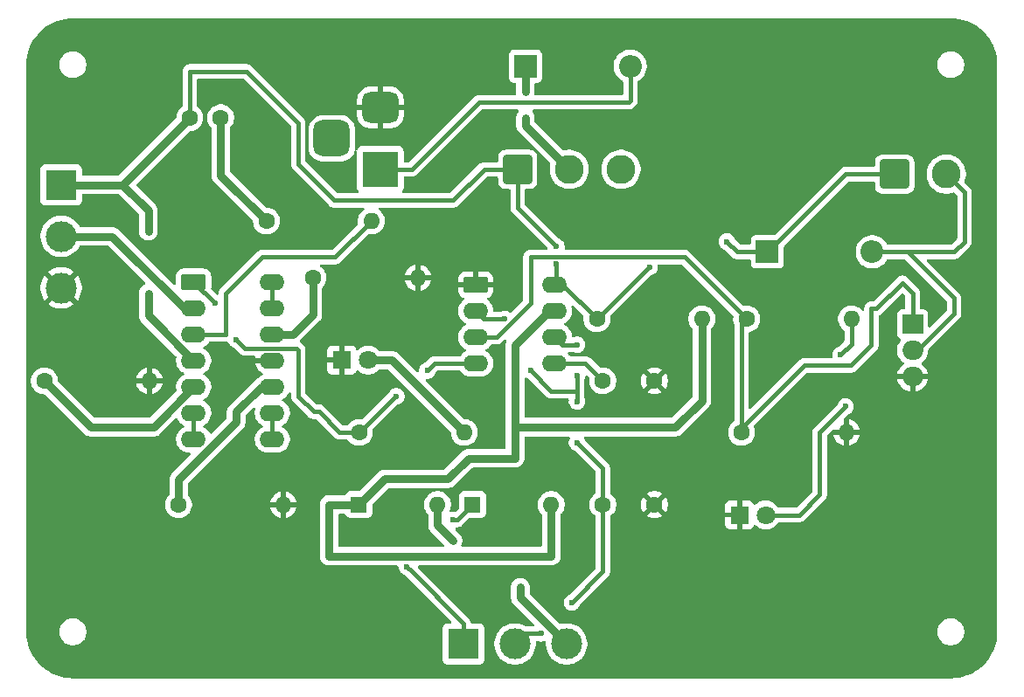
<source format=gbr>
%TF.GenerationSoftware,KiCad,Pcbnew,9.0.2*%
%TF.CreationDate,2025-06-20T15:29:42-04:00*%
%TF.ProjectId,proyecto02,70726f79-6563-4746-9f30-322e6b696361,rev?*%
%TF.SameCoordinates,Original*%
%TF.FileFunction,Copper,L2,Bot*%
%TF.FilePolarity,Positive*%
%FSLAX46Y46*%
G04 Gerber Fmt 4.6, Leading zero omitted, Abs format (unit mm)*
G04 Created by KiCad (PCBNEW 9.0.2) date 2025-06-20 15:29:42*
%MOMM*%
%LPD*%
G01*
G04 APERTURE LIST*
G04 Aperture macros list*
%AMRoundRect*
0 Rectangle with rounded corners*
0 $1 Rounding radius*
0 $2 $3 $4 $5 $6 $7 $8 $9 X,Y pos of 4 corners*
0 Add a 4 corners polygon primitive as box body*
4,1,4,$2,$3,$4,$5,$6,$7,$8,$9,$2,$3,0*
0 Add four circle primitives for the rounded corners*
1,1,$1+$1,$2,$3*
1,1,$1+$1,$4,$5*
1,1,$1+$1,$6,$7*
1,1,$1+$1,$8,$9*
0 Add four rect primitives between the rounded corners*
20,1,$1+$1,$2,$3,$4,$5,0*
20,1,$1+$1,$4,$5,$6,$7,0*
20,1,$1+$1,$6,$7,$8,$9,0*
20,1,$1+$1,$8,$9,$2,$3,0*%
G04 Aperture macros list end*
%TA.AperFunction,ComponentPad*%
%ADD10R,1.600000X1.600000*%
%TD*%
%TA.AperFunction,ComponentPad*%
%ADD11O,1.600000X1.600000*%
%TD*%
%TA.AperFunction,ComponentPad*%
%ADD12C,1.600000*%
%TD*%
%TA.AperFunction,ComponentPad*%
%ADD13R,1.800000X1.800000*%
%TD*%
%TA.AperFunction,ComponentPad*%
%ADD14C,1.800000*%
%TD*%
%TA.AperFunction,ComponentPad*%
%ADD15R,3.000000X3.000000*%
%TD*%
%TA.AperFunction,ComponentPad*%
%ADD16C,3.000000*%
%TD*%
%TA.AperFunction,ComponentPad*%
%ADD17R,2.200000X2.200000*%
%TD*%
%TA.AperFunction,ComponentPad*%
%ADD18O,2.200000X2.200000*%
%TD*%
%TA.AperFunction,ComponentPad*%
%ADD19RoundRect,0.250001X-1.149999X-1.149999X1.149999X-1.149999X1.149999X1.149999X-1.149999X1.149999X0*%
%TD*%
%TA.AperFunction,ComponentPad*%
%ADD20C,2.800000*%
%TD*%
%TA.AperFunction,ComponentPad*%
%ADD21R,2.000000X1.905000*%
%TD*%
%TA.AperFunction,ComponentPad*%
%ADD22O,2.000000X1.905000*%
%TD*%
%TA.AperFunction,ComponentPad*%
%ADD23RoundRect,0.250000X-0.950000X-0.550000X0.950000X-0.550000X0.950000X0.550000X-0.950000X0.550000X0*%
%TD*%
%TA.AperFunction,ComponentPad*%
%ADD24O,2.400000X1.600000*%
%TD*%
%TA.AperFunction,ComponentPad*%
%ADD25R,3.500000X3.500000*%
%TD*%
%TA.AperFunction,ComponentPad*%
%ADD26RoundRect,0.750000X-1.000000X0.750000X-1.000000X-0.750000X1.000000X-0.750000X1.000000X0.750000X0*%
%TD*%
%TA.AperFunction,ComponentPad*%
%ADD27RoundRect,0.875000X-0.875000X0.875000X-0.875000X-0.875000X0.875000X-0.875000X0.875000X0.875000X0*%
%TD*%
%TA.AperFunction,ViaPad*%
%ADD28C,0.600000*%
%TD*%
%TA.AperFunction,Conductor*%
%ADD29C,0.400000*%
%TD*%
%TA.AperFunction,Conductor*%
%ADD30C,0.800000*%
%TD*%
G04 APERTURE END LIST*
D10*
%TO.P,D3,1,K*%
%TO.N,Net-(D3-K)*%
X71880000Y-104500000D03*
D11*
%TO.P,D3,2,A*%
%TO.N,Net-(D2-K)*%
X79500000Y-104500000D03*
%TD*%
D12*
%TO.P,C2,1*%
%TO.N,Net-(U1-THR)*%
X84500000Y-104500000D03*
%TO.P,C2,2*%
%TO.N,GND*%
X89500000Y-104500000D03*
%TD*%
D13*
%TO.P,D5,1,K*%
%TO.N,GND*%
X59225000Y-90500000D03*
D14*
%TO.P,D5,2,A*%
%TO.N,Net-(D5-A)*%
X61765000Y-90500000D03*
%TD*%
D15*
%TO.P,RV2,1,1*%
%TO.N,VCC*%
X32050000Y-73500000D03*
D16*
%TO.P,RV2,2,2*%
%TO.N,Net-(U2A--)*%
X32050000Y-78500000D03*
%TO.P,RV2,3,3*%
%TO.N,GND*%
X32050000Y-83500000D03*
%TD*%
D17*
%TO.P,D4,1,K*%
%TO.N,VCC*%
X100420000Y-80000000D03*
D18*
%TO.P,D4,2,A*%
%TO.N,Net-(D4-A)*%
X110580000Y-80000000D03*
%TD*%
D19*
%TO.P,M1,1,+*%
%TO.N,VCC*%
X112750000Y-72467500D03*
D20*
%TO.P,M1,2,-*%
%TO.N,Net-(D4-A)*%
X117750000Y-72467500D03*
%TD*%
D12*
%TO.P,R3,1*%
%TO.N,VCC*%
X83920000Y-86500000D03*
D11*
%TO.P,R3,2*%
%TO.N,Net-(D2-K)*%
X94080000Y-86500000D03*
%TD*%
D17*
%TO.P,D6,1,K*%
%TO.N,Net-(D6-K)*%
X77000000Y-62000000D03*
D18*
%TO.P,D6,2,A*%
%TO.N,Net-(D6-A)*%
X87160000Y-62000000D03*
%TD*%
D12*
%TO.P,R2,1*%
%TO.N,Net-(Q1-G)*%
X97920000Y-97500000D03*
D11*
%TO.P,R2,2*%
%TO.N,GND*%
X108080000Y-97500000D03*
%TD*%
D13*
%TO.P,D1,1,K*%
%TO.N,GND*%
X97725000Y-105500000D03*
D14*
%TO.P,D1,2,A*%
%TO.N,Net-(D1-A)*%
X100265000Y-105500000D03*
%TD*%
D21*
%TO.P,Q1,1,G*%
%TO.N,Net-(Q1-G)*%
X114500000Y-87000000D03*
D22*
%TO.P,Q1,2,D*%
%TO.N,Net-(D4-A)*%
X114500000Y-89540000D03*
%TO.P,Q1,3,S*%
%TO.N,GND*%
X114500000Y-92080000D03*
%TD*%
D12*
%TO.P,C1,1*%
%TO.N,Net-(U1-CV)*%
X84500000Y-92500000D03*
%TO.P,C1,2*%
%TO.N,GND*%
X89500000Y-92500000D03*
%TD*%
D23*
%TO.P,U1,1,GND*%
%TO.N,GND*%
X72190000Y-83190000D03*
D24*
%TO.P,U1,2,TR*%
%TO.N,Net-(U1-THR)*%
X72190000Y-85730000D03*
%TO.P,U1,3,Q*%
%TO.N,Net-(Q1-G)*%
X72190000Y-88270000D03*
%TO.P,U1,4,R*%
%TO.N,Net-(U1-R)*%
X72190000Y-90810000D03*
%TO.P,U1,5,CV*%
%TO.N,Net-(U1-CV)*%
X79810000Y-90810000D03*
%TO.P,U1,6,THR*%
%TO.N,Net-(U1-THR)*%
X79810000Y-88270000D03*
%TO.P,U1,7,DIS*%
%TO.N,Net-(D2-K)*%
X79810000Y-85730000D03*
%TO.P,U1,8,VCC*%
%TO.N,VCC*%
X79810000Y-83190000D03*
%TD*%
D15*
%TO.P,RV1,1,1*%
%TO.N,Net-(D3-K)*%
X71000000Y-118000000D03*
D16*
%TO.P,RV1,2,2*%
%TO.N,Net-(U1-THR)*%
X76000000Y-118000000D03*
%TO.P,RV1,3,3*%
%TO.N,Net-(D2-A)*%
X81000000Y-118000000D03*
%TD*%
D12*
%TO.P,R5,1*%
%TO.N,Net-(R5-Pad1)*%
X51920000Y-77000000D03*
D11*
%TO.P,R5,2*%
%TO.N,Net-(U2A-+)*%
X62080000Y-77000000D03*
%TD*%
D12*
%TO.P,R6,1*%
%TO.N,VCC*%
X44500000Y-67000000D03*
%TO.P,R6,2*%
%TO.N,Net-(R5-Pad1)*%
X47500000Y-67000000D03*
%TD*%
%TO.P,R8,1*%
%TO.N,Net-(U2D-+)*%
X56420000Y-82500000D03*
D11*
%TO.P,R8,2*%
%TO.N,GND*%
X66580000Y-82500000D03*
%TD*%
D10*
%TO.P,D2,1,K*%
%TO.N,Net-(D2-K)*%
X60880000Y-104500000D03*
D11*
%TO.P,D2,2,A*%
%TO.N,Net-(D2-A)*%
X68500000Y-104500000D03*
%TD*%
D25*
%TO.P,J2,1*%
%TO.N,Net-(D6-A)*%
X62957500Y-72000000D03*
D26*
%TO.P,J2,2*%
%TO.N,GND*%
X62957500Y-66000000D03*
D27*
%TO.P,J2,3*%
%TO.N,unconnected-(J2-Pad3)*%
X58257500Y-69000000D03*
%TD*%
D12*
%TO.P,R1,1*%
%TO.N,Net-(Q1-G)*%
X98420000Y-86500000D03*
D11*
%TO.P,R1,2*%
%TO.N,Net-(D1-A)*%
X108580000Y-86500000D03*
%TD*%
D12*
%TO.P,R9,1*%
%TO.N,Net-(U2B-+)*%
X30420000Y-92500000D03*
D11*
%TO.P,R9,2*%
%TO.N,GND*%
X40580000Y-92500000D03*
%TD*%
D12*
%TO.P,R4,1*%
%TO.N,Net-(U1-R)*%
X60920000Y-97500000D03*
D11*
%TO.P,R4,2*%
%TO.N,Net-(D5-A)*%
X71080000Y-97500000D03*
%TD*%
D12*
%TO.P,R7,1*%
%TO.N,Net-(U2C-+)*%
X43420000Y-104500000D03*
D11*
%TO.P,R7,2*%
%TO.N,GND*%
X53580000Y-104500000D03*
%TD*%
D23*
%TO.P,U2,1*%
%TO.N,Net-(U1-R)*%
X44880000Y-82920000D03*
D24*
%TO.P,U2,2,-*%
%TO.N,Net-(U2A--)*%
X44880000Y-85460000D03*
%TO.P,U2,3,+*%
%TO.N,Net-(U2A-+)*%
X44880000Y-88000000D03*
%TO.P,U2,4,V+*%
%TO.N,VCC*%
X44880000Y-90540000D03*
%TO.P,U2,5,+*%
%TO.N,Net-(U2B-+)*%
X44880000Y-93080000D03*
%TO.P,U2,6,-*%
%TO.N,Net-(U2B--)*%
X44880000Y-95620000D03*
%TO.P,U2,7*%
X44880000Y-98160000D03*
%TO.P,U2,8*%
%TO.N,Net-(U2C--)*%
X52500000Y-98160000D03*
%TO.P,U2,9,-*%
X52500000Y-95620000D03*
%TO.P,U2,10,+*%
%TO.N,Net-(U2C-+)*%
X52500000Y-93080000D03*
%TO.P,U2,11,V-*%
%TO.N,GND*%
X52500000Y-90540000D03*
%TO.P,U2,12,+*%
%TO.N,Net-(U2D-+)*%
X52500000Y-88000000D03*
%TO.P,U2,13,-*%
%TO.N,Net-(U2D--)*%
X52500000Y-85460000D03*
%TO.P,U2,14*%
X52500000Y-82920000D03*
%TD*%
D19*
%TO.P,SW1,1,A*%
%TO.N,VCC*%
X76250000Y-72000000D03*
D20*
%TO.P,SW1,2,B*%
%TO.N,Net-(D6-K)*%
X81250000Y-72000000D03*
%TO.P,SW1,3,C*%
%TO.N,unconnected-(SW1-C-Pad3)*%
X86250000Y-72000000D03*
%TD*%
D28*
%TO.N,Net-(U1-THR)*%
X78500000Y-117000000D03*
X81500000Y-114000000D03*
X75000000Y-86500000D03*
X82000000Y-92000000D03*
X77500000Y-91500000D03*
X82000000Y-89000000D03*
X82000000Y-98500000D03*
X82000000Y-94500000D03*
%TO.N,Net-(D1-A)*%
X107500000Y-90000000D03*
X108000000Y-95000000D03*
%TO.N,Net-(D2-A)*%
X70000000Y-108000000D03*
X76500000Y-112500000D03*
%TO.N,Net-(D3-K)*%
X70000000Y-106000000D03*
X65500000Y-110500000D03*
%TO.N,VCC*%
X96500000Y-79000000D03*
X80000000Y-81200000D03*
X40500000Y-84000000D03*
X40500000Y-78000000D03*
X89000000Y-81500000D03*
X80000000Y-79500000D03*
%TO.N,Net-(D6-K)*%
X77000000Y-67000000D03*
X77000000Y-64500000D03*
%TO.N,Net-(U1-R)*%
X47000000Y-85000000D03*
X49000000Y-88500000D03*
X67500000Y-91500000D03*
X64500000Y-94000000D03*
%TD*%
D29*
%TO.N,Net-(U1-CV)*%
X82810000Y-90810000D02*
X84500000Y-92500000D01*
X79810000Y-90810000D02*
X82810000Y-90810000D01*
%TO.N,Net-(U1-THR)*%
X78500000Y-117000000D02*
X77000000Y-117000000D01*
X82000000Y-93500000D02*
X82000000Y-92000000D01*
X79500000Y-93500000D02*
X77500000Y-91500000D01*
X84500000Y-101000000D02*
X82000000Y-98500000D01*
X72960000Y-86500000D02*
X72190000Y-85730000D01*
X82000000Y-89000000D02*
X80540000Y-89000000D01*
X84500000Y-104500000D02*
X84500000Y-111000000D01*
X82000000Y-93500000D02*
X79500000Y-93500000D01*
X80540000Y-89000000D02*
X79810000Y-88270000D01*
X82000000Y-94500000D02*
X82000000Y-93500000D01*
X75000000Y-86500000D02*
X72960000Y-86500000D01*
X84500000Y-111000000D02*
X81500000Y-114000000D01*
X77000000Y-117000000D02*
X76000000Y-118000000D01*
X84500000Y-104500000D02*
X84500000Y-101000000D01*
%TO.N,Net-(D1-A)*%
X108000000Y-95000000D02*
X105500000Y-97500000D01*
X103500000Y-105500000D02*
X100265000Y-105500000D01*
X108580000Y-86500000D02*
X108580000Y-88920000D01*
X105500000Y-103500000D02*
X103500000Y-105500000D01*
X108580000Y-88920000D02*
X107500000Y-90000000D01*
X105500000Y-97500000D02*
X105500000Y-103500000D01*
D30*
%TO.N,Net-(D2-K)*%
X69500000Y-102000000D02*
X71500000Y-100000000D01*
X94080000Y-94420000D02*
X94080000Y-86500000D01*
X58000000Y-109500000D02*
X79500000Y-109500000D01*
X71500000Y-100000000D02*
X76000000Y-100000000D01*
X76000000Y-97000000D02*
X91500000Y-97000000D01*
X63380000Y-102000000D02*
X69500000Y-102000000D01*
X58000000Y-104500000D02*
X58000000Y-109500000D01*
X76000000Y-97000000D02*
X76000000Y-89000000D01*
X60880000Y-104500000D02*
X58000000Y-104500000D01*
X91500000Y-97000000D02*
X94080000Y-94420000D01*
X76000000Y-100000000D02*
X76000000Y-97000000D01*
X79270000Y-85730000D02*
X79810000Y-85730000D01*
X79500000Y-109500000D02*
X79500000Y-104500000D01*
X76000000Y-89000000D02*
X79270000Y-85730000D01*
X60880000Y-104500000D02*
X63380000Y-102000000D01*
%TO.N,Net-(D2-A)*%
X68500000Y-104500000D02*
X68500000Y-106500000D01*
X68500000Y-106500000D02*
X70000000Y-108000000D01*
X76500000Y-113500000D02*
X81000000Y-118000000D01*
X76500000Y-112500000D02*
X76500000Y-113500000D01*
D29*
%TO.N,Net-(D3-K)*%
X66000000Y-111000000D02*
X65500000Y-110500000D01*
X71000000Y-116000000D02*
X66000000Y-111000000D01*
X71000000Y-118000000D02*
X71000000Y-116000000D01*
X70000000Y-106000000D02*
X70380000Y-106000000D01*
X70380000Y-106000000D02*
X71880000Y-104500000D01*
%TO.N,Net-(D4-A)*%
X118500000Y-80000000D02*
X119500000Y-79000000D01*
X119500000Y-79000000D02*
X119500000Y-74217500D01*
X114960000Y-89540000D02*
X118500000Y-86000000D01*
X119500000Y-74217500D02*
X117750000Y-72467500D01*
X118500000Y-86000000D02*
X118500000Y-84500000D01*
X114000000Y-80000000D02*
X110580000Y-80000000D01*
X114500000Y-89540000D02*
X114960000Y-89540000D01*
X118500000Y-84500000D02*
X114000000Y-80000000D01*
X110580000Y-80000000D02*
X118500000Y-80000000D01*
%TO.N,VCC*%
X44500000Y-67000000D02*
X44500000Y-62500000D01*
D30*
X44500000Y-67000000D02*
X38000000Y-73500000D01*
D29*
X108032500Y-72467500D02*
X112750000Y-72467500D01*
X88920000Y-81500000D02*
X89000000Y-81500000D01*
X76250000Y-72000000D02*
X76250000Y-75750000D01*
X100420000Y-80000000D02*
X100500000Y-80000000D01*
D30*
X40500000Y-86160000D02*
X40500000Y-84000000D01*
X38000000Y-73500000D02*
X32050000Y-73500000D01*
D29*
X58500000Y-75000000D02*
X70000000Y-75000000D01*
X80000000Y-83000000D02*
X79810000Y-83190000D01*
X83920000Y-86500000D02*
X88920000Y-81500000D01*
X97500000Y-80000000D02*
X100420000Y-80000000D01*
D30*
X44880000Y-90540000D02*
X40500000Y-86160000D01*
D29*
X80610000Y-83190000D02*
X83920000Y-86500000D01*
X80000000Y-81200000D02*
X80000000Y-83000000D01*
X100500000Y-80000000D02*
X108032500Y-72467500D01*
X76250000Y-75750000D02*
X80000000Y-79500000D01*
X73000000Y-72000000D02*
X76250000Y-72000000D01*
X44500000Y-62500000D02*
X50000000Y-62500000D01*
X55000000Y-67500000D02*
X55000000Y-71500000D01*
D30*
X40500000Y-78000000D02*
X40500000Y-76000000D01*
D29*
X70000000Y-75000000D02*
X73000000Y-72000000D01*
X79810000Y-83190000D02*
X80610000Y-83190000D01*
X50000000Y-62500000D02*
X55000000Y-67500000D01*
X55000000Y-71500000D02*
X58500000Y-75000000D01*
X96500000Y-79000000D02*
X97500000Y-80000000D01*
D30*
X40500000Y-76000000D02*
X38000000Y-73500000D01*
%TO.N,Net-(D5-A)*%
X61765000Y-90500000D02*
X64080000Y-90500000D01*
X64080000Y-90500000D02*
X71080000Y-97500000D01*
%TO.N,Net-(D6-K)*%
X77000000Y-62000000D02*
X77000000Y-64500000D01*
X77000000Y-67000000D02*
X77000000Y-67750000D01*
X77000000Y-67750000D02*
X81250000Y-72000000D01*
D29*
%TO.N,Net-(D6-A)*%
X66000000Y-72000000D02*
X72500000Y-65500000D01*
X72500000Y-65500000D02*
X87000000Y-65500000D01*
X87160000Y-65340000D02*
X87160000Y-62000000D01*
X87000000Y-65500000D02*
X87160000Y-65340000D01*
X62957500Y-72000000D02*
X66000000Y-72000000D01*
%TO.N,Net-(Q1-G)*%
X110500000Y-85500000D02*
X111000000Y-85500000D01*
X92420000Y-80500000D02*
X96460000Y-84540000D01*
X96460000Y-84540000D02*
X98420000Y-86500000D01*
X72190000Y-88270000D02*
X74221364Y-88270000D01*
X97920000Y-97080000D02*
X104000000Y-91000000D01*
X108500000Y-91000000D02*
X110500000Y-89000000D01*
X74221364Y-88270000D02*
X77500000Y-84991364D01*
X114500000Y-84000000D02*
X114500000Y-87000000D01*
X110500000Y-89000000D02*
X110500000Y-85500000D01*
X97920000Y-97500000D02*
X97920000Y-97080000D01*
X113500000Y-83000000D02*
X114500000Y-84000000D01*
X77500000Y-84991364D02*
X77500000Y-80500000D01*
X96460000Y-84540000D02*
X97920000Y-86000000D01*
X77500000Y-80500000D02*
X92420000Y-80500000D01*
X104000000Y-91000000D02*
X108500000Y-91000000D01*
X97920000Y-86000000D02*
X97920000Y-97500000D01*
X111000000Y-85500000D02*
X113500000Y-83000000D01*
%TO.N,Net-(U1-R)*%
X68190000Y-90810000D02*
X72190000Y-90810000D01*
X56500000Y-95500000D02*
X55000000Y-94000000D01*
X67500000Y-91500000D02*
X68190000Y-90810000D01*
X59000000Y-97500000D02*
X57000000Y-95500000D01*
X54839000Y-89339000D02*
X49839000Y-89339000D01*
X46960000Y-85000000D02*
X44880000Y-82920000D01*
X57000000Y-95500000D02*
X56500000Y-95500000D01*
X49839000Y-89339000D02*
X49000000Y-88500000D01*
X55000000Y-89500000D02*
X54839000Y-89339000D01*
X47000000Y-85000000D02*
X46960000Y-85000000D01*
X60920000Y-97500000D02*
X64420000Y-94000000D01*
X60920000Y-97500000D02*
X59000000Y-97500000D01*
X64420000Y-94000000D02*
X64500000Y-94000000D01*
X55000000Y-94000000D02*
X55000000Y-89500000D01*
%TO.N,Net-(U2A-+)*%
X51500000Y-80500000D02*
X48000000Y-84000000D01*
X62080000Y-77000000D02*
X58580000Y-80500000D01*
X48000000Y-84000000D02*
X48000000Y-88000000D01*
X48000000Y-88000000D02*
X44880000Y-88000000D01*
X58580000Y-80500000D02*
X51500000Y-80500000D01*
D30*
%TO.N,Net-(R5-Pad1)*%
X47500000Y-72580000D02*
X51920000Y-77000000D01*
X47500000Y-67000000D02*
X47500000Y-72580000D01*
%TO.N,Net-(U2C-+)*%
X51420000Y-93080000D02*
X52500000Y-93080000D01*
X49000000Y-95500000D02*
X51420000Y-93080000D01*
X43420000Y-102080000D02*
X49000000Y-96500000D01*
X43420000Y-104500000D02*
X43420000Y-102080000D01*
X49000000Y-96500000D02*
X49000000Y-95500000D01*
%TO.N,Net-(U2D-+)*%
X56420000Y-86080000D02*
X54500000Y-88000000D01*
X54500000Y-88000000D02*
X52500000Y-88000000D01*
X56420000Y-82500000D02*
X56420000Y-86080000D01*
%TO.N,Net-(U2B-+)*%
X34920000Y-97000000D02*
X41000000Y-97000000D01*
X30420000Y-92500000D02*
X34920000Y-97000000D01*
X41000000Y-97000000D02*
X44880000Y-93120000D01*
X44880000Y-93120000D02*
X44880000Y-93080000D01*
%TO.N,Net-(U2A--)*%
X43960000Y-85460000D02*
X44880000Y-85460000D01*
X37000000Y-78500000D02*
X43960000Y-85460000D01*
X32050000Y-78500000D02*
X37000000Y-78500000D01*
D29*
%TO.N,Net-(U2B--)*%
X44880000Y-95620000D02*
X44880000Y-98160000D01*
%TO.N,Net-(U2C--)*%
X52500000Y-95620000D02*
X52500000Y-98160000D01*
%TO.N,Net-(U2D--)*%
X52500000Y-85460000D02*
X52500000Y-82920000D01*
%TD*%
%TA.AperFunction,Conductor*%
%TO.N,GND*%
G36*
X48175140Y-88699454D02*
G01*
X48230318Y-88742316D01*
X48244303Y-88767393D01*
X48290602Y-88879172D01*
X48290609Y-88879185D01*
X48378210Y-89010288D01*
X48378213Y-89010292D01*
X48489707Y-89121786D01*
X48489711Y-89121789D01*
X48620814Y-89209390D01*
X48620827Y-89209397D01*
X48765185Y-89269191D01*
X48805414Y-89296071D01*
X49392453Y-89883111D01*
X49392454Y-89883112D01*
X49507190Y-89959776D01*
X49605790Y-90000617D01*
X49634671Y-90012580D01*
X49634672Y-90012580D01*
X49634677Y-90012582D01*
X49661545Y-90017925D01*
X49661551Y-90017926D01*
X49661591Y-90017934D01*
X49751937Y-90035905D01*
X49770006Y-90039500D01*
X49770007Y-90039500D01*
X50725050Y-90039500D01*
X50792089Y-90059185D01*
X50837844Y-90111989D01*
X50847788Y-90181147D01*
X50842981Y-90201817D01*
X50832010Y-90235581D01*
X50832009Y-90235586D01*
X50823391Y-90290000D01*
X52184314Y-90290000D01*
X52179920Y-90294394D01*
X52127259Y-90385606D01*
X52100000Y-90487339D01*
X52100000Y-90592661D01*
X52127259Y-90694394D01*
X52179920Y-90785606D01*
X52184314Y-90790000D01*
X50823391Y-90790000D01*
X50832009Y-90844413D01*
X50895244Y-91039029D01*
X50988140Y-91221349D01*
X51108417Y-91386894D01*
X51108417Y-91386895D01*
X51253104Y-91531582D01*
X51418652Y-91651861D01*
X51511628Y-91699234D01*
X51562425Y-91747208D01*
X51579220Y-91815029D01*
X51556683Y-91881164D01*
X51511630Y-91920203D01*
X51418388Y-91967713D01*
X51252788Y-92088027D01*
X51122498Y-92218317D01*
X51119239Y-92220633D01*
X51118090Y-92222513D01*
X51104423Y-92231167D01*
X51088832Y-92242252D01*
X51085574Y-92243828D01*
X51041452Y-92262104D01*
X50993453Y-92281987D01*
X50965747Y-92300500D01*
X50958608Y-92305269D01*
X50958604Y-92305272D01*
X50845961Y-92380537D01*
X48300537Y-94925961D01*
X48283137Y-94952003D01*
X48283134Y-94952007D01*
X48280543Y-94955886D01*
X48201987Y-95073453D01*
X48170073Y-95150500D01*
X48167198Y-95157439D01*
X48167196Y-95157444D01*
X48134106Y-95237331D01*
X48134103Y-95237341D01*
X48121540Y-95300501D01*
X48099500Y-95411304D01*
X48099500Y-96075638D01*
X48079815Y-96142677D01*
X48063181Y-96163319D01*
X46633074Y-97593425D01*
X46571751Y-97626910D01*
X46502059Y-97621926D01*
X46446126Y-97580054D01*
X46434908Y-97562039D01*
X46415711Y-97524362D01*
X46392287Y-97478390D01*
X46392285Y-97478387D01*
X46392284Y-97478385D01*
X46271971Y-97312786D01*
X46127213Y-97168028D01*
X45961614Y-97047715D01*
X45955006Y-97044348D01*
X45868917Y-97000483D01*
X45818123Y-96952511D01*
X45801328Y-96884690D01*
X45823865Y-96818555D01*
X45868917Y-96779516D01*
X45961610Y-96732287D01*
X46071035Y-96652786D01*
X46127213Y-96611971D01*
X46127215Y-96611968D01*
X46127219Y-96611966D01*
X46271966Y-96467219D01*
X46271968Y-96467215D01*
X46271971Y-96467213D01*
X46365663Y-96338255D01*
X46392287Y-96301610D01*
X46485220Y-96119219D01*
X46548477Y-95924534D01*
X46580500Y-95722352D01*
X46580500Y-95517648D01*
X46563657Y-95411309D01*
X46548477Y-95315465D01*
X46499195Y-95163791D01*
X46485220Y-95120781D01*
X46485218Y-95120778D01*
X46485218Y-95120776D01*
X46420640Y-94994036D01*
X46392287Y-94938390D01*
X46375053Y-94914669D01*
X46271971Y-94772786D01*
X46127213Y-94628028D01*
X45961614Y-94507715D01*
X45926271Y-94489707D01*
X45868917Y-94460483D01*
X45818123Y-94412511D01*
X45801328Y-94344690D01*
X45823865Y-94278555D01*
X45868917Y-94239516D01*
X45961610Y-94192287D01*
X45987361Y-94173578D01*
X46127213Y-94071971D01*
X46127215Y-94071968D01*
X46127219Y-94071966D01*
X46271966Y-93927219D01*
X46271968Y-93927215D01*
X46271971Y-93927213D01*
X46364395Y-93800000D01*
X46392287Y-93761610D01*
X46485220Y-93579219D01*
X46548477Y-93384534D01*
X46580500Y-93182352D01*
X46580500Y-92977648D01*
X46560845Y-92853553D01*
X46548477Y-92775465D01*
X46492229Y-92602352D01*
X46485220Y-92580781D01*
X46485218Y-92580778D01*
X46485218Y-92580776D01*
X46450489Y-92512618D01*
X46392287Y-92398390D01*
X46377374Y-92377864D01*
X46271971Y-92232786D01*
X46127213Y-92088028D01*
X45961614Y-91967715D01*
X45911059Y-91941956D01*
X45868917Y-91920483D01*
X45818123Y-91872511D01*
X45801328Y-91804690D01*
X45823865Y-91738555D01*
X45868917Y-91699516D01*
X45961610Y-91652287D01*
X46014754Y-91613676D01*
X46127213Y-91531971D01*
X46127215Y-91531968D01*
X46127219Y-91531966D01*
X46271966Y-91387219D01*
X46271968Y-91387215D01*
X46271971Y-91387213D01*
X46338789Y-91295244D01*
X46392287Y-91221610D01*
X46485220Y-91039219D01*
X46548477Y-90844534D01*
X46580500Y-90642352D01*
X46580500Y-90437648D01*
X46558591Y-90299322D01*
X46548477Y-90235465D01*
X46507536Y-90109462D01*
X46485220Y-90040781D01*
X46485218Y-90040778D01*
X46485218Y-90040776D01*
X46451503Y-89974607D01*
X46392287Y-89858390D01*
X46350227Y-89800499D01*
X46271971Y-89692786D01*
X46127213Y-89548028D01*
X45961614Y-89427715D01*
X45955006Y-89424348D01*
X45868917Y-89380483D01*
X45818123Y-89332511D01*
X45801328Y-89264690D01*
X45823865Y-89198555D01*
X45868917Y-89159516D01*
X45961610Y-89112287D01*
X46007641Y-89078844D01*
X46127213Y-88991971D01*
X46127215Y-88991968D01*
X46127219Y-88991966D01*
X46271966Y-88847219D01*
X46341425Y-88751615D01*
X46396755Y-88708949D01*
X46441744Y-88700500D01*
X48068993Y-88700500D01*
X48105550Y-88693228D01*
X48175140Y-88699454D01*
G37*
%TD.AperFunction*%
%TA.AperFunction,Conductor*%
G36*
X118192702Y-57343117D02*
G01*
X118576771Y-57359886D01*
X118587506Y-57360826D01*
X118965971Y-57410652D01*
X118976597Y-57412525D01*
X119349284Y-57495148D01*
X119359710Y-57497942D01*
X119723765Y-57612727D01*
X119733911Y-57616420D01*
X120086578Y-57762500D01*
X120096369Y-57767066D01*
X120434942Y-57943316D01*
X120444310Y-57948724D01*
X120766244Y-58153818D01*
X120775105Y-58160023D01*
X121077930Y-58392389D01*
X121086217Y-58399343D01*
X121367635Y-58657215D01*
X121375284Y-58664864D01*
X121633156Y-58946282D01*
X121640110Y-58954569D01*
X121872476Y-59257394D01*
X121878681Y-59266255D01*
X122083775Y-59588189D01*
X122089183Y-59597557D01*
X122265430Y-59936123D01*
X122270002Y-59945927D01*
X122416075Y-60298578D01*
X122419775Y-60308744D01*
X122534554Y-60672778D01*
X122537354Y-60683227D01*
X122619971Y-61055889D01*
X122621849Y-61066542D01*
X122671671Y-61444973D01*
X122672614Y-61455749D01*
X122689382Y-61839797D01*
X122689500Y-61845206D01*
X122689500Y-116839793D01*
X122689382Y-116845202D01*
X122672614Y-117229250D01*
X122671671Y-117240026D01*
X122621849Y-117618457D01*
X122619971Y-117629110D01*
X122537354Y-118001772D01*
X122534554Y-118012221D01*
X122419775Y-118376255D01*
X122416075Y-118386421D01*
X122270002Y-118739072D01*
X122265430Y-118748876D01*
X122089183Y-119087442D01*
X122083775Y-119096810D01*
X121878681Y-119418744D01*
X121872476Y-119427605D01*
X121640110Y-119730430D01*
X121633156Y-119738717D01*
X121375284Y-120020135D01*
X121367635Y-120027784D01*
X121086217Y-120285656D01*
X121077930Y-120292610D01*
X120775105Y-120524976D01*
X120766244Y-120531181D01*
X120444310Y-120736275D01*
X120434942Y-120741683D01*
X120096376Y-120917930D01*
X120086572Y-120922502D01*
X119733921Y-121068575D01*
X119723755Y-121072275D01*
X119359721Y-121187054D01*
X119349272Y-121189854D01*
X118976610Y-121272471D01*
X118965957Y-121274349D01*
X118587526Y-121324171D01*
X118576750Y-121325114D01*
X118192703Y-121341882D01*
X118187294Y-121342000D01*
X33192706Y-121342000D01*
X33187297Y-121341882D01*
X32803249Y-121325114D01*
X32792473Y-121324171D01*
X32414042Y-121274349D01*
X32403389Y-121272471D01*
X32030727Y-121189854D01*
X32020278Y-121187054D01*
X31656244Y-121072275D01*
X31646078Y-121068575D01*
X31293427Y-120922502D01*
X31283623Y-120917930D01*
X30945057Y-120741683D01*
X30935689Y-120736275D01*
X30613755Y-120531181D01*
X30604894Y-120524976D01*
X30302069Y-120292610D01*
X30293782Y-120285656D01*
X30012364Y-120027784D01*
X30004715Y-120020135D01*
X29746843Y-119738717D01*
X29739889Y-119730430D01*
X29507523Y-119427605D01*
X29501318Y-119418744D01*
X29296224Y-119096810D01*
X29290816Y-119087442D01*
X29186316Y-118886700D01*
X29114566Y-118748869D01*
X29109997Y-118739072D01*
X28963920Y-118386411D01*
X28960224Y-118376255D01*
X28845442Y-118012210D01*
X28842648Y-118001784D01*
X28760025Y-117629097D01*
X28758152Y-117618471D01*
X28708326Y-117240006D01*
X28707386Y-117229271D01*
X28690618Y-116845202D01*
X28690500Y-116839793D01*
X28690500Y-116740148D01*
X31889500Y-116740148D01*
X31889500Y-116944851D01*
X31921522Y-117147034D01*
X31984781Y-117341723D01*
X32048691Y-117467153D01*
X32077378Y-117523453D01*
X32077715Y-117524113D01*
X32198028Y-117689713D01*
X32342786Y-117834471D01*
X32497749Y-117947056D01*
X32508390Y-117954787D01*
X32610974Y-118007056D01*
X32690776Y-118047718D01*
X32690778Y-118047718D01*
X32690781Y-118047720D01*
X32795137Y-118081627D01*
X32885465Y-118110977D01*
X32986557Y-118126988D01*
X33087648Y-118143000D01*
X33087649Y-118143000D01*
X33292351Y-118143000D01*
X33292352Y-118143000D01*
X33494534Y-118110977D01*
X33689219Y-118047720D01*
X33871610Y-117954787D01*
X33989863Y-117868872D01*
X34037213Y-117834471D01*
X34037215Y-117834468D01*
X34037219Y-117834466D01*
X34181966Y-117689719D01*
X34181968Y-117689715D01*
X34181971Y-117689713D01*
X34240696Y-117608884D01*
X34302287Y-117524110D01*
X34395220Y-117341719D01*
X34458477Y-117147034D01*
X34490500Y-116944852D01*
X34490500Y-116740148D01*
X34458477Y-116537966D01*
X34395220Y-116343281D01*
X34395218Y-116343278D01*
X34395218Y-116343276D01*
X34323212Y-116201958D01*
X34302287Y-116160890D01*
X34288891Y-116142452D01*
X34181971Y-115995286D01*
X34037213Y-115850528D01*
X33871613Y-115730215D01*
X33871612Y-115730214D01*
X33871610Y-115730213D01*
X33814653Y-115701191D01*
X33689223Y-115637281D01*
X33494534Y-115574022D01*
X33319995Y-115546378D01*
X33292352Y-115542000D01*
X33087648Y-115542000D01*
X33063329Y-115545851D01*
X32885465Y-115574022D01*
X32690776Y-115637281D01*
X32508386Y-115730215D01*
X32342786Y-115850528D01*
X32198028Y-115995286D01*
X32077715Y-116160886D01*
X31984781Y-116343276D01*
X31921522Y-116537965D01*
X31889500Y-116740148D01*
X28690500Y-116740148D01*
X28690500Y-92397648D01*
X29119500Y-92397648D01*
X29119500Y-92602351D01*
X29151522Y-92804534D01*
X29214781Y-92999223D01*
X29278691Y-93124653D01*
X29307585Y-93181359D01*
X29307715Y-93181613D01*
X29428028Y-93347213D01*
X29572786Y-93491971D01*
X29692875Y-93579219D01*
X29738390Y-93612287D01*
X29828352Y-93658125D01*
X29920776Y-93705218D01*
X29920778Y-93705218D01*
X29920781Y-93705220D01*
X30025137Y-93739127D01*
X30115465Y-93768477D01*
X30216557Y-93784488D01*
X30317648Y-93800500D01*
X30395638Y-93800500D01*
X30462677Y-93820185D01*
X30483319Y-93836819D01*
X34345958Y-97699459D01*
X34345961Y-97699462D01*
X34396834Y-97733454D01*
X34444815Y-97765514D01*
X34493453Y-97798013D01*
X34493454Y-97798013D01*
X34493455Y-97798014D01*
X34493457Y-97798015D01*
X34575048Y-97831811D01*
X34575049Y-97831811D01*
X34657334Y-97865895D01*
X34828794Y-97900000D01*
X34831303Y-97900499D01*
X34831307Y-97900500D01*
X34831308Y-97900500D01*
X41088693Y-97900500D01*
X41088694Y-97900499D01*
X41262666Y-97865895D01*
X41344951Y-97831811D01*
X41344952Y-97831811D01*
X41426542Y-97798015D01*
X41426541Y-97798015D01*
X41426547Y-97798013D01*
X41523167Y-97733453D01*
X41574036Y-97699464D01*
X43113425Y-96160073D01*
X43174746Y-96126590D01*
X43244437Y-96131574D01*
X43300371Y-96173445D01*
X43311589Y-96191461D01*
X43364469Y-96295244D01*
X43367715Y-96301613D01*
X43488028Y-96467213D01*
X43632786Y-96611971D01*
X43787749Y-96724556D01*
X43798390Y-96732287D01*
X43859023Y-96763181D01*
X43891080Y-96779515D01*
X43941876Y-96827490D01*
X43958671Y-96895311D01*
X43936134Y-96961446D01*
X43891080Y-97000485D01*
X43798386Y-97047715D01*
X43632786Y-97168028D01*
X43488028Y-97312786D01*
X43367715Y-97478386D01*
X43274781Y-97660776D01*
X43211522Y-97855465D01*
X43184750Y-98024500D01*
X43179500Y-98057648D01*
X43179500Y-98262352D01*
X43180159Y-98266510D01*
X43211522Y-98464534D01*
X43274781Y-98659223D01*
X43330201Y-98767988D01*
X43346766Y-98800500D01*
X43367715Y-98841613D01*
X43488028Y-99007213D01*
X43632786Y-99151971D01*
X43782941Y-99261063D01*
X43798390Y-99272287D01*
X43914607Y-99331503D01*
X43980776Y-99365218D01*
X43980778Y-99365218D01*
X43980781Y-99365220D01*
X44085137Y-99399127D01*
X44175465Y-99428477D01*
X44276557Y-99444488D01*
X44377648Y-99460500D01*
X44466638Y-99460500D01*
X44533677Y-99480185D01*
X44579432Y-99532989D01*
X44589376Y-99602147D01*
X44560351Y-99665703D01*
X44554319Y-99672181D01*
X42720538Y-101505960D01*
X42720537Y-101505961D01*
X42697106Y-101541028D01*
X42697098Y-101541039D01*
X42695045Y-101544114D01*
X42621987Y-101653453D01*
X42602500Y-101700500D01*
X42599256Y-101708330D01*
X42599255Y-101708333D01*
X42554105Y-101817333D01*
X42554103Y-101817341D01*
X42535412Y-101911308D01*
X42535413Y-101911309D01*
X42519500Y-101991311D01*
X42519500Y-103509953D01*
X42499815Y-103576992D01*
X42483181Y-103597634D01*
X42428032Y-103652782D01*
X42428028Y-103652786D01*
X42307715Y-103818386D01*
X42214781Y-104000776D01*
X42151522Y-104195465D01*
X42119500Y-104397648D01*
X42119500Y-104602351D01*
X42151522Y-104804534D01*
X42214781Y-104999223D01*
X42240654Y-105050000D01*
X42307585Y-105181359D01*
X42307715Y-105181613D01*
X42428028Y-105347213D01*
X42572786Y-105491971D01*
X42710379Y-105591936D01*
X42738390Y-105612287D01*
X42835455Y-105661744D01*
X42920776Y-105705218D01*
X42920778Y-105705218D01*
X42920781Y-105705220D01*
X43025137Y-105739127D01*
X43115465Y-105768477D01*
X43216557Y-105784488D01*
X43317648Y-105800500D01*
X43317649Y-105800500D01*
X43522351Y-105800500D01*
X43522352Y-105800500D01*
X43724534Y-105768477D01*
X43919219Y-105705220D01*
X44101610Y-105612287D01*
X44197901Y-105542328D01*
X44267213Y-105491971D01*
X44267215Y-105491968D01*
X44267219Y-105491966D01*
X44411966Y-105347219D01*
X44411968Y-105347215D01*
X44411971Y-105347213D01*
X44482599Y-105250000D01*
X44532287Y-105181610D01*
X44625220Y-104999219D01*
X44688477Y-104804534D01*
X44720500Y-104602352D01*
X44720500Y-104397648D01*
X44697114Y-104250000D01*
X52303391Y-104250000D01*
X53264314Y-104250000D01*
X53259920Y-104254394D01*
X53207259Y-104345606D01*
X53180000Y-104447339D01*
X53180000Y-104552661D01*
X53207259Y-104654394D01*
X53259920Y-104745606D01*
X53264314Y-104750000D01*
X52303391Y-104750000D01*
X52312009Y-104804413D01*
X52375244Y-104999029D01*
X52468140Y-105181349D01*
X52588417Y-105346894D01*
X52588417Y-105346895D01*
X52733104Y-105491582D01*
X52898650Y-105611859D01*
X53080968Y-105704754D01*
X53275578Y-105767988D01*
X53330000Y-105776607D01*
X53330000Y-104815686D01*
X53334394Y-104820080D01*
X53425606Y-104872741D01*
X53527339Y-104900000D01*
X53632661Y-104900000D01*
X53734394Y-104872741D01*
X53825606Y-104820080D01*
X53830000Y-104815686D01*
X53830000Y-105776606D01*
X53884421Y-105767988D01*
X54079031Y-105704754D01*
X54261349Y-105611859D01*
X54426894Y-105491582D01*
X54426895Y-105491582D01*
X54571582Y-105346895D01*
X54571582Y-105346894D01*
X54691859Y-105181349D01*
X54784755Y-104999029D01*
X54847990Y-104804413D01*
X54856609Y-104750000D01*
X53895686Y-104750000D01*
X53900080Y-104745606D01*
X53952741Y-104654394D01*
X53980000Y-104552661D01*
X53980000Y-104447339D01*
X53952741Y-104345606D01*
X53900080Y-104254394D01*
X53895686Y-104250000D01*
X54856609Y-104250000D01*
X54847990Y-104195586D01*
X54784755Y-104000970D01*
X54691859Y-103818650D01*
X54571582Y-103653105D01*
X54571582Y-103653104D01*
X54426895Y-103508417D01*
X54261349Y-103388140D01*
X54079029Y-103295244D01*
X53884413Y-103232009D01*
X53830000Y-103223390D01*
X53830000Y-104184314D01*
X53825606Y-104179920D01*
X53734394Y-104127259D01*
X53632661Y-104100000D01*
X53527339Y-104100000D01*
X53425606Y-104127259D01*
X53334394Y-104179920D01*
X53330000Y-104184314D01*
X53330000Y-103223390D01*
X53275586Y-103232009D01*
X53080970Y-103295244D01*
X52898650Y-103388140D01*
X52733105Y-103508417D01*
X52733104Y-103508417D01*
X52588417Y-103653104D01*
X52588417Y-103653105D01*
X52468140Y-103818650D01*
X52375244Y-104000970D01*
X52312009Y-104195586D01*
X52303391Y-104250000D01*
X44697114Y-104250000D01*
X44688477Y-104195466D01*
X44625220Y-104000781D01*
X44625218Y-104000778D01*
X44625218Y-104000776D01*
X44539125Y-103831811D01*
X44532287Y-103818390D01*
X44500092Y-103774077D01*
X44411971Y-103652786D01*
X44356819Y-103597634D01*
X44323334Y-103536311D01*
X44320500Y-103509953D01*
X44320500Y-102504361D01*
X44340185Y-102437322D01*
X44356819Y-102416680D01*
X49699461Y-97074038D01*
X49699464Y-97074035D01*
X49779148Y-96954780D01*
X49798013Y-96926547D01*
X49804403Y-96911121D01*
X49819086Y-96875673D01*
X49819086Y-96875672D01*
X49830790Y-96847416D01*
X49865895Y-96762666D01*
X49900500Y-96588691D01*
X49900500Y-96411308D01*
X49900500Y-95924361D01*
X49920185Y-95857322D01*
X49936814Y-95836685D01*
X50646069Y-95127430D01*
X50707389Y-95093947D01*
X50777080Y-95098931D01*
X50833014Y-95140802D01*
X50857431Y-95206267D01*
X50851678Y-95253430D01*
X50831524Y-95315457D01*
X50831523Y-95315464D01*
X50799500Y-95517648D01*
X50799500Y-95722351D01*
X50831522Y-95924534D01*
X50894781Y-96119223D01*
X50952001Y-96231522D01*
X50984469Y-96295244D01*
X50987715Y-96301613D01*
X51108028Y-96467213D01*
X51252786Y-96611971D01*
X51407749Y-96724556D01*
X51418390Y-96732287D01*
X51479023Y-96763181D01*
X51511080Y-96779515D01*
X51561876Y-96827490D01*
X51578671Y-96895311D01*
X51556134Y-96961446D01*
X51511080Y-97000485D01*
X51418386Y-97047715D01*
X51252786Y-97168028D01*
X51108028Y-97312786D01*
X50987715Y-97478386D01*
X50894781Y-97660776D01*
X50831522Y-97855465D01*
X50804750Y-98024500D01*
X50799500Y-98057648D01*
X50799500Y-98262352D01*
X50800159Y-98266510D01*
X50831522Y-98464534D01*
X50894781Y-98659223D01*
X50950201Y-98767988D01*
X50966766Y-98800500D01*
X50987715Y-98841613D01*
X51108028Y-99007213D01*
X51252786Y-99151971D01*
X51402941Y-99261063D01*
X51418390Y-99272287D01*
X51534607Y-99331503D01*
X51600776Y-99365218D01*
X51600778Y-99365218D01*
X51600781Y-99365220D01*
X51705137Y-99399127D01*
X51795465Y-99428477D01*
X51896557Y-99444488D01*
X51997648Y-99460500D01*
X51997649Y-99460500D01*
X53002351Y-99460500D01*
X53002352Y-99460500D01*
X53204534Y-99428477D01*
X53399219Y-99365220D01*
X53581610Y-99272287D01*
X53725087Y-99168046D01*
X53747213Y-99151971D01*
X53747215Y-99151968D01*
X53747219Y-99151966D01*
X53891966Y-99007219D01*
X53891968Y-99007215D01*
X53891971Y-99007213D01*
X53984987Y-98879185D01*
X54012287Y-98841610D01*
X54105220Y-98659219D01*
X54168477Y-98464534D01*
X54200500Y-98262352D01*
X54200500Y-98057648D01*
X54176437Y-97905724D01*
X54168477Y-97855465D01*
X54128833Y-97733454D01*
X54105220Y-97660781D01*
X54105218Y-97660778D01*
X54105218Y-97660776D01*
X54050130Y-97552661D01*
X54012287Y-97478390D01*
X53953626Y-97397649D01*
X53891971Y-97312786D01*
X53747213Y-97168028D01*
X53581614Y-97047715D01*
X53575006Y-97044348D01*
X53488917Y-97000483D01*
X53438123Y-96952511D01*
X53421328Y-96884690D01*
X53443865Y-96818555D01*
X53488917Y-96779516D01*
X53581610Y-96732287D01*
X53691035Y-96652786D01*
X53747213Y-96611971D01*
X53747215Y-96611968D01*
X53747219Y-96611966D01*
X53891966Y-96467219D01*
X53891968Y-96467215D01*
X53891971Y-96467213D01*
X53985663Y-96338255D01*
X54012287Y-96301610D01*
X54105220Y-96119219D01*
X54168477Y-95924534D01*
X54200500Y-95722352D01*
X54200500Y-95517648D01*
X54183657Y-95411309D01*
X54168477Y-95315465D01*
X54119195Y-95163791D01*
X54105220Y-95120781D01*
X54105218Y-95120778D01*
X54105218Y-95120776D01*
X54040640Y-94994036D01*
X54012287Y-94938390D01*
X53995053Y-94914669D01*
X53891971Y-94772786D01*
X53747213Y-94628028D01*
X53581614Y-94507715D01*
X53546271Y-94489707D01*
X53488917Y-94460483D01*
X53438123Y-94412511D01*
X53421328Y-94344690D01*
X53443865Y-94278555D01*
X53488917Y-94239516D01*
X53581610Y-94192287D01*
X53607361Y-94173578D01*
X53747213Y-94071971D01*
X53747215Y-94071968D01*
X53747219Y-94071966D01*
X53891966Y-93927219D01*
X53891968Y-93927215D01*
X53891971Y-93927213D01*
X54012284Y-93761614D01*
X54012285Y-93761613D01*
X54012287Y-93761610D01*
X54065015Y-93658124D01*
X54112989Y-93607329D01*
X54180810Y-93590534D01*
X54246945Y-93613071D01*
X54290397Y-93667786D01*
X54299500Y-93714420D01*
X54299500Y-93931006D01*
X54299500Y-94068994D01*
X54299500Y-94068996D01*
X54299499Y-94068996D01*
X54326418Y-94204322D01*
X54326421Y-94204332D01*
X54379222Y-94331807D01*
X54455887Y-94446545D01*
X54455888Y-94446546D01*
X55955886Y-95946542D01*
X56036355Y-96027011D01*
X56053459Y-96044115D01*
X56168182Y-96120771D01*
X56168186Y-96120773D01*
X56168189Y-96120775D01*
X56242866Y-96151707D01*
X56295671Y-96173580D01*
X56322591Y-96178934D01*
X56419630Y-96198237D01*
X56431006Y-96200500D01*
X56431007Y-96200500D01*
X56658481Y-96200500D01*
X56725520Y-96220185D01*
X56746162Y-96236819D01*
X58553451Y-98044109D01*
X58553454Y-98044112D01*
X58598240Y-98074037D01*
X58668182Y-98120771D01*
X58668195Y-98120778D01*
X58795667Y-98173578D01*
X58795672Y-98173580D01*
X58795676Y-98173580D01*
X58795677Y-98173581D01*
X58931004Y-98200500D01*
X58931007Y-98200500D01*
X59758256Y-98200500D01*
X59825295Y-98220185D01*
X59858575Y-98251616D01*
X59928030Y-98347215D01*
X60072786Y-98491971D01*
X60192362Y-98578846D01*
X60238390Y-98612287D01*
X60330499Y-98659219D01*
X60420776Y-98705218D01*
X60420778Y-98705218D01*
X60420781Y-98705220D01*
X60507784Y-98733489D01*
X60615465Y-98768477D01*
X60716557Y-98784488D01*
X60817648Y-98800500D01*
X60817649Y-98800500D01*
X61022351Y-98800500D01*
X61022352Y-98800500D01*
X61224534Y-98768477D01*
X61419219Y-98705220D01*
X61601610Y-98612287D01*
X61694590Y-98544732D01*
X61767213Y-98491971D01*
X61767215Y-98491968D01*
X61767219Y-98491966D01*
X61911966Y-98347219D01*
X61911968Y-98347215D01*
X61911971Y-98347213D01*
X61981425Y-98251616D01*
X62032287Y-98181610D01*
X62125220Y-97999219D01*
X62188477Y-97804534D01*
X62220500Y-97602352D01*
X62220500Y-97397648D01*
X62202013Y-97280929D01*
X62210967Y-97211636D01*
X62236802Y-97173853D01*
X64591335Y-94819319D01*
X64652656Y-94785836D01*
X64654667Y-94785416D01*
X64733497Y-94769737D01*
X64879179Y-94709394D01*
X65010289Y-94621789D01*
X65121789Y-94510289D01*
X65209394Y-94379179D01*
X65269737Y-94233497D01*
X65300500Y-94078842D01*
X65300500Y-93921158D01*
X65300500Y-93921155D01*
X65300499Y-93921153D01*
X65276400Y-93800000D01*
X65269737Y-93766503D01*
X65244352Y-93705218D01*
X65209397Y-93620827D01*
X65209390Y-93620814D01*
X65121789Y-93489711D01*
X65121786Y-93489707D01*
X65010292Y-93378213D01*
X65010288Y-93378210D01*
X64879185Y-93290609D01*
X64879172Y-93290602D01*
X64733501Y-93230264D01*
X64733489Y-93230261D01*
X64578845Y-93199500D01*
X64578842Y-93199500D01*
X64421158Y-93199500D01*
X64421155Y-93199500D01*
X64266510Y-93230261D01*
X64266498Y-93230264D01*
X64120827Y-93290602D01*
X64120814Y-93290609D01*
X63989711Y-93378210D01*
X63989707Y-93378213D01*
X63878213Y-93489707D01*
X63878210Y-93489711D01*
X63790606Y-93620819D01*
X63787372Y-93628627D01*
X63760496Y-93668845D01*
X61246147Y-96183194D01*
X61184824Y-96216679D01*
X61139068Y-96217986D01*
X61089969Y-96210209D01*
X61022352Y-96199500D01*
X60817648Y-96199500D01*
X60793329Y-96203351D01*
X60615465Y-96231522D01*
X60420776Y-96294781D01*
X60238386Y-96387715D01*
X60072786Y-96508028D01*
X59928030Y-96652784D01*
X59858575Y-96748384D01*
X59803245Y-96791051D01*
X59758256Y-96799500D01*
X59341519Y-96799500D01*
X59274480Y-96779815D01*
X59253838Y-96763181D01*
X57446546Y-94955888D01*
X57446543Y-94955886D01*
X57331807Y-94879222D01*
X57204332Y-94826421D01*
X57204322Y-94826418D01*
X57068996Y-94799500D01*
X57068994Y-94799500D01*
X57068993Y-94799500D01*
X56841518Y-94799500D01*
X56774479Y-94779815D01*
X56753837Y-94763181D01*
X55736819Y-93746162D01*
X55703334Y-93684839D01*
X55700500Y-93658481D01*
X55700500Y-89431004D01*
X55681736Y-89336679D01*
X55678934Y-89322591D01*
X55673580Y-89295671D01*
X55646487Y-89230263D01*
X55620775Y-89168189D01*
X55620774Y-89168188D01*
X55620771Y-89168182D01*
X55544114Y-89053458D01*
X55544111Y-89053454D01*
X55505130Y-89014474D01*
X55505127Y-89014469D01*
X55285545Y-88794887D01*
X55247129Y-88769219D01*
X55227181Y-88755890D01*
X55182376Y-88702279D01*
X55173669Y-88632954D01*
X55203823Y-88569926D01*
X55208371Y-88565127D01*
X57119464Y-86654036D01*
X57170791Y-86577219D01*
X57218013Y-86506547D01*
X57257337Y-86411610D01*
X57285895Y-86342666D01*
X57320500Y-86168692D01*
X57320500Y-85991308D01*
X57320500Y-83490047D01*
X57340185Y-83423008D01*
X57356819Y-83402366D01*
X57411966Y-83347219D01*
X57411968Y-83347215D01*
X57411971Y-83347213D01*
X57501101Y-83224534D01*
X57532287Y-83181610D01*
X57625220Y-82999219D01*
X57688477Y-82804534D01*
X57720500Y-82602352D01*
X57720500Y-82397648D01*
X57697114Y-82250000D01*
X65303391Y-82250000D01*
X66264314Y-82250000D01*
X66259920Y-82254394D01*
X66207259Y-82345606D01*
X66180000Y-82447339D01*
X66180000Y-82552661D01*
X66207259Y-82654394D01*
X66259920Y-82745606D01*
X66264314Y-82750000D01*
X65303391Y-82750000D01*
X65312009Y-82804413D01*
X65375244Y-82999029D01*
X65468140Y-83181349D01*
X65588417Y-83346894D01*
X65588417Y-83346895D01*
X65733104Y-83491582D01*
X65898650Y-83611859D01*
X66080968Y-83704754D01*
X66275578Y-83767988D01*
X66330000Y-83776607D01*
X66330000Y-82815686D01*
X66334394Y-82820080D01*
X66425606Y-82872741D01*
X66527339Y-82900000D01*
X66632661Y-82900000D01*
X66734394Y-82872741D01*
X66825606Y-82820080D01*
X66830000Y-82815686D01*
X66830000Y-83776606D01*
X66884421Y-83767988D01*
X67079031Y-83704754D01*
X67261349Y-83611859D01*
X67426894Y-83491582D01*
X67426895Y-83491582D01*
X67571582Y-83346895D01*
X67571582Y-83346894D01*
X67691859Y-83181349D01*
X67784755Y-82999029D01*
X67847990Y-82804413D01*
X67856609Y-82750000D01*
X66895686Y-82750000D01*
X66900080Y-82745606D01*
X66952741Y-82654394D01*
X66980000Y-82552661D01*
X66980000Y-82447339D01*
X66952741Y-82345606D01*
X66900080Y-82254394D01*
X66895686Y-82250000D01*
X67856609Y-82250000D01*
X67847990Y-82195586D01*
X67784755Y-82000970D01*
X67691859Y-81818650D01*
X67571582Y-81653105D01*
X67571582Y-81653104D01*
X67426895Y-81508417D01*
X67261349Y-81388140D01*
X67079029Y-81295244D01*
X66884413Y-81232009D01*
X66830000Y-81223390D01*
X66830000Y-82184314D01*
X66825606Y-82179920D01*
X66734394Y-82127259D01*
X66632661Y-82100000D01*
X66527339Y-82100000D01*
X66425606Y-82127259D01*
X66334394Y-82179920D01*
X66330000Y-82184314D01*
X66330000Y-81223390D01*
X66275586Y-81232009D01*
X66080970Y-81295244D01*
X65898650Y-81388140D01*
X65733105Y-81508417D01*
X65733104Y-81508417D01*
X65588417Y-81653104D01*
X65588417Y-81653105D01*
X65468140Y-81818650D01*
X65375244Y-82000970D01*
X65312009Y-82195586D01*
X65303391Y-82250000D01*
X57697114Y-82250000D01*
X57688477Y-82195466D01*
X57625220Y-82000781D01*
X57625218Y-82000778D01*
X57625218Y-82000776D01*
X57574121Y-81900494D01*
X57532287Y-81818390D01*
X57502425Y-81777288D01*
X57411971Y-81652786D01*
X57267219Y-81508034D01*
X57197729Y-81457547D01*
X57152681Y-81424818D01*
X57110016Y-81369489D01*
X57104037Y-81299875D01*
X57136642Y-81238080D01*
X57197481Y-81203723D01*
X57225567Y-81200500D01*
X58648996Y-81200500D01*
X58740040Y-81182389D01*
X58784328Y-81173580D01*
X58848069Y-81147177D01*
X58911807Y-81120777D01*
X58911808Y-81120776D01*
X58911811Y-81120775D01*
X59026543Y-81044114D01*
X61753852Y-78316802D01*
X61815173Y-78283319D01*
X61860923Y-78282012D01*
X61977648Y-78300500D01*
X61977650Y-78300500D01*
X62182351Y-78300500D01*
X62182352Y-78300500D01*
X62384534Y-78268477D01*
X62579219Y-78205220D01*
X62761610Y-78112287D01*
X62854590Y-78044732D01*
X62927213Y-77991971D01*
X62927215Y-77991968D01*
X62927219Y-77991966D01*
X63071966Y-77847219D01*
X63071968Y-77847215D01*
X63071971Y-77847213D01*
X63177482Y-77701987D01*
X63192287Y-77681610D01*
X63285220Y-77499219D01*
X63348477Y-77304534D01*
X63380500Y-77102352D01*
X63380500Y-76897648D01*
X63370273Y-76833076D01*
X63348477Y-76695465D01*
X63285218Y-76500776D01*
X63251503Y-76434607D01*
X63192287Y-76318390D01*
X63184556Y-76307749D01*
X63071971Y-76152786D01*
X62927219Y-76008034D01*
X62812682Y-75924819D01*
X62770016Y-75869489D01*
X62764037Y-75799875D01*
X62796642Y-75738080D01*
X62857481Y-75703723D01*
X62885567Y-75700500D01*
X70068996Y-75700500D01*
X70160040Y-75682389D01*
X70204328Y-75673580D01*
X70268069Y-75647177D01*
X70331807Y-75620777D01*
X70331808Y-75620776D01*
X70331811Y-75620775D01*
X70446543Y-75544114D01*
X73253838Y-72736819D01*
X73315161Y-72703334D01*
X73341519Y-72700500D01*
X74225500Y-72700500D01*
X74292539Y-72720185D01*
X74338294Y-72772989D01*
X74349500Y-72824500D01*
X74349500Y-73200015D01*
X74360000Y-73302795D01*
X74360001Y-73302796D01*
X74415186Y-73469335D01*
X74415187Y-73469337D01*
X74507286Y-73618651D01*
X74507289Y-73618655D01*
X74631344Y-73742710D01*
X74631348Y-73742713D01*
X74780662Y-73834812D01*
X74780664Y-73834813D01*
X74780666Y-73834814D01*
X74947203Y-73889999D01*
X75049992Y-73900500D01*
X75425500Y-73900500D01*
X75492539Y-73920185D01*
X75538294Y-73972989D01*
X75549500Y-74024500D01*
X75549500Y-75681006D01*
X75549500Y-75818994D01*
X75549500Y-75818996D01*
X75549499Y-75818996D01*
X75576418Y-75954322D01*
X75576421Y-75954332D01*
X75629222Y-76081807D01*
X75705887Y-76196545D01*
X75705888Y-76196546D01*
X79097162Y-79587819D01*
X79130647Y-79649142D01*
X79125663Y-79718834D01*
X79083791Y-79774767D01*
X79018327Y-79799184D01*
X79009481Y-79799500D01*
X77431005Y-79799500D01*
X77295677Y-79826418D01*
X77295667Y-79826421D01*
X77168195Y-79879221D01*
X77168182Y-79879228D01*
X77053458Y-79955885D01*
X77053454Y-79955888D01*
X76955888Y-80053454D01*
X76955885Y-80053458D01*
X76879228Y-80168182D01*
X76879221Y-80168195D01*
X76826421Y-80295667D01*
X76826418Y-80295677D01*
X76799500Y-80431004D01*
X76799500Y-84649844D01*
X76779815Y-84716883D01*
X76763181Y-84737525D01*
X75649510Y-85851196D01*
X75588187Y-85884681D01*
X75518495Y-85879697D01*
X75492938Y-85866617D01*
X75379185Y-85790609D01*
X75379172Y-85790602D01*
X75233501Y-85730264D01*
X75233489Y-85730261D01*
X75078845Y-85699500D01*
X75078842Y-85699500D01*
X74921158Y-85699500D01*
X74921155Y-85699500D01*
X74766510Y-85730261D01*
X74766498Y-85730264D01*
X74622136Y-85790061D01*
X74574684Y-85799500D01*
X74014500Y-85799500D01*
X73947461Y-85779815D01*
X73901706Y-85727011D01*
X73890500Y-85675500D01*
X73890500Y-85627648D01*
X73858477Y-85425465D01*
X73816929Y-85297595D01*
X73795220Y-85230781D01*
X73795218Y-85230778D01*
X73795218Y-85230776D01*
X73756845Y-85155466D01*
X73702287Y-85048390D01*
X73657353Y-84986543D01*
X73581971Y-84882786D01*
X73437217Y-84738032D01*
X73437212Y-84738028D01*
X73343051Y-84669616D01*
X73300385Y-84614286D01*
X73294406Y-84544673D01*
X73327012Y-84482878D01*
X73376933Y-84451592D01*
X73459117Y-84424359D01*
X73459124Y-84424356D01*
X73608345Y-84332315D01*
X73732315Y-84208345D01*
X73824356Y-84059124D01*
X73824358Y-84059119D01*
X73879505Y-83892697D01*
X73879506Y-83892690D01*
X73889999Y-83789986D01*
X73890000Y-83789973D01*
X73890000Y-83440000D01*
X72505686Y-83440000D01*
X72510080Y-83435606D01*
X72562741Y-83344394D01*
X72590000Y-83242661D01*
X72590000Y-83137339D01*
X72562741Y-83035606D01*
X72510080Y-82944394D01*
X72505686Y-82940000D01*
X73889999Y-82940000D01*
X73889999Y-82590028D01*
X73889998Y-82590013D01*
X73879505Y-82487302D01*
X73824358Y-82320880D01*
X73824356Y-82320875D01*
X73732315Y-82171654D01*
X73608345Y-82047684D01*
X73459124Y-81955643D01*
X73459119Y-81955641D01*
X73292697Y-81900494D01*
X73292690Y-81900493D01*
X73189986Y-81890000D01*
X72440000Y-81890000D01*
X72440000Y-82874314D01*
X72435606Y-82869920D01*
X72344394Y-82817259D01*
X72242661Y-82790000D01*
X72137339Y-82790000D01*
X72035606Y-82817259D01*
X71944394Y-82869920D01*
X71940000Y-82874314D01*
X71940000Y-81890000D01*
X71190028Y-81890000D01*
X71190012Y-81890001D01*
X71087302Y-81900494D01*
X70920880Y-81955641D01*
X70920875Y-81955643D01*
X70771654Y-82047684D01*
X70647684Y-82171654D01*
X70555643Y-82320875D01*
X70555641Y-82320880D01*
X70500494Y-82487302D01*
X70500493Y-82487309D01*
X70490000Y-82590013D01*
X70490000Y-82940000D01*
X71874314Y-82940000D01*
X71869920Y-82944394D01*
X71817259Y-83035606D01*
X71790000Y-83137339D01*
X71790000Y-83242661D01*
X71817259Y-83344394D01*
X71869920Y-83435606D01*
X71874314Y-83440000D01*
X70490001Y-83440000D01*
X70490001Y-83789986D01*
X70500494Y-83892697D01*
X70555641Y-84059119D01*
X70555643Y-84059124D01*
X70647684Y-84208345D01*
X70771654Y-84332315D01*
X70920875Y-84424356D01*
X70920882Y-84424359D01*
X71003067Y-84451592D01*
X71060512Y-84491364D01*
X71087336Y-84555880D01*
X71075021Y-84624656D01*
X71036949Y-84669616D01*
X70942787Y-84738028D01*
X70942782Y-84738032D01*
X70798028Y-84882786D01*
X70677715Y-85048386D01*
X70584781Y-85230776D01*
X70521522Y-85425465D01*
X70489500Y-85627648D01*
X70489500Y-85832351D01*
X70521522Y-86034534D01*
X70584781Y-86229223D01*
X70624520Y-86307213D01*
X70675087Y-86406457D01*
X70677715Y-86411613D01*
X70798028Y-86577213D01*
X70942786Y-86721971D01*
X71056427Y-86804534D01*
X71108390Y-86842287D01*
X71197543Y-86887713D01*
X71201080Y-86889515D01*
X71251876Y-86937490D01*
X71268671Y-87005311D01*
X71246134Y-87071446D01*
X71201080Y-87110485D01*
X71108386Y-87157715D01*
X70942786Y-87278028D01*
X70798028Y-87422786D01*
X70677715Y-87588386D01*
X70584781Y-87770776D01*
X70521522Y-87965465D01*
X70489500Y-88167648D01*
X70489500Y-88372351D01*
X70521522Y-88574534D01*
X70584781Y-88769223D01*
X70646716Y-88890775D01*
X70673620Y-88943578D01*
X70677715Y-88951613D01*
X70798028Y-89117213D01*
X70942786Y-89261971D01*
X71045615Y-89336679D01*
X71108390Y-89382287D01*
X71190963Y-89424360D01*
X71201080Y-89429515D01*
X71251876Y-89477490D01*
X71268671Y-89545311D01*
X71246134Y-89611446D01*
X71201080Y-89650485D01*
X71108386Y-89697715D01*
X70942786Y-89818028D01*
X70798030Y-89962784D01*
X70728575Y-90058384D01*
X70673245Y-90101051D01*
X70628256Y-90109500D01*
X68121003Y-90109500D01*
X68012590Y-90131065D01*
X68012589Y-90131065D01*
X67999131Y-90133742D01*
X67985673Y-90136419D01*
X67977245Y-90139910D01*
X67932866Y-90158292D01*
X67932864Y-90158293D01*
X67932863Y-90158292D01*
X67858191Y-90189223D01*
X67791932Y-90233497D01*
X67791931Y-90233497D01*
X67743461Y-90265883D01*
X67743453Y-90265889D01*
X67305413Y-90703928D01*
X67265185Y-90730808D01*
X67120824Y-90790604D01*
X67120814Y-90790609D01*
X66989711Y-90878210D01*
X66989707Y-90878213D01*
X66878213Y-90989707D01*
X66878210Y-90989711D01*
X66790609Y-91120814D01*
X66790602Y-91120827D01*
X66730264Y-91266498D01*
X66730261Y-91266510D01*
X66699500Y-91421153D01*
X66699500Y-91546637D01*
X66679815Y-91613676D01*
X66627011Y-91659431D01*
X66557853Y-91669375D01*
X66494297Y-91640350D01*
X66487819Y-91634318D01*
X64654038Y-89800537D01*
X64569913Y-89744327D01*
X64506544Y-89701985D01*
X64506542Y-89701984D01*
X64424607Y-89668046D01*
X64424606Y-89668046D01*
X64342666Y-89634105D01*
X64342658Y-89634103D01*
X64168696Y-89599500D01*
X64168692Y-89599500D01*
X64168691Y-89599500D01*
X62896470Y-89599500D01*
X62829431Y-89579815D01*
X62808789Y-89563182D01*
X62755895Y-89510288D01*
X62677365Y-89431758D01*
X62677361Y-89431755D01*
X62677357Y-89431751D01*
X62499025Y-89302187D01*
X62499024Y-89302186D01*
X62499022Y-89302185D01*
X62425435Y-89264690D01*
X62302606Y-89202104D01*
X62302603Y-89202103D01*
X62092952Y-89133985D01*
X61984086Y-89116742D01*
X61875222Y-89099500D01*
X61654778Y-89099500D01*
X61582201Y-89110995D01*
X61437047Y-89133985D01*
X61227396Y-89202103D01*
X61227393Y-89202104D01*
X61030974Y-89302187D01*
X60852641Y-89431752D01*
X60852636Y-89431756D01*
X60802075Y-89482317D01*
X60740752Y-89515801D01*
X60671060Y-89510816D01*
X60615127Y-89468945D01*
X60598213Y-89437968D01*
X60568354Y-89357913D01*
X60568350Y-89357906D01*
X60482190Y-89242812D01*
X60482187Y-89242809D01*
X60367093Y-89156649D01*
X60367086Y-89156645D01*
X60232379Y-89106403D01*
X60232372Y-89106401D01*
X60172844Y-89100000D01*
X59475000Y-89100000D01*
X59475000Y-90124722D01*
X59398694Y-90080667D01*
X59284244Y-90050000D01*
X59165756Y-90050000D01*
X59051306Y-90080667D01*
X58975000Y-90124722D01*
X58975000Y-89100000D01*
X58277155Y-89100000D01*
X58217627Y-89106401D01*
X58217620Y-89106403D01*
X58082913Y-89156645D01*
X58082906Y-89156649D01*
X57967812Y-89242809D01*
X57967809Y-89242812D01*
X57881649Y-89357906D01*
X57881645Y-89357913D01*
X57831403Y-89492620D01*
X57831401Y-89492627D01*
X57825000Y-89552155D01*
X57825000Y-90250000D01*
X58849722Y-90250000D01*
X58805667Y-90326306D01*
X58775000Y-90440756D01*
X58775000Y-90559244D01*
X58805667Y-90673694D01*
X58849722Y-90750000D01*
X57825000Y-90750000D01*
X57825000Y-91447844D01*
X57831401Y-91507372D01*
X57831403Y-91507379D01*
X57881645Y-91642086D01*
X57881649Y-91642093D01*
X57967809Y-91757187D01*
X57967812Y-91757190D01*
X58082906Y-91843350D01*
X58082913Y-91843354D01*
X58217620Y-91893596D01*
X58217627Y-91893598D01*
X58277155Y-91899999D01*
X58277172Y-91900000D01*
X58975000Y-91900000D01*
X58975000Y-90875277D01*
X59051306Y-90919333D01*
X59165756Y-90950000D01*
X59284244Y-90950000D01*
X59398694Y-90919333D01*
X59475000Y-90875277D01*
X59475000Y-91900000D01*
X60172828Y-91900000D01*
X60172844Y-91899999D01*
X60232372Y-91893598D01*
X60232379Y-91893596D01*
X60367086Y-91843354D01*
X60367093Y-91843350D01*
X60482187Y-91757190D01*
X60482190Y-91757187D01*
X60568350Y-91642093D01*
X60568354Y-91642086D01*
X60598213Y-91562031D01*
X60640084Y-91506097D01*
X60705548Y-91481680D01*
X60773821Y-91496531D01*
X60802076Y-91517683D01*
X60852636Y-91568243D01*
X60852641Y-91568247D01*
X60991833Y-91669375D01*
X61030978Y-91697815D01*
X61128470Y-91747490D01*
X61227393Y-91797895D01*
X61227396Y-91797896D01*
X61332221Y-91831955D01*
X61437049Y-91866015D01*
X61654778Y-91900500D01*
X61654779Y-91900500D01*
X61875221Y-91900500D01*
X61875222Y-91900500D01*
X62092951Y-91866015D01*
X62302606Y-91797895D01*
X62499022Y-91697815D01*
X62677365Y-91568242D01*
X62808789Y-91436818D01*
X62870112Y-91403334D01*
X62896470Y-91400500D01*
X63655638Y-91400500D01*
X63722677Y-91420185D01*
X63743319Y-91436819D01*
X69743181Y-97436681D01*
X69776666Y-97498004D01*
X69779500Y-97524362D01*
X69779500Y-97602351D01*
X69811522Y-97804534D01*
X69874781Y-97999223D01*
X69936714Y-98120771D01*
X69963620Y-98173578D01*
X69967715Y-98181613D01*
X70088028Y-98347213D01*
X70232786Y-98491971D01*
X70352362Y-98578846D01*
X70398390Y-98612287D01*
X70490499Y-98659219D01*
X70580776Y-98705218D01*
X70580778Y-98705218D01*
X70580781Y-98705220D01*
X70667784Y-98733489D01*
X70775465Y-98768477D01*
X70876557Y-98784488D01*
X70977648Y-98800500D01*
X70977649Y-98800500D01*
X71182351Y-98800500D01*
X71182352Y-98800500D01*
X71384534Y-98768477D01*
X71579219Y-98705220D01*
X71761610Y-98612287D01*
X71854590Y-98544732D01*
X71927213Y-98491971D01*
X71927215Y-98491968D01*
X71927219Y-98491966D01*
X72071966Y-98347219D01*
X72071968Y-98347215D01*
X72071971Y-98347213D01*
X72141425Y-98251616D01*
X72192287Y-98181610D01*
X72285220Y-97999219D01*
X72348477Y-97804534D01*
X72380500Y-97602352D01*
X72380500Y-97397648D01*
X72364349Y-97295679D01*
X72348477Y-97195465D01*
X72285218Y-97000776D01*
X72245450Y-96922728D01*
X72192287Y-96818390D01*
X72152176Y-96763181D01*
X72071971Y-96652786D01*
X71927213Y-96508028D01*
X71761613Y-96387715D01*
X71761612Y-96387714D01*
X71761610Y-96387713D01*
X71704653Y-96358691D01*
X71579223Y-96294781D01*
X71384534Y-96231522D01*
X71209995Y-96203878D01*
X71182352Y-96199500D01*
X71182351Y-96199500D01*
X71104362Y-96199500D01*
X71037323Y-96179815D01*
X71016681Y-96163181D01*
X67365682Y-92512181D01*
X67332197Y-92450858D01*
X67337181Y-92381166D01*
X67379053Y-92325233D01*
X67444517Y-92300816D01*
X67453363Y-92300500D01*
X67578844Y-92300500D01*
X67578845Y-92300499D01*
X67733497Y-92269737D01*
X67879179Y-92209394D01*
X68010289Y-92121789D01*
X68121789Y-92010289D01*
X68209394Y-91879179D01*
X68269193Y-91734808D01*
X68273823Y-91727879D01*
X68274920Y-91722838D01*
X68296065Y-91694590D01*
X68443839Y-91546816D01*
X68505160Y-91513334D01*
X68531518Y-91510500D01*
X70628256Y-91510500D01*
X70695295Y-91530185D01*
X70728574Y-91561615D01*
X70733393Y-91568248D01*
X70798030Y-91657215D01*
X70942786Y-91801971D01*
X71087378Y-91907021D01*
X71108390Y-91922287D01*
X71207370Y-91972720D01*
X71290776Y-92015218D01*
X71290778Y-92015218D01*
X71290781Y-92015220D01*
X71387617Y-92046684D01*
X71485465Y-92078477D01*
X71586557Y-92094488D01*
X71687648Y-92110500D01*
X71687649Y-92110500D01*
X72692351Y-92110500D01*
X72692352Y-92110500D01*
X72894534Y-92078477D01*
X73089219Y-92015220D01*
X73271610Y-91922287D01*
X73380253Y-91843354D01*
X73437213Y-91801971D01*
X73437215Y-91801968D01*
X73437219Y-91801966D01*
X73581966Y-91657219D01*
X73581968Y-91657215D01*
X73581971Y-91657213D01*
X73647163Y-91567482D01*
X73702287Y-91491610D01*
X73795220Y-91309219D01*
X73858477Y-91114534D01*
X73890500Y-90912352D01*
X73890500Y-90707648D01*
X73885122Y-90673694D01*
X73858477Y-90505465D01*
X73800264Y-90326306D01*
X73795220Y-90310781D01*
X73795218Y-90310778D01*
X73795218Y-90310776D01*
X73756845Y-90235466D01*
X73702287Y-90128390D01*
X73667897Y-90081056D01*
X73581971Y-89962786D01*
X73437213Y-89818028D01*
X73271614Y-89697715D01*
X73213385Y-89668046D01*
X73178917Y-89650483D01*
X73128123Y-89602511D01*
X73111328Y-89534690D01*
X73133865Y-89468555D01*
X73178917Y-89429516D01*
X73271610Y-89382287D01*
X73334385Y-89336679D01*
X73437213Y-89261971D01*
X73437215Y-89261968D01*
X73437219Y-89261966D01*
X73581966Y-89117219D01*
X73585552Y-89112284D01*
X73651425Y-89021616D01*
X73706755Y-88978949D01*
X73751744Y-88970500D01*
X74290360Y-88970500D01*
X74385323Y-88951610D01*
X74425692Y-88943580D01*
X74503599Y-88911310D01*
X74553171Y-88890777D01*
X74553172Y-88890776D01*
X74553175Y-88890775D01*
X74667907Y-88814114D01*
X74968662Y-88513359D01*
X75029985Y-88479874D01*
X75099676Y-88484858D01*
X75155610Y-88526729D01*
X75180027Y-88592194D01*
X75170904Y-88648492D01*
X75134106Y-88737329D01*
X75134105Y-88737333D01*
X75134105Y-88737334D01*
X75101650Y-88900500D01*
X75099500Y-88911309D01*
X75099500Y-88911310D01*
X75099500Y-98975500D01*
X75079815Y-99042539D01*
X75027011Y-99088294D01*
X74975500Y-99099500D01*
X71411303Y-99099500D01*
X71237341Y-99134103D01*
X71237329Y-99134106D01*
X71155392Y-99168045D01*
X71155393Y-99168046D01*
X71073455Y-99201985D01*
X70985040Y-99261063D01*
X70972058Y-99269737D01*
X70925961Y-99300537D01*
X70925960Y-99300538D01*
X69163319Y-101063181D01*
X69101996Y-101096666D01*
X69075638Y-101099500D01*
X63291303Y-101099500D01*
X63117341Y-101134103D01*
X63117329Y-101134106D01*
X63035392Y-101168045D01*
X63035393Y-101168046D01*
X62953455Y-101201985D01*
X62865040Y-101261063D01*
X62865039Y-101261064D01*
X62805961Y-101300537D01*
X60943317Y-103163181D01*
X60881994Y-103196666D01*
X60855636Y-103199500D01*
X60032129Y-103199500D01*
X60032123Y-103199501D01*
X59972516Y-103205908D01*
X59837671Y-103256202D01*
X59837664Y-103256206D01*
X59722455Y-103342452D01*
X59722452Y-103342455D01*
X59636206Y-103457664D01*
X59636202Y-103457671D01*
X59613391Y-103518833D01*
X59571520Y-103574767D01*
X59506056Y-103599184D01*
X59497209Y-103599500D01*
X57911306Y-103599500D01*
X57737341Y-103634103D01*
X57737332Y-103634106D01*
X57573459Y-103701983D01*
X57573446Y-103701990D01*
X57425965Y-103800535D01*
X57425961Y-103800538D01*
X57300538Y-103925961D01*
X57300535Y-103925965D01*
X57201990Y-104073446D01*
X57201983Y-104073459D01*
X57134106Y-104237332D01*
X57134103Y-104237341D01*
X57099500Y-104411304D01*
X57099500Y-109588695D01*
X57134103Y-109762658D01*
X57134106Y-109762667D01*
X57201983Y-109926540D01*
X57201990Y-109926553D01*
X57300535Y-110074034D01*
X57300538Y-110074038D01*
X57425961Y-110199461D01*
X57425965Y-110199464D01*
X57573446Y-110298009D01*
X57573459Y-110298016D01*
X57696363Y-110348923D01*
X57737334Y-110365894D01*
X57737336Y-110365894D01*
X57737341Y-110365896D01*
X57911304Y-110400499D01*
X57911307Y-110400500D01*
X57911309Y-110400500D01*
X58088691Y-110400500D01*
X64575500Y-110400500D01*
X64642539Y-110420185D01*
X64688294Y-110472989D01*
X64699500Y-110524500D01*
X64699500Y-110578846D01*
X64730261Y-110733489D01*
X64730264Y-110733501D01*
X64790602Y-110879172D01*
X64790609Y-110879185D01*
X64878210Y-111010288D01*
X64878213Y-111010292D01*
X64989707Y-111121786D01*
X64989711Y-111121789D01*
X65120814Y-111209390D01*
X65120827Y-111209397D01*
X65265185Y-111269191D01*
X65305414Y-111296071D01*
X69797162Y-115787819D01*
X69830647Y-115849142D01*
X69825663Y-115918834D01*
X69783791Y-115974767D01*
X69718327Y-115999184D01*
X69709481Y-115999500D01*
X69452130Y-115999500D01*
X69452123Y-115999501D01*
X69392516Y-116005908D01*
X69257671Y-116056202D01*
X69257664Y-116056206D01*
X69142455Y-116142452D01*
X69142452Y-116142455D01*
X69056206Y-116257664D01*
X69056202Y-116257671D01*
X69005908Y-116392517D01*
X68999501Y-116452116D01*
X68999501Y-116452123D01*
X68999500Y-116452135D01*
X68999500Y-119547870D01*
X68999501Y-119547876D01*
X69005908Y-119607483D01*
X69056202Y-119742328D01*
X69056206Y-119742335D01*
X69142452Y-119857544D01*
X69142455Y-119857547D01*
X69257664Y-119943793D01*
X69257671Y-119943797D01*
X69392517Y-119994091D01*
X69392516Y-119994091D01*
X69399444Y-119994835D01*
X69452127Y-120000500D01*
X72547872Y-120000499D01*
X72607483Y-119994091D01*
X72742331Y-119943796D01*
X72857546Y-119857546D01*
X72943796Y-119742331D01*
X72994091Y-119607483D01*
X73000500Y-119547873D01*
X73000499Y-117868872D01*
X73999500Y-117868872D01*
X73999500Y-118131127D01*
X74026123Y-118333339D01*
X74033730Y-118391116D01*
X74101602Y-118644418D01*
X74101605Y-118644428D01*
X74201953Y-118886690D01*
X74201958Y-118886700D01*
X74333075Y-119113803D01*
X74492718Y-119321851D01*
X74492726Y-119321860D01*
X74678140Y-119507274D01*
X74678148Y-119507281D01*
X74886196Y-119666924D01*
X75113299Y-119798041D01*
X75113309Y-119798046D01*
X75355571Y-119898394D01*
X75355581Y-119898398D01*
X75608884Y-119966270D01*
X75857188Y-119998960D01*
X75868864Y-120000498D01*
X75868880Y-120000500D01*
X75868887Y-120000500D01*
X76131113Y-120000500D01*
X76131120Y-120000500D01*
X76391116Y-119966270D01*
X76644419Y-119898398D01*
X76886697Y-119798043D01*
X77113803Y-119666924D01*
X77321851Y-119507282D01*
X77321855Y-119507277D01*
X77321860Y-119507274D01*
X77507274Y-119321860D01*
X77507277Y-119321855D01*
X77507282Y-119321851D01*
X77666924Y-119113803D01*
X77798043Y-118886697D01*
X77898398Y-118644419D01*
X77966270Y-118391116D01*
X78000500Y-118131120D01*
X78000500Y-117868880D01*
X77999386Y-117860419D01*
X78010151Y-117791385D01*
X78056530Y-117739128D01*
X78123799Y-117720242D01*
X78169775Y-117729671D01*
X78266503Y-117769737D01*
X78421153Y-117800499D01*
X78421156Y-117800500D01*
X78421158Y-117800500D01*
X78578844Y-117800500D01*
X78578845Y-117800499D01*
X78733497Y-117769737D01*
X78830223Y-117729671D01*
X78899690Y-117722203D01*
X78962170Y-117753478D01*
X78997822Y-117813567D01*
X79000614Y-117860410D01*
X78999501Y-117868865D01*
X78999500Y-117868886D01*
X78999500Y-118131127D01*
X79026123Y-118333339D01*
X79033730Y-118391116D01*
X79101602Y-118644418D01*
X79101605Y-118644428D01*
X79201953Y-118886690D01*
X79201958Y-118886700D01*
X79333075Y-119113803D01*
X79492718Y-119321851D01*
X79492726Y-119321860D01*
X79678140Y-119507274D01*
X79678148Y-119507281D01*
X79886196Y-119666924D01*
X80113299Y-119798041D01*
X80113309Y-119798046D01*
X80355571Y-119898394D01*
X80355581Y-119898398D01*
X80608884Y-119966270D01*
X80857188Y-119998960D01*
X80868864Y-120000498D01*
X80868880Y-120000500D01*
X80868887Y-120000500D01*
X81131113Y-120000500D01*
X81131120Y-120000500D01*
X81391116Y-119966270D01*
X81644419Y-119898398D01*
X81886697Y-119798043D01*
X82113803Y-119666924D01*
X82321851Y-119507282D01*
X82321855Y-119507277D01*
X82321860Y-119507274D01*
X82507274Y-119321860D01*
X82507277Y-119321855D01*
X82507282Y-119321851D01*
X82666924Y-119113803D01*
X82798043Y-118886697D01*
X82898398Y-118644419D01*
X82966270Y-118391116D01*
X83000500Y-118131120D01*
X83000500Y-117868880D01*
X82966270Y-117608884D01*
X82898398Y-117355581D01*
X82892656Y-117341719D01*
X82798046Y-117113309D01*
X82798041Y-117113299D01*
X82666924Y-116886196D01*
X82609041Y-116810763D01*
X82554856Y-116740148D01*
X116889500Y-116740148D01*
X116889500Y-116944851D01*
X116921522Y-117147034D01*
X116984781Y-117341723D01*
X117048691Y-117467153D01*
X117077378Y-117523453D01*
X117077715Y-117524113D01*
X117198028Y-117689713D01*
X117342786Y-117834471D01*
X117497749Y-117947056D01*
X117508390Y-117954787D01*
X117610974Y-118007056D01*
X117690776Y-118047718D01*
X117690778Y-118047718D01*
X117690781Y-118047720D01*
X117795137Y-118081627D01*
X117885465Y-118110977D01*
X117986557Y-118126988D01*
X118087648Y-118143000D01*
X118087649Y-118143000D01*
X118292351Y-118143000D01*
X118292352Y-118143000D01*
X118494534Y-118110977D01*
X118689219Y-118047720D01*
X118871610Y-117954787D01*
X118989863Y-117868872D01*
X119037213Y-117834471D01*
X119037215Y-117834468D01*
X119037219Y-117834466D01*
X119181966Y-117689719D01*
X119181968Y-117689715D01*
X119181971Y-117689713D01*
X119240696Y-117608884D01*
X119302287Y-117524110D01*
X119395220Y-117341719D01*
X119458477Y-117147034D01*
X119490500Y-116944852D01*
X119490500Y-116740148D01*
X119458477Y-116537966D01*
X119395220Y-116343281D01*
X119395218Y-116343278D01*
X119395218Y-116343276D01*
X119323212Y-116201958D01*
X119302287Y-116160890D01*
X119288891Y-116142452D01*
X119181971Y-115995286D01*
X119037213Y-115850528D01*
X118871613Y-115730215D01*
X118871612Y-115730214D01*
X118871610Y-115730213D01*
X118814653Y-115701191D01*
X118689223Y-115637281D01*
X118494534Y-115574022D01*
X118319995Y-115546378D01*
X118292352Y-115542000D01*
X118087648Y-115542000D01*
X118063329Y-115545851D01*
X117885465Y-115574022D01*
X117690776Y-115637281D01*
X117508386Y-115730215D01*
X117342786Y-115850528D01*
X117198028Y-115995286D01*
X117077715Y-116160886D01*
X116984781Y-116343276D01*
X116921522Y-116537965D01*
X116889500Y-116740148D01*
X82554856Y-116740148D01*
X82507281Y-116678148D01*
X82507274Y-116678140D01*
X82321860Y-116492726D01*
X82321851Y-116492718D01*
X82113803Y-116333075D01*
X81886700Y-116201958D01*
X81886690Y-116201953D01*
X81644428Y-116101605D01*
X81644421Y-116101603D01*
X81644419Y-116101602D01*
X81391116Y-116033730D01*
X81333339Y-116026123D01*
X81131127Y-115999500D01*
X81131120Y-115999500D01*
X80868880Y-115999500D01*
X80868872Y-115999500D01*
X80637772Y-116029926D01*
X80608884Y-116033730D01*
X80608882Y-116033730D01*
X80608873Y-116033732D01*
X80440127Y-116078947D01*
X80370277Y-116077284D01*
X80320353Y-116046853D01*
X77436819Y-113163319D01*
X77403334Y-113101996D01*
X77400500Y-113075638D01*
X77400500Y-112411306D01*
X77400499Y-112411304D01*
X77365896Y-112237341D01*
X77365893Y-112237332D01*
X77298016Y-112073459D01*
X77298009Y-112073446D01*
X77199464Y-111925965D01*
X77199461Y-111925961D01*
X77074038Y-111800538D01*
X77074034Y-111800535D01*
X76926553Y-111701990D01*
X76926540Y-111701983D01*
X76762667Y-111634106D01*
X76762658Y-111634103D01*
X76588694Y-111599500D01*
X76588691Y-111599500D01*
X76411309Y-111599500D01*
X76411306Y-111599500D01*
X76237341Y-111634103D01*
X76237332Y-111634106D01*
X76073459Y-111701983D01*
X76073446Y-111701990D01*
X75925965Y-111800535D01*
X75925961Y-111800538D01*
X75800538Y-111925961D01*
X75800535Y-111925965D01*
X75701990Y-112073446D01*
X75701983Y-112073459D01*
X75634106Y-112237332D01*
X75634103Y-112237341D01*
X75599500Y-112411304D01*
X75599500Y-113588696D01*
X75634103Y-113762659D01*
X75634105Y-113762666D01*
X75647776Y-113795671D01*
X75647777Y-113795673D01*
X75701984Y-113926542D01*
X75701985Y-113926544D01*
X75761063Y-114014960D01*
X75761064Y-114014961D01*
X75800534Y-114074034D01*
X77814319Y-116087819D01*
X77847804Y-116149142D01*
X77842820Y-116218834D01*
X77800948Y-116274767D01*
X77735484Y-116299184D01*
X77726638Y-116299500D01*
X77088872Y-116299500D01*
X77026872Y-116282887D01*
X76886699Y-116201958D01*
X76886690Y-116201953D01*
X76644428Y-116101605D01*
X76644421Y-116101603D01*
X76644419Y-116101602D01*
X76391116Y-116033730D01*
X76333339Y-116026123D01*
X76131127Y-115999500D01*
X76131120Y-115999500D01*
X75868880Y-115999500D01*
X75868872Y-115999500D01*
X75637772Y-116029926D01*
X75608884Y-116033730D01*
X75440131Y-116078947D01*
X75355581Y-116101602D01*
X75355571Y-116101605D01*
X75113309Y-116201953D01*
X75113299Y-116201958D01*
X74886196Y-116333075D01*
X74678148Y-116492718D01*
X74492718Y-116678148D01*
X74333075Y-116886196D01*
X74201958Y-117113299D01*
X74201953Y-117113309D01*
X74101605Y-117355571D01*
X74101602Y-117355581D01*
X74033730Y-117608885D01*
X73999500Y-117868872D01*
X73000499Y-117868872D01*
X73000499Y-116452128D01*
X72994091Y-116392517D01*
X72975727Y-116343281D01*
X72943797Y-116257671D01*
X72943793Y-116257664D01*
X72857547Y-116142455D01*
X72857544Y-116142452D01*
X72742335Y-116056206D01*
X72742328Y-116056202D01*
X72607482Y-116005908D01*
X72607483Y-116005908D01*
X72547883Y-115999501D01*
X72547881Y-115999500D01*
X72547873Y-115999500D01*
X72547865Y-115999500D01*
X71815888Y-115999500D01*
X71748849Y-115979815D01*
X71703094Y-115927011D01*
X71694271Y-115899691D01*
X71673581Y-115795679D01*
X71673580Y-115795672D01*
X71620775Y-115668189D01*
X71600122Y-115637280D01*
X71600122Y-115637279D01*
X71544115Y-115553458D01*
X71544109Y-115553451D01*
X66602838Y-110612181D01*
X66569353Y-110550858D01*
X66574337Y-110481166D01*
X66616209Y-110425233D01*
X66681673Y-110400816D01*
X66690519Y-110400500D01*
X79588693Y-110400500D01*
X79588694Y-110400499D01*
X79646682Y-110388964D01*
X79762658Y-110365896D01*
X79762661Y-110365894D01*
X79762666Y-110365894D01*
X79926547Y-110298013D01*
X80074035Y-110199464D01*
X80199464Y-110074035D01*
X80298013Y-109926547D01*
X80365894Y-109762666D01*
X80400500Y-109588691D01*
X80400500Y-105490047D01*
X80420185Y-105423008D01*
X80436819Y-105402366D01*
X80460974Y-105378211D01*
X80491966Y-105347219D01*
X80491968Y-105347215D01*
X80491971Y-105347213D01*
X80562599Y-105250000D01*
X80612287Y-105181610D01*
X80705220Y-104999219D01*
X80768477Y-104804534D01*
X80800500Y-104602352D01*
X80800500Y-104397648D01*
X80768477Y-104195465D01*
X80737296Y-104099500D01*
X80705220Y-104000781D01*
X80705218Y-104000778D01*
X80705218Y-104000776D01*
X80619125Y-103831811D01*
X80612287Y-103818390D01*
X80580092Y-103774077D01*
X80491971Y-103652786D01*
X80347213Y-103508028D01*
X80181613Y-103387715D01*
X80181612Y-103387714D01*
X80181610Y-103387713D01*
X80124653Y-103358691D01*
X79999223Y-103294781D01*
X79804534Y-103231522D01*
X79629995Y-103203878D01*
X79602352Y-103199500D01*
X79397648Y-103199500D01*
X79373329Y-103203351D01*
X79195465Y-103231522D01*
X79000776Y-103294781D01*
X78818386Y-103387715D01*
X78652786Y-103508028D01*
X78508028Y-103652786D01*
X78387715Y-103818386D01*
X78294781Y-104000776D01*
X78231522Y-104195465D01*
X78199500Y-104397648D01*
X78199500Y-104602351D01*
X78231522Y-104804534D01*
X78294781Y-104999223D01*
X78320654Y-105050000D01*
X78387585Y-105181359D01*
X78387715Y-105181613D01*
X78508028Y-105347213D01*
X78563181Y-105402366D01*
X78596666Y-105463689D01*
X78599500Y-105490047D01*
X78599500Y-108475500D01*
X78579815Y-108542539D01*
X78527011Y-108588294D01*
X78475500Y-108599500D01*
X70911951Y-108599500D01*
X70844912Y-108579815D01*
X70799157Y-108527011D01*
X70789213Y-108457853D01*
X70797390Y-108428047D01*
X70814053Y-108387819D01*
X70865894Y-108262666D01*
X70900500Y-108088691D01*
X70900500Y-107911308D01*
X70900500Y-107911305D01*
X70865895Y-107737339D01*
X70865894Y-107737338D01*
X70865894Y-107737334D01*
X70798012Y-107573453D01*
X70798011Y-107573452D01*
X70798008Y-107573446D01*
X70699463Y-107425964D01*
X70699460Y-107425960D01*
X70230186Y-106956687D01*
X70214458Y-106927883D01*
X70197719Y-106899671D01*
X70197800Y-106897378D01*
X70196701Y-106895364D01*
X70199042Y-106862629D01*
X70200213Y-106829846D01*
X70201521Y-106827961D01*
X70201685Y-106825673D01*
X70221347Y-106799406D01*
X70240061Y-106772454D01*
X70242692Y-106770892D01*
X70243556Y-106769739D01*
X70270415Y-106754445D01*
X70377864Y-106709939D01*
X70425316Y-106700500D01*
X70448996Y-106700500D01*
X70540040Y-106682389D01*
X70584328Y-106673580D01*
X70660362Y-106642086D01*
X70711807Y-106620777D01*
X70711808Y-106620776D01*
X70711811Y-106620775D01*
X70826543Y-106544114D01*
X71533837Y-105836817D01*
X71595160Y-105803333D01*
X71621518Y-105800499D01*
X72727871Y-105800499D01*
X72727872Y-105800499D01*
X72787483Y-105794091D01*
X72922331Y-105743796D01*
X73037546Y-105657546D01*
X73123796Y-105542331D01*
X73174091Y-105407483D01*
X73180500Y-105347873D01*
X73180499Y-103652128D01*
X73174091Y-103592517D01*
X73162453Y-103561315D01*
X73123797Y-103457671D01*
X73123793Y-103457664D01*
X73037547Y-103342455D01*
X73037544Y-103342452D01*
X72922335Y-103256206D01*
X72922328Y-103256202D01*
X72787482Y-103205908D01*
X72787483Y-103205908D01*
X72727883Y-103199501D01*
X72727881Y-103199500D01*
X72727873Y-103199500D01*
X72727864Y-103199500D01*
X71032129Y-103199500D01*
X71032123Y-103199501D01*
X70972516Y-103205908D01*
X70837671Y-103256202D01*
X70837664Y-103256206D01*
X70722455Y-103342452D01*
X70722452Y-103342455D01*
X70636206Y-103457664D01*
X70636202Y-103457671D01*
X70585908Y-103592517D01*
X70581437Y-103634107D01*
X70579501Y-103652123D01*
X70579500Y-103652135D01*
X70579500Y-104758480D01*
X70559815Y-104825519D01*
X70543181Y-104846161D01*
X70218292Y-105171049D01*
X70156969Y-105204534D01*
X70106420Y-105204985D01*
X70078846Y-105199500D01*
X70078842Y-105199500D01*
X69921158Y-105199500D01*
X69921153Y-105199500D01*
X69818048Y-105220009D01*
X69748456Y-105213782D01*
X69693279Y-105170919D01*
X69670035Y-105105029D01*
X69683373Y-105042096D01*
X69705217Y-104999225D01*
X69705218Y-104999223D01*
X69705220Y-104999219D01*
X69768477Y-104804534D01*
X69800500Y-104602352D01*
X69800500Y-104397648D01*
X69768477Y-104195465D01*
X69737296Y-104099500D01*
X69705220Y-104000781D01*
X69705218Y-104000778D01*
X69705218Y-104000776D01*
X69619125Y-103831811D01*
X69612287Y-103818390D01*
X69580092Y-103774077D01*
X69491971Y-103652786D01*
X69347213Y-103508028D01*
X69181613Y-103387715D01*
X69181612Y-103387714D01*
X69181610Y-103387713D01*
X69124653Y-103358691D01*
X68999223Y-103294781D01*
X68804534Y-103231522D01*
X68629995Y-103203878D01*
X68602352Y-103199500D01*
X68397648Y-103199500D01*
X68373329Y-103203351D01*
X68195465Y-103231522D01*
X68000776Y-103294781D01*
X67818386Y-103387715D01*
X67652786Y-103508028D01*
X67508028Y-103652786D01*
X67387715Y-103818386D01*
X67294781Y-104000776D01*
X67231522Y-104195465D01*
X67199500Y-104397648D01*
X67199500Y-104602351D01*
X67231522Y-104804534D01*
X67294781Y-104999223D01*
X67320654Y-105050000D01*
X67387585Y-105181359D01*
X67387715Y-105181613D01*
X67508028Y-105347213D01*
X67563181Y-105402366D01*
X67596666Y-105463689D01*
X67599500Y-105490047D01*
X67599500Y-106588696D01*
X67634103Y-106762659D01*
X67634106Y-106762669D01*
X67648698Y-106797895D01*
X67648699Y-106797898D01*
X67701984Y-106926542D01*
X67701985Y-106926544D01*
X67761063Y-107014960D01*
X67800537Y-107074038D01*
X67800540Y-107074041D01*
X69114320Y-108387819D01*
X69147805Y-108449142D01*
X69142821Y-108518833D01*
X69100950Y-108574767D01*
X69035485Y-108599184D01*
X69026639Y-108599500D01*
X59024500Y-108599500D01*
X58957461Y-108579815D01*
X58911706Y-108527011D01*
X58900500Y-108475500D01*
X58900500Y-105524500D01*
X58920185Y-105457461D01*
X58972989Y-105411706D01*
X59024500Y-105400500D01*
X59497209Y-105400500D01*
X59564248Y-105420185D01*
X59610003Y-105472989D01*
X59613391Y-105481167D01*
X59636202Y-105542328D01*
X59636206Y-105542335D01*
X59722452Y-105657544D01*
X59722455Y-105657547D01*
X59837664Y-105743793D01*
X59837671Y-105743797D01*
X59972517Y-105794091D01*
X59972516Y-105794091D01*
X59979444Y-105794835D01*
X60032127Y-105800500D01*
X61727872Y-105800499D01*
X61787483Y-105794091D01*
X61922331Y-105743796D01*
X62037546Y-105657546D01*
X62123796Y-105542331D01*
X62174091Y-105407483D01*
X62180500Y-105347873D01*
X62180499Y-104524360D01*
X62200183Y-104457322D01*
X62216813Y-104436685D01*
X63716681Y-102936819D01*
X63778004Y-102903334D01*
X63804362Y-102900500D01*
X69588693Y-102900500D01*
X69588694Y-102900499D01*
X69762666Y-102865895D01*
X69844606Y-102831953D01*
X69926547Y-102798013D01*
X70014959Y-102738936D01*
X70074036Y-102699464D01*
X71836681Y-100936819D01*
X71898004Y-100903334D01*
X71924362Y-100900500D01*
X76088693Y-100900500D01*
X76088694Y-100900499D01*
X76146682Y-100888964D01*
X76262658Y-100865896D01*
X76262661Y-100865894D01*
X76262666Y-100865894D01*
X76426547Y-100798013D01*
X76574035Y-100699464D01*
X76699464Y-100574035D01*
X76699466Y-100574033D01*
X76798009Y-100426553D01*
X76798009Y-100426552D01*
X76798013Y-100426547D01*
X76865894Y-100262666D01*
X76900500Y-100088691D01*
X76900500Y-98024500D01*
X76920185Y-97957461D01*
X76972989Y-97911706D01*
X77024500Y-97900500D01*
X81205832Y-97900500D01*
X81272871Y-97920185D01*
X81318626Y-97972989D01*
X81328570Y-98042147D01*
X81308933Y-98093392D01*
X81290610Y-98120812D01*
X81290602Y-98120827D01*
X81230264Y-98266498D01*
X81230261Y-98266510D01*
X81199500Y-98421153D01*
X81199500Y-98578846D01*
X81230261Y-98733489D01*
X81230264Y-98733501D01*
X81290602Y-98879172D01*
X81290609Y-98879185D01*
X81378210Y-99010288D01*
X81378213Y-99010292D01*
X81489707Y-99121786D01*
X81489711Y-99121789D01*
X81620814Y-99209390D01*
X81620827Y-99209397D01*
X81765185Y-99269191D01*
X81805414Y-99296071D01*
X83763181Y-101253838D01*
X83796666Y-101315161D01*
X83799500Y-101341519D01*
X83799500Y-103338255D01*
X83779815Y-103405294D01*
X83748385Y-103438573D01*
X83652787Y-103508028D01*
X83652782Y-103508032D01*
X83508028Y-103652786D01*
X83387715Y-103818386D01*
X83294781Y-104000776D01*
X83231522Y-104195465D01*
X83199500Y-104397648D01*
X83199500Y-104602351D01*
X83231522Y-104804534D01*
X83294781Y-104999223D01*
X83320654Y-105050000D01*
X83387585Y-105181359D01*
X83387715Y-105181613D01*
X83508028Y-105347213D01*
X83652784Y-105491969D01*
X83748385Y-105561426D01*
X83791051Y-105616755D01*
X83799500Y-105661744D01*
X83799500Y-110658480D01*
X83779815Y-110725519D01*
X83763181Y-110746161D01*
X81305412Y-113203929D01*
X81265184Y-113230809D01*
X81120823Y-113290604D01*
X81120814Y-113290609D01*
X80989711Y-113378210D01*
X80989707Y-113378213D01*
X80878213Y-113489707D01*
X80878210Y-113489711D01*
X80790609Y-113620814D01*
X80790602Y-113620827D01*
X80730264Y-113766498D01*
X80730261Y-113766510D01*
X80699500Y-113921153D01*
X80699500Y-114078846D01*
X80730261Y-114233489D01*
X80730264Y-114233501D01*
X80790602Y-114379172D01*
X80790609Y-114379185D01*
X80878210Y-114510288D01*
X80878213Y-114510292D01*
X80989707Y-114621786D01*
X80989711Y-114621789D01*
X81120814Y-114709390D01*
X81120827Y-114709397D01*
X81266498Y-114769735D01*
X81266503Y-114769737D01*
X81421153Y-114800499D01*
X81421156Y-114800500D01*
X81421158Y-114800500D01*
X81578844Y-114800500D01*
X81578845Y-114800499D01*
X81733497Y-114769737D01*
X81879179Y-114709394D01*
X82010289Y-114621789D01*
X82121789Y-114510289D01*
X82209394Y-114379179D01*
X82209395Y-114379176D01*
X82209397Y-114379173D01*
X82269192Y-114234812D01*
X82296069Y-114194586D01*
X85044114Y-111446543D01*
X85120775Y-111331811D01*
X85173580Y-111204328D01*
X85200500Y-111068994D01*
X85200500Y-110931006D01*
X85200500Y-105661744D01*
X85200985Y-105660091D01*
X85200544Y-105658424D01*
X85210795Y-105626681D01*
X85220185Y-105594705D01*
X85221656Y-105593051D01*
X85222017Y-105591936D01*
X85229700Y-105584015D01*
X85245835Y-105565891D01*
X85248663Y-105563569D01*
X85347219Y-105491966D01*
X85491966Y-105347219D01*
X85491968Y-105347215D01*
X85491971Y-105347213D01*
X85562599Y-105250000D01*
X85612287Y-105181610D01*
X85705220Y-104999219D01*
X85768477Y-104804534D01*
X85800500Y-104602352D01*
X85800500Y-104397682D01*
X88200000Y-104397682D01*
X88200000Y-104602317D01*
X88232009Y-104804417D01*
X88295244Y-104999031D01*
X88388141Y-105181350D01*
X88388147Y-105181359D01*
X88420523Y-105225921D01*
X88420524Y-105225922D01*
X89100000Y-104546446D01*
X89100000Y-104552661D01*
X89127259Y-104654394D01*
X89179920Y-104745606D01*
X89254394Y-104820080D01*
X89345606Y-104872741D01*
X89447339Y-104900000D01*
X89453553Y-104900000D01*
X88774076Y-105579474D01*
X88818650Y-105611859D01*
X89000968Y-105704755D01*
X89195582Y-105767990D01*
X89397683Y-105800000D01*
X89602317Y-105800000D01*
X89804417Y-105767990D01*
X89999031Y-105704755D01*
X90181349Y-105611859D01*
X90199983Y-105598321D01*
X90225921Y-105579474D01*
X89546447Y-104900000D01*
X89552661Y-104900000D01*
X89654394Y-104872741D01*
X89745606Y-104820080D01*
X89820080Y-104745606D01*
X89872741Y-104654394D01*
X89900000Y-104552661D01*
X89900000Y-104546447D01*
X90579474Y-105225921D01*
X90611859Y-105181349D01*
X90704755Y-104999031D01*
X90767990Y-104804417D01*
X90800000Y-104602317D01*
X90800000Y-104552155D01*
X96325000Y-104552155D01*
X96325000Y-105250000D01*
X97349722Y-105250000D01*
X97305667Y-105326306D01*
X97275000Y-105440756D01*
X97275000Y-105559244D01*
X97305667Y-105673694D01*
X97349722Y-105750000D01*
X96325000Y-105750000D01*
X96325000Y-106447844D01*
X96331401Y-106507372D01*
X96331403Y-106507379D01*
X96381645Y-106642086D01*
X96381649Y-106642093D01*
X96467809Y-106757187D01*
X96467812Y-106757190D01*
X96582906Y-106843350D01*
X96582913Y-106843354D01*
X96717620Y-106893596D01*
X96717627Y-106893598D01*
X96777155Y-106899999D01*
X96777172Y-106900000D01*
X97475000Y-106900000D01*
X97475000Y-105875277D01*
X97551306Y-105919333D01*
X97665756Y-105950000D01*
X97784244Y-105950000D01*
X97898694Y-105919333D01*
X97975000Y-105875277D01*
X97975000Y-106900000D01*
X98672828Y-106900000D01*
X98672844Y-106899999D01*
X98732372Y-106893598D01*
X98732379Y-106893596D01*
X98867086Y-106843354D01*
X98867093Y-106843350D01*
X98982187Y-106757190D01*
X98982190Y-106757187D01*
X99068350Y-106642093D01*
X99068354Y-106642086D01*
X99098213Y-106562031D01*
X99140084Y-106506097D01*
X99205548Y-106481680D01*
X99273821Y-106496531D01*
X99302076Y-106517683D01*
X99352636Y-106568243D01*
X99352641Y-106568247D01*
X99497618Y-106673578D01*
X99530978Y-106697815D01*
X99647501Y-106757187D01*
X99727393Y-106797895D01*
X99727396Y-106797896D01*
X99832221Y-106831955D01*
X99937049Y-106866015D01*
X100154778Y-106900500D01*
X100154779Y-106900500D01*
X100375221Y-106900500D01*
X100375222Y-106900500D01*
X100592951Y-106866015D01*
X100802606Y-106797895D01*
X100999022Y-106697815D01*
X101177365Y-106568242D01*
X101333242Y-106412365D01*
X101450034Y-106251613D01*
X101505362Y-106208949D01*
X101550351Y-106200500D01*
X103568996Y-106200500D01*
X103660040Y-106182389D01*
X103704328Y-106173580D01*
X103768069Y-106147177D01*
X103831807Y-106120777D01*
X103831808Y-106120776D01*
X103831811Y-106120775D01*
X103946543Y-106044114D01*
X106044114Y-103946543D01*
X106120775Y-103831811D01*
X106126227Y-103818650D01*
X106173578Y-103704332D01*
X106173580Y-103704328D01*
X106187548Y-103634106D01*
X106198909Y-103576992D01*
X106200500Y-103568995D01*
X106200500Y-97841518D01*
X106209144Y-97812077D01*
X106215668Y-97782091D01*
X106219422Y-97777075D01*
X106220185Y-97774479D01*
X106236814Y-97753842D01*
X106704338Y-97286318D01*
X106765660Y-97252834D01*
X106792018Y-97250000D01*
X107764314Y-97250000D01*
X107759920Y-97254394D01*
X107707259Y-97345606D01*
X107680000Y-97447339D01*
X107680000Y-97552661D01*
X107707259Y-97654394D01*
X107759920Y-97745606D01*
X107764314Y-97750000D01*
X106803391Y-97750000D01*
X106812009Y-97804413D01*
X106875244Y-97999029D01*
X106968140Y-98181349D01*
X107088417Y-98346894D01*
X107088417Y-98346895D01*
X107233104Y-98491582D01*
X107398650Y-98611859D01*
X107580968Y-98704754D01*
X107775578Y-98767988D01*
X107830000Y-98776607D01*
X107830000Y-97815686D01*
X107834394Y-97820080D01*
X107925606Y-97872741D01*
X108027339Y-97900000D01*
X108132661Y-97900000D01*
X108234394Y-97872741D01*
X108325606Y-97820080D01*
X108330000Y-97815686D01*
X108330000Y-98776606D01*
X108384421Y-98767988D01*
X108579031Y-98704754D01*
X108761349Y-98611859D01*
X108926894Y-98491582D01*
X108926895Y-98491582D01*
X109071582Y-98346895D01*
X109071582Y-98346894D01*
X109191859Y-98181349D01*
X109284755Y-97999029D01*
X109347990Y-97804413D01*
X109356609Y-97750000D01*
X108395686Y-97750000D01*
X108400080Y-97745606D01*
X108452741Y-97654394D01*
X108480000Y-97552661D01*
X108480000Y-97447339D01*
X108452741Y-97345606D01*
X108400080Y-97254394D01*
X108395686Y-97250000D01*
X109356609Y-97250000D01*
X109347990Y-97195586D01*
X109284755Y-97000970D01*
X109191859Y-96818650D01*
X109071582Y-96653105D01*
X109071582Y-96653104D01*
X108926895Y-96508417D01*
X108761349Y-96388140D01*
X108579029Y-96295244D01*
X108384413Y-96232009D01*
X108330000Y-96223390D01*
X108330000Y-97184314D01*
X108325606Y-97179920D01*
X108234394Y-97127259D01*
X108132661Y-97100000D01*
X108027339Y-97100000D01*
X107925606Y-97127259D01*
X107834394Y-97179920D01*
X107830000Y-97184314D01*
X107830000Y-96212017D01*
X107838644Y-96182576D01*
X107845168Y-96152590D01*
X107848922Y-96147574D01*
X107849685Y-96144978D01*
X107866314Y-96124342D01*
X108194586Y-95796069D01*
X108234810Y-95769192D01*
X108289435Y-95746566D01*
X108379173Y-95709397D01*
X108379176Y-95709395D01*
X108379179Y-95709394D01*
X108510289Y-95621789D01*
X108621789Y-95510289D01*
X108709394Y-95379179D01*
X108769737Y-95233497D01*
X108800500Y-95078842D01*
X108800500Y-94921158D01*
X108800500Y-94921155D01*
X108800499Y-94921153D01*
X108785659Y-94846547D01*
X108769737Y-94766503D01*
X108712382Y-94628034D01*
X108709397Y-94620827D01*
X108709390Y-94620814D01*
X108621789Y-94489711D01*
X108621786Y-94489707D01*
X108510292Y-94378213D01*
X108510288Y-94378210D01*
X108379185Y-94290609D01*
X108379172Y-94290602D01*
X108233501Y-94230264D01*
X108233489Y-94230261D01*
X108078845Y-94199500D01*
X108078842Y-94199500D01*
X107921158Y-94199500D01*
X107921155Y-94199500D01*
X107766510Y-94230261D01*
X107766498Y-94230264D01*
X107620827Y-94290602D01*
X107620814Y-94290609D01*
X107489711Y-94378210D01*
X107489707Y-94378213D01*
X107378213Y-94489707D01*
X107378210Y-94489711D01*
X107290609Y-94620814D01*
X107290604Y-94620823D01*
X107230809Y-94765184D01*
X107203929Y-94805412D01*
X104955887Y-97053454D01*
X104879222Y-97168192D01*
X104826421Y-97295667D01*
X104826418Y-97295679D01*
X104806136Y-97397646D01*
X104806136Y-97397649D01*
X104799500Y-97431006D01*
X104799500Y-103158481D01*
X104779815Y-103225520D01*
X104763181Y-103246162D01*
X103246162Y-104763181D01*
X103184839Y-104796666D01*
X103158481Y-104799500D01*
X101550351Y-104799500D01*
X101483312Y-104779815D01*
X101450035Y-104748388D01*
X101333242Y-104587635D01*
X101177365Y-104431758D01*
X101177363Y-104431756D01*
X101177358Y-104431752D01*
X100999025Y-104302187D01*
X100999024Y-104302186D01*
X100999022Y-104302185D01*
X100905228Y-104254394D01*
X100802606Y-104202104D01*
X100802603Y-104202103D01*
X100592952Y-104133985D01*
X100484086Y-104116742D01*
X100375222Y-104099500D01*
X100154778Y-104099500D01*
X100082201Y-104110995D01*
X99937047Y-104133985D01*
X99727396Y-104202103D01*
X99727393Y-104202104D01*
X99530974Y-104302187D01*
X99352641Y-104431752D01*
X99352636Y-104431756D01*
X99302075Y-104482317D01*
X99240752Y-104515801D01*
X99171060Y-104510816D01*
X99115127Y-104468945D01*
X99098213Y-104437968D01*
X99068354Y-104357913D01*
X99068350Y-104357906D01*
X98982190Y-104242812D01*
X98982187Y-104242809D01*
X98867093Y-104156649D01*
X98867086Y-104156645D01*
X98732379Y-104106403D01*
X98732372Y-104106401D01*
X98672844Y-104100000D01*
X97975000Y-104100000D01*
X97975000Y-105124722D01*
X97898694Y-105080667D01*
X97784244Y-105050000D01*
X97665756Y-105050000D01*
X97551306Y-105080667D01*
X97475000Y-105124722D01*
X97475000Y-104100000D01*
X96777155Y-104100000D01*
X96717627Y-104106401D01*
X96717620Y-104106403D01*
X96582913Y-104156645D01*
X96582906Y-104156649D01*
X96467812Y-104242809D01*
X96467809Y-104242812D01*
X96381649Y-104357906D01*
X96381645Y-104357913D01*
X96331403Y-104492620D01*
X96331401Y-104492627D01*
X96325000Y-104552155D01*
X90800000Y-104552155D01*
X90800000Y-104397682D01*
X90767990Y-104195582D01*
X90704755Y-104000968D01*
X90611859Y-103818650D01*
X90579474Y-103774077D01*
X90579474Y-103774076D01*
X89900000Y-104453551D01*
X89900000Y-104447339D01*
X89872741Y-104345606D01*
X89820080Y-104254394D01*
X89745606Y-104179920D01*
X89654394Y-104127259D01*
X89552661Y-104100000D01*
X89546446Y-104100000D01*
X90225922Y-103420524D01*
X90225921Y-103420523D01*
X90181359Y-103388147D01*
X90181350Y-103388141D01*
X89999031Y-103295244D01*
X89804417Y-103232009D01*
X89602317Y-103200000D01*
X89397683Y-103200000D01*
X89195582Y-103232009D01*
X89000968Y-103295244D01*
X88818644Y-103388143D01*
X88774077Y-103420523D01*
X88774077Y-103420524D01*
X89453554Y-104100000D01*
X89447339Y-104100000D01*
X89345606Y-104127259D01*
X89254394Y-104179920D01*
X89179920Y-104254394D01*
X89127259Y-104345606D01*
X89100000Y-104447339D01*
X89100000Y-104453553D01*
X88420524Y-103774077D01*
X88420523Y-103774077D01*
X88388143Y-103818644D01*
X88295244Y-104000968D01*
X88232009Y-104195582D01*
X88200000Y-104397682D01*
X85800500Y-104397682D01*
X85800500Y-104397648D01*
X85768477Y-104195465D01*
X85737296Y-104099500D01*
X85705220Y-104000781D01*
X85705218Y-104000778D01*
X85705218Y-104000776D01*
X85619125Y-103831811D01*
X85612287Y-103818390D01*
X85580092Y-103774077D01*
X85491971Y-103652786D01*
X85398958Y-103559773D01*
X85347219Y-103508034D01*
X85248667Y-103436432D01*
X85245835Y-103434108D01*
X85228140Y-103408131D01*
X85208949Y-103383243D01*
X85208096Y-103378704D01*
X85206501Y-103376362D01*
X85206308Y-103369184D01*
X85200500Y-103338255D01*
X85200500Y-100931004D01*
X85173581Y-100795677D01*
X85173580Y-100795676D01*
X85173580Y-100795672D01*
X85173578Y-100795667D01*
X85120778Y-100668195D01*
X85120771Y-100668182D01*
X85057864Y-100574036D01*
X85057862Y-100574033D01*
X85044116Y-100553459D01*
X82796071Y-98305414D01*
X82793045Y-98301082D01*
X82790504Y-98299470D01*
X82779069Y-98281076D01*
X82771254Y-98269888D01*
X82769776Y-98266700D01*
X82769737Y-98266503D01*
X82709394Y-98120821D01*
X82685719Y-98085389D01*
X82681670Y-98076655D01*
X82677867Y-98051238D01*
X82670188Y-98026715D01*
X82672782Y-98017256D01*
X82671331Y-98007554D01*
X82681873Y-97984115D01*
X82688672Y-97959334D01*
X82695969Y-97952778D01*
X82699993Y-97943834D01*
X82721532Y-97929816D01*
X82740650Y-97912644D01*
X82751812Y-97910111D01*
X82758554Y-97905724D01*
X82771471Y-97905650D01*
X82794168Y-97900500D01*
X91588693Y-97900500D01*
X91588694Y-97900499D01*
X91762666Y-97865895D01*
X91844951Y-97831811D01*
X91844952Y-97831811D01*
X91926542Y-97798015D01*
X91926541Y-97798015D01*
X91926547Y-97798013D01*
X92023167Y-97733453D01*
X92074036Y-97699464D01*
X94779464Y-94994036D01*
X94832495Y-94914669D01*
X94878013Y-94846547D01*
X94916303Y-94754106D01*
X94945895Y-94682666D01*
X94980500Y-94508692D01*
X94980500Y-94331308D01*
X94980500Y-87490047D01*
X95000185Y-87423008D01*
X95016819Y-87402366D01*
X95031599Y-87387586D01*
X95071966Y-87347219D01*
X95071968Y-87347215D01*
X95071971Y-87347213D01*
X95160593Y-87225233D01*
X95192287Y-87181610D01*
X95285220Y-86999219D01*
X95348477Y-86804534D01*
X95380500Y-86602352D01*
X95380500Y-86397648D01*
X95348477Y-86195466D01*
X95285220Y-86000781D01*
X95285218Y-86000778D01*
X95285218Y-86000776D01*
X95226064Y-85884681D01*
X95192287Y-85818390D01*
X95178563Y-85799500D01*
X95071971Y-85652786D01*
X94927213Y-85508028D01*
X94761613Y-85387715D01*
X94761612Y-85387714D01*
X94761610Y-85387713D01*
X94702604Y-85357648D01*
X94579223Y-85294781D01*
X94384534Y-85231522D01*
X94209995Y-85203878D01*
X94182352Y-85199500D01*
X93977648Y-85199500D01*
X93953329Y-85203351D01*
X93775465Y-85231522D01*
X93580776Y-85294781D01*
X93398386Y-85387715D01*
X93232786Y-85508028D01*
X93088028Y-85652786D01*
X92967715Y-85818386D01*
X92874781Y-86000776D01*
X92811522Y-86195465D01*
X92779500Y-86397648D01*
X92779500Y-86602351D01*
X92811522Y-86804534D01*
X92874781Y-86999223D01*
X92923316Y-87094477D01*
X92953026Y-87152786D01*
X92967715Y-87181613D01*
X93088028Y-87347213D01*
X93143181Y-87402366D01*
X93176666Y-87463689D01*
X93179500Y-87490047D01*
X93179500Y-93995638D01*
X93159815Y-94062677D01*
X93143181Y-94083319D01*
X91163319Y-96063181D01*
X91101996Y-96096666D01*
X91075638Y-96099500D01*
X77024500Y-96099500D01*
X76957461Y-96079815D01*
X76911706Y-96027011D01*
X76900500Y-95975500D01*
X76900500Y-92294168D01*
X76920185Y-92227129D01*
X76972989Y-92181374D01*
X77042147Y-92171430D01*
X77076655Y-92181670D01*
X77085389Y-92185719D01*
X77120821Y-92209394D01*
X77266503Y-92269737D01*
X77266700Y-92269776D01*
X77269888Y-92271254D01*
X77275068Y-92275794D01*
X77305414Y-92296071D01*
X79053453Y-94044111D01*
X79053457Y-94044114D01*
X79115143Y-94085331D01*
X79168189Y-94120775D01*
X79168190Y-94120775D01*
X79168191Y-94120776D01*
X79295667Y-94173578D01*
X79295672Y-94173580D01*
X79295676Y-94173580D01*
X79295677Y-94173581D01*
X79431004Y-94200500D01*
X79431007Y-94200500D01*
X81092297Y-94200500D01*
X81159336Y-94220185D01*
X81205091Y-94272989D01*
X81215035Y-94342147D01*
X81213914Y-94348691D01*
X81199500Y-94421153D01*
X81199500Y-94578846D01*
X81230261Y-94733489D01*
X81230264Y-94733501D01*
X81290602Y-94879172D01*
X81290609Y-94879185D01*
X81378210Y-95010288D01*
X81378213Y-95010292D01*
X81489707Y-95121786D01*
X81489711Y-95121789D01*
X81620814Y-95209390D01*
X81620827Y-95209397D01*
X81727134Y-95253430D01*
X81766503Y-95269737D01*
X81921153Y-95300499D01*
X81921156Y-95300500D01*
X81921158Y-95300500D01*
X82078844Y-95300500D01*
X82078845Y-95300499D01*
X82233497Y-95269737D01*
X82379179Y-95209394D01*
X82510289Y-95121789D01*
X82621789Y-95010289D01*
X82709394Y-94879179D01*
X82769737Y-94733497D01*
X82800500Y-94578842D01*
X82800500Y-94421158D01*
X82800500Y-94421155D01*
X82800499Y-94421153D01*
X82791957Y-94378210D01*
X82769737Y-94266503D01*
X82756062Y-94233489D01*
X82709939Y-94122136D01*
X82700500Y-94074684D01*
X82700500Y-92425316D01*
X82709939Y-92377864D01*
X82753433Y-92272859D01*
X82769737Y-92233497D01*
X82800500Y-92078842D01*
X82800500Y-92078832D01*
X82800595Y-92077872D01*
X82800789Y-92077390D01*
X82801689Y-92072868D01*
X82802546Y-92073038D01*
X82806661Y-92062846D01*
X82807817Y-92046684D01*
X82819471Y-92031115D01*
X82826752Y-92013083D01*
X82839978Y-92003721D01*
X82849689Y-91990751D01*
X82867907Y-91983955D01*
X82883783Y-91972720D01*
X82899972Y-91971996D01*
X82915153Y-91966334D01*
X82934155Y-91970467D01*
X82953583Y-91969599D01*
X82968309Y-91977897D01*
X82983426Y-91981186D01*
X83011680Y-92002337D01*
X83183194Y-92173851D01*
X83216679Y-92235174D01*
X83217986Y-92280929D01*
X83199500Y-92397647D01*
X83199500Y-92602351D01*
X83231522Y-92804534D01*
X83294781Y-92999223D01*
X83358691Y-93124653D01*
X83387585Y-93181359D01*
X83387715Y-93181613D01*
X83508028Y-93347213D01*
X83652786Y-93491971D01*
X83772875Y-93579219D01*
X83818390Y-93612287D01*
X83908352Y-93658125D01*
X84000776Y-93705218D01*
X84000778Y-93705218D01*
X84000781Y-93705220D01*
X84105137Y-93739127D01*
X84195465Y-93768477D01*
X84296557Y-93784488D01*
X84397648Y-93800500D01*
X84397649Y-93800500D01*
X84602351Y-93800500D01*
X84602352Y-93800500D01*
X84804534Y-93768477D01*
X84999219Y-93705220D01*
X85181610Y-93612287D01*
X85310654Y-93518532D01*
X85347213Y-93491971D01*
X85347215Y-93491968D01*
X85347219Y-93491966D01*
X85491966Y-93347219D01*
X85491968Y-93347215D01*
X85491971Y-93347213D01*
X85576938Y-93230264D01*
X85612287Y-93181610D01*
X85705220Y-92999219D01*
X85768477Y-92804534D01*
X85800500Y-92602352D01*
X85800500Y-92397682D01*
X88200000Y-92397682D01*
X88200000Y-92602317D01*
X88232009Y-92804417D01*
X88295244Y-92999031D01*
X88388141Y-93181350D01*
X88388147Y-93181359D01*
X88420523Y-93225921D01*
X88420524Y-93225922D01*
X89100000Y-92546446D01*
X89100000Y-92552661D01*
X89127259Y-92654394D01*
X89179920Y-92745606D01*
X89254394Y-92820080D01*
X89345606Y-92872741D01*
X89447339Y-92900000D01*
X89453553Y-92900000D01*
X88774076Y-93579474D01*
X88818650Y-93611859D01*
X89000968Y-93704755D01*
X89195582Y-93767990D01*
X89397683Y-93800000D01*
X89602317Y-93800000D01*
X89804417Y-93767990D01*
X89999031Y-93704755D01*
X90181349Y-93611859D01*
X90225921Y-93579474D01*
X89546447Y-92900000D01*
X89552661Y-92900000D01*
X89654394Y-92872741D01*
X89745606Y-92820080D01*
X89820080Y-92745606D01*
X89872741Y-92654394D01*
X89900000Y-92552661D01*
X89900000Y-92546447D01*
X90579474Y-93225921D01*
X90611859Y-93181349D01*
X90704755Y-92999031D01*
X90767990Y-92804417D01*
X90800000Y-92602317D01*
X90800000Y-92397682D01*
X90767990Y-92195582D01*
X90704755Y-92000968D01*
X90611859Y-91818650D01*
X90579474Y-91774077D01*
X90579474Y-91774076D01*
X89900000Y-92453551D01*
X89900000Y-92447339D01*
X89872741Y-92345606D01*
X89820080Y-92254394D01*
X89745606Y-92179920D01*
X89654394Y-92127259D01*
X89552661Y-92100000D01*
X89546446Y-92100000D01*
X90225922Y-91420524D01*
X90225921Y-91420523D01*
X90181359Y-91388147D01*
X90181350Y-91388141D01*
X89999031Y-91295244D01*
X89804417Y-91232009D01*
X89602317Y-91200000D01*
X89397683Y-91200000D01*
X89195582Y-91232009D01*
X89000968Y-91295244D01*
X88818644Y-91388143D01*
X88774077Y-91420523D01*
X88774077Y-91420524D01*
X89453554Y-92100000D01*
X89447339Y-92100000D01*
X89345606Y-92127259D01*
X89254394Y-92179920D01*
X89179920Y-92254394D01*
X89127259Y-92345606D01*
X89100000Y-92447339D01*
X89100000Y-92453553D01*
X88420524Y-91774077D01*
X88420523Y-91774077D01*
X88388143Y-91818644D01*
X88295244Y-92000968D01*
X88232009Y-92195582D01*
X88200000Y-92397682D01*
X85800500Y-92397682D01*
X85800500Y-92397648D01*
X85778834Y-92260858D01*
X85768477Y-92195465D01*
X85730585Y-92078846D01*
X85705220Y-92000781D01*
X85705218Y-92000778D01*
X85705218Y-92000776D01*
X85645762Y-91884089D01*
X85612287Y-91818390D01*
X85580092Y-91774077D01*
X85491971Y-91652786D01*
X85347213Y-91508028D01*
X85181613Y-91387715D01*
X85181612Y-91387714D01*
X85181610Y-91387713D01*
X85124653Y-91358691D01*
X84999223Y-91294781D01*
X84804534Y-91231522D01*
X84629995Y-91203878D01*
X84602352Y-91199500D01*
X84397648Y-91199500D01*
X84280929Y-91217986D01*
X84211636Y-91209031D01*
X84173851Y-91183194D01*
X83256546Y-90265888D01*
X83256545Y-90265887D01*
X83141807Y-90189222D01*
X83014332Y-90136421D01*
X83014322Y-90136418D01*
X82878996Y-90109500D01*
X82878994Y-90109500D01*
X82878993Y-90109500D01*
X81371744Y-90109500D01*
X81370219Y-90109052D01*
X81368685Y-90109462D01*
X81336810Y-90099242D01*
X81304705Y-90089815D01*
X81303178Y-90088459D01*
X81302152Y-90088130D01*
X81294845Y-90081056D01*
X81276056Y-90064366D01*
X81273654Y-90061452D01*
X81201966Y-89962781D01*
X81147147Y-89907962D01*
X81143359Y-89903366D01*
X81131879Y-89876494D01*
X81117881Y-89850858D01*
X81118317Y-89844748D01*
X81115911Y-89839114D01*
X81120780Y-89810308D01*
X81122865Y-89781166D01*
X81126537Y-89776260D01*
X81127558Y-89770222D01*
X81147226Y-89748623D01*
X81164737Y-89725233D01*
X81170476Y-89723092D01*
X81174601Y-89718563D01*
X81202825Y-89711026D01*
X81230201Y-89700816D01*
X81239047Y-89700500D01*
X81574684Y-89700500D01*
X81622136Y-89709939D01*
X81715529Y-89748623D01*
X81766503Y-89769737D01*
X81921153Y-89800499D01*
X81921156Y-89800500D01*
X81921158Y-89800500D01*
X82078844Y-89800500D01*
X82078845Y-89800499D01*
X82233497Y-89769737D01*
X82379179Y-89709394D01*
X82510289Y-89621789D01*
X82621789Y-89510289D01*
X82709394Y-89379179D01*
X82718206Y-89357906D01*
X82726998Y-89336679D01*
X82769737Y-89233497D01*
X82800500Y-89078842D01*
X82800500Y-88921158D01*
X82800500Y-88921155D01*
X82800499Y-88921153D01*
X82786546Y-88851006D01*
X82769737Y-88766503D01*
X82769735Y-88766498D01*
X82709397Y-88620827D01*
X82709390Y-88620814D01*
X82621789Y-88489711D01*
X82621786Y-88489707D01*
X82510292Y-88378213D01*
X82510288Y-88378210D01*
X82379185Y-88290609D01*
X82379172Y-88290602D01*
X82233501Y-88230264D01*
X82233489Y-88230261D01*
X82078845Y-88199500D01*
X82078842Y-88199500D01*
X81921158Y-88199500D01*
X81921155Y-88199500D01*
X81766510Y-88230261D01*
X81766498Y-88230264D01*
X81680886Y-88265726D01*
X81611417Y-88273195D01*
X81548938Y-88241920D01*
X81513286Y-88181830D01*
X81510961Y-88170563D01*
X81510500Y-88167652D01*
X81510500Y-88167648D01*
X81478477Y-87965466D01*
X81415220Y-87770781D01*
X81415218Y-87770778D01*
X81415218Y-87770776D01*
X81376845Y-87695466D01*
X81322287Y-87588390D01*
X81274508Y-87522627D01*
X81201971Y-87422786D01*
X81057213Y-87278028D01*
X80891614Y-87157715D01*
X80881930Y-87152781D01*
X80798917Y-87110483D01*
X80748123Y-87062511D01*
X80731328Y-86994690D01*
X80753865Y-86928555D01*
X80798917Y-86889516D01*
X80891610Y-86842287D01*
X80947823Y-86801446D01*
X81057213Y-86721971D01*
X81057215Y-86721968D01*
X81057219Y-86721966D01*
X81201966Y-86577219D01*
X81201966Y-86577218D01*
X81201969Y-86577216D01*
X81201971Y-86577213D01*
X81292966Y-86451967D01*
X81322287Y-86411610D01*
X81415220Y-86229219D01*
X81478477Y-86034534D01*
X81510500Y-85832352D01*
X81510500Y-85627648D01*
X81484862Y-85465777D01*
X81478477Y-85425465D01*
X81456953Y-85359222D01*
X81454958Y-85289380D01*
X81491038Y-85229547D01*
X81553739Y-85198719D01*
X81623153Y-85206683D01*
X81662565Y-85233222D01*
X82603194Y-86173851D01*
X82636679Y-86235174D01*
X82637986Y-86280929D01*
X82619500Y-86397647D01*
X82619500Y-86602351D01*
X82651522Y-86804534D01*
X82714781Y-86999223D01*
X82763316Y-87094477D01*
X82793026Y-87152786D01*
X82807715Y-87181613D01*
X82928028Y-87347213D01*
X83072786Y-87491971D01*
X83179498Y-87569500D01*
X83238390Y-87612287D01*
X83335455Y-87661744D01*
X83420776Y-87705218D01*
X83420778Y-87705218D01*
X83420781Y-87705220D01*
X83525137Y-87739127D01*
X83615465Y-87768477D01*
X83716557Y-87784488D01*
X83817648Y-87800500D01*
X83817649Y-87800500D01*
X84022351Y-87800500D01*
X84022352Y-87800500D01*
X84224534Y-87768477D01*
X84419219Y-87705220D01*
X84601610Y-87612287D01*
X84710491Y-87533181D01*
X84767213Y-87491971D01*
X84767215Y-87491968D01*
X84767219Y-87491966D01*
X84911966Y-87347219D01*
X84911968Y-87347215D01*
X84911971Y-87347213D01*
X85000593Y-87225233D01*
X85032287Y-87181610D01*
X85125220Y-86999219D01*
X85188477Y-86804534D01*
X85220500Y-86602352D01*
X85220500Y-86397648D01*
X85202013Y-86280929D01*
X85210967Y-86211636D01*
X85236802Y-86173853D01*
X89091336Y-82319319D01*
X89152657Y-82285836D01*
X89154675Y-82285415D01*
X89233497Y-82269737D01*
X89379179Y-82209394D01*
X89510289Y-82121789D01*
X89621789Y-82010289D01*
X89709394Y-81879179D01*
X89769737Y-81733497D01*
X89800500Y-81578842D01*
X89800500Y-81421158D01*
X89800500Y-81421155D01*
X89800499Y-81421153D01*
X89786086Y-81348691D01*
X89792313Y-81279100D01*
X89835176Y-81223922D01*
X89901066Y-81200678D01*
X89907703Y-81200500D01*
X92078481Y-81200500D01*
X92145520Y-81220185D01*
X92166162Y-81236819D01*
X97103194Y-86173851D01*
X97136679Y-86235174D01*
X97137986Y-86280929D01*
X97119500Y-86397647D01*
X97119500Y-86602351D01*
X97151522Y-86804534D01*
X97178549Y-86887713D01*
X97213431Y-86995069D01*
X97219500Y-87033384D01*
X97219500Y-96338255D01*
X97199815Y-96405294D01*
X97168385Y-96438573D01*
X97072787Y-96508028D01*
X97072782Y-96508032D01*
X96928028Y-96652786D01*
X96807715Y-96818386D01*
X96714781Y-97000776D01*
X96651522Y-97195465D01*
X96619500Y-97397646D01*
X96619500Y-97602351D01*
X96651522Y-97804534D01*
X96714781Y-97999223D01*
X96776714Y-98120771D01*
X96803620Y-98173578D01*
X96807715Y-98181613D01*
X96928028Y-98347213D01*
X97072786Y-98491971D01*
X97192362Y-98578846D01*
X97238390Y-98612287D01*
X97330499Y-98659219D01*
X97420776Y-98705218D01*
X97420778Y-98705218D01*
X97420781Y-98705220D01*
X97507784Y-98733489D01*
X97615465Y-98768477D01*
X97716557Y-98784488D01*
X97817648Y-98800500D01*
X97817649Y-98800500D01*
X98022351Y-98800500D01*
X98022352Y-98800500D01*
X98224534Y-98768477D01*
X98419219Y-98705220D01*
X98601610Y-98612287D01*
X98694590Y-98544732D01*
X98767213Y-98491971D01*
X98767215Y-98491968D01*
X98767219Y-98491966D01*
X98911966Y-98347219D01*
X98911968Y-98347215D01*
X98911971Y-98347213D01*
X98981425Y-98251616D01*
X99032287Y-98181610D01*
X99125220Y-97999219D01*
X99188477Y-97804534D01*
X99220500Y-97602352D01*
X99220500Y-97397648D01*
X99204349Y-97295679D01*
X99188477Y-97195465D01*
X99157458Y-97100000D01*
X99125220Y-97000781D01*
X99120437Y-96991395D01*
X99107538Y-96922728D01*
X99133812Y-96857986D01*
X99143230Y-96847425D01*
X104253837Y-91736819D01*
X104315160Y-91703334D01*
X104341518Y-91700500D01*
X108568996Y-91700500D01*
X108660040Y-91682389D01*
X108704328Y-91673580D01*
X108785663Y-91639890D01*
X108831807Y-91620777D01*
X108831808Y-91620776D01*
X108831811Y-91620775D01*
X108946543Y-91544114D01*
X111044114Y-89446543D01*
X111120775Y-89331811D01*
X111133047Y-89302185D01*
X111171480Y-89209397D01*
X111173580Y-89204328D01*
X111180309Y-89170500D01*
X111190908Y-89117215D01*
X111200500Y-89068995D01*
X111200500Y-86258020D01*
X111220185Y-86190981D01*
X111272989Y-86145226D01*
X111277048Y-86143459D01*
X111331807Y-86120777D01*
X111331808Y-86120776D01*
X111331811Y-86120775D01*
X111446543Y-86044114D01*
X113412319Y-84078338D01*
X113420264Y-84073999D01*
X113425690Y-84066752D01*
X113450449Y-84057517D01*
X113473642Y-84044853D01*
X113482671Y-84045498D01*
X113491154Y-84042335D01*
X113516974Y-84047951D01*
X113543334Y-84049837D01*
X113552387Y-84055655D01*
X113559427Y-84057187D01*
X113587681Y-84078338D01*
X113763181Y-84253838D01*
X113796666Y-84315161D01*
X113799500Y-84341519D01*
X113799500Y-85423000D01*
X113779815Y-85490039D01*
X113727011Y-85535794D01*
X113675501Y-85547000D01*
X113452130Y-85547000D01*
X113452123Y-85547001D01*
X113392516Y-85553408D01*
X113257671Y-85603702D01*
X113257664Y-85603706D01*
X113142455Y-85689952D01*
X113142452Y-85689955D01*
X113056206Y-85805164D01*
X113056202Y-85805171D01*
X113005908Y-85940017D01*
X113000394Y-85991308D01*
X112999501Y-85999623D01*
X112999500Y-85999635D01*
X112999500Y-88000370D01*
X112999501Y-88000376D01*
X113005908Y-88059983D01*
X113056202Y-88194828D01*
X113056206Y-88194835D01*
X113142452Y-88310044D01*
X113142455Y-88310047D01*
X113257664Y-88396293D01*
X113257669Y-88396296D01*
X113285539Y-88406690D01*
X113341473Y-88448561D01*
X113365891Y-88514024D01*
X113351040Y-88582298D01*
X113342525Y-88595759D01*
X113209783Y-88778461D01*
X113105950Y-88982244D01*
X113035278Y-89199750D01*
X113035278Y-89199753D01*
X113007013Y-89378210D01*
X112999500Y-89425646D01*
X112999500Y-89654354D01*
X113013751Y-89744328D01*
X113035278Y-89880246D01*
X113035278Y-89880249D01*
X113105950Y-90097755D01*
X113176117Y-90235465D01*
X113209783Y-90301538D01*
X113344214Y-90486566D01*
X113505934Y-90648286D01*
X113590864Y-90709991D01*
X113633529Y-90765321D01*
X113639508Y-90834935D01*
X113606902Y-90896730D01*
X113590864Y-90910627D01*
X113506257Y-90972097D01*
X113344597Y-91133757D01*
X113210211Y-91318723D01*
X113106417Y-91522429D01*
X113035765Y-91739871D01*
X113021491Y-91830000D01*
X114009252Y-91830000D01*
X113987482Y-91867708D01*
X113950000Y-92007591D01*
X113950000Y-92152409D01*
X113987482Y-92292292D01*
X114009252Y-92330000D01*
X113021491Y-92330000D01*
X113035765Y-92420128D01*
X113106417Y-92637570D01*
X113210211Y-92841276D01*
X113344597Y-93026242D01*
X113506257Y-93187902D01*
X113691223Y-93322288D01*
X113894929Y-93426082D01*
X114112371Y-93496734D01*
X114250000Y-93518532D01*
X114250000Y-92570747D01*
X114287708Y-92592518D01*
X114427591Y-92630000D01*
X114572409Y-92630000D01*
X114712292Y-92592518D01*
X114750000Y-92570747D01*
X114750000Y-93518531D01*
X114887628Y-93496734D01*
X115105070Y-93426082D01*
X115308776Y-93322288D01*
X115493742Y-93187902D01*
X115655402Y-93026242D01*
X115789788Y-92841276D01*
X115893582Y-92637570D01*
X115964234Y-92420128D01*
X115978509Y-92330000D01*
X114990748Y-92330000D01*
X115012518Y-92292292D01*
X115050000Y-92152409D01*
X115050000Y-92007591D01*
X115012518Y-91867708D01*
X114990748Y-91830000D01*
X115978509Y-91830000D01*
X115964234Y-91739871D01*
X115893582Y-91522429D01*
X115789788Y-91318723D01*
X115655402Y-91133757D01*
X115493742Y-90972097D01*
X115409135Y-90910626D01*
X115366470Y-90855296D01*
X115360491Y-90785682D01*
X115393097Y-90723887D01*
X115409125Y-90709999D01*
X115494066Y-90648286D01*
X115655786Y-90486566D01*
X115790217Y-90301538D01*
X115894048Y-90097758D01*
X115906841Y-90058384D01*
X115964721Y-89880249D01*
X115964721Y-89880248D01*
X115964722Y-89880245D01*
X116000500Y-89654354D01*
X116000500Y-89541519D01*
X116020185Y-89474480D01*
X116036819Y-89453838D01*
X119044112Y-86446545D01*
X119044114Y-86446543D01*
X119120775Y-86331811D01*
X119130962Y-86307219D01*
X119163270Y-86229219D01*
X119173580Y-86204328D01*
X119200500Y-86068994D01*
X119200500Y-85931006D01*
X119200500Y-84431007D01*
X119193381Y-84395220D01*
X119191483Y-84385680D01*
X119180869Y-84332315D01*
X119173580Y-84295672D01*
X119156252Y-84253838D01*
X119120777Y-84168192D01*
X119044112Y-84053454D01*
X119044111Y-84053453D01*
X115902838Y-80912181D01*
X115869353Y-80850858D01*
X115874337Y-80781166D01*
X115916209Y-80725233D01*
X115981673Y-80700816D01*
X115990519Y-80700500D01*
X118568996Y-80700500D01*
X118660040Y-80682389D01*
X118704328Y-80673580D01*
X118768069Y-80647177D01*
X118831807Y-80620777D01*
X118831808Y-80620776D01*
X118831811Y-80620775D01*
X118946543Y-80544114D01*
X120044114Y-79446543D01*
X120120775Y-79331811D01*
X120135333Y-79296666D01*
X120149202Y-79263181D01*
X120173580Y-79204328D01*
X120190192Y-79120814D01*
X120200500Y-79068996D01*
X120200500Y-74148506D01*
X120191087Y-74101189D01*
X120185686Y-74074035D01*
X120173580Y-74013172D01*
X120120775Y-73885689D01*
X120044114Y-73770957D01*
X120044112Y-73770954D01*
X119553323Y-73280165D01*
X119519838Y-73218842D01*
X119524822Y-73149150D01*
X119526423Y-73145078D01*
X119553502Y-73079707D01*
X119617982Y-72839065D01*
X119650500Y-72592065D01*
X119650500Y-72342935D01*
X119617982Y-72095935D01*
X119553502Y-71855293D01*
X119490968Y-71704322D01*
X119458169Y-71625138D01*
X119458162Y-71625123D01*
X119333599Y-71409373D01*
X119181939Y-71211725D01*
X119181933Y-71211718D01*
X119005781Y-71035566D01*
X119005774Y-71035560D01*
X118808126Y-70883900D01*
X118592376Y-70759337D01*
X118592361Y-70759330D01*
X118362207Y-70663998D01*
X118121561Y-70599517D01*
X117874575Y-70567001D01*
X117874570Y-70567000D01*
X117874565Y-70567000D01*
X117625435Y-70567000D01*
X117625429Y-70567000D01*
X117625424Y-70567001D01*
X117378438Y-70599517D01*
X117137792Y-70663998D01*
X116907638Y-70759330D01*
X116907623Y-70759337D01*
X116691873Y-70883900D01*
X116494225Y-71035560D01*
X116494218Y-71035566D01*
X116318066Y-71211718D01*
X116318060Y-71211725D01*
X116166400Y-71409373D01*
X116041837Y-71625123D01*
X116041830Y-71625138D01*
X115946498Y-71855292D01*
X115882017Y-72095938D01*
X115849501Y-72342924D01*
X115849500Y-72342941D01*
X115849500Y-72592058D01*
X115849501Y-72592075D01*
X115882017Y-72839061D01*
X115946498Y-73079707D01*
X116041830Y-73309861D01*
X116041837Y-73309876D01*
X116166400Y-73525626D01*
X116318060Y-73723274D01*
X116318066Y-73723281D01*
X116494218Y-73899433D01*
X116494225Y-73899439D01*
X116691873Y-74051099D01*
X116907623Y-74175662D01*
X116907638Y-74175669D01*
X117006825Y-74216753D01*
X117137793Y-74271002D01*
X117378435Y-74335482D01*
X117625435Y-74368000D01*
X117625442Y-74368000D01*
X117874558Y-74368000D01*
X117874565Y-74368000D01*
X118121565Y-74335482D01*
X118362207Y-74271002D01*
X118427532Y-74243942D01*
X118497001Y-74236474D01*
X118559481Y-74267749D01*
X118562666Y-74270823D01*
X118763181Y-74471338D01*
X118796666Y-74532661D01*
X118799500Y-74559019D01*
X118799500Y-78658481D01*
X118779815Y-78725520D01*
X118763181Y-78746162D01*
X118246162Y-79263181D01*
X118184839Y-79296666D01*
X118158481Y-79299500D01*
X112095348Y-79299500D01*
X112028309Y-79279815D01*
X111984863Y-79231795D01*
X111976869Y-79216108D01*
X111948870Y-79161155D01*
X111881913Y-79068996D01*
X111800798Y-78957350D01*
X111800794Y-78957345D01*
X111622654Y-78779205D01*
X111622649Y-78779201D01*
X111418848Y-78631132D01*
X111418847Y-78631131D01*
X111418845Y-78631130D01*
X111306788Y-78574034D01*
X111194383Y-78516760D01*
X110954785Y-78438910D01*
X110705962Y-78399500D01*
X110454038Y-78399500D01*
X110329626Y-78419205D01*
X110205214Y-78438910D01*
X109965616Y-78516760D01*
X109741151Y-78631132D01*
X109537350Y-78779201D01*
X109537345Y-78779205D01*
X109359205Y-78957345D01*
X109359201Y-78957350D01*
X109211132Y-79161151D01*
X109096760Y-79385616D01*
X109018910Y-79625214D01*
X108979500Y-79874038D01*
X108979500Y-80125961D01*
X109018910Y-80374785D01*
X109096760Y-80614383D01*
X109211132Y-80838848D01*
X109359201Y-81042649D01*
X109359205Y-81042654D01*
X109537345Y-81220794D01*
X109537350Y-81220798D01*
X109639817Y-81295244D01*
X109741155Y-81368870D01*
X109867981Y-81433491D01*
X109965616Y-81483239D01*
X109965618Y-81483239D01*
X109965621Y-81483241D01*
X110205215Y-81561090D01*
X110454038Y-81600500D01*
X110454039Y-81600500D01*
X110705961Y-81600500D01*
X110705962Y-81600500D01*
X110954785Y-81561090D01*
X111194379Y-81483241D01*
X111418845Y-81368870D01*
X111622656Y-81220793D01*
X111800793Y-81042656D01*
X111948870Y-80838845D01*
X111984863Y-80768205D01*
X112032838Y-80717409D01*
X112095348Y-80700500D01*
X113658481Y-80700500D01*
X113725520Y-80720185D01*
X113746162Y-80736819D01*
X117763181Y-84753838D01*
X117796666Y-84815161D01*
X117799500Y-84841519D01*
X117799500Y-85658480D01*
X117779815Y-85725519D01*
X117763181Y-85746161D01*
X116212180Y-87297162D01*
X116150857Y-87330647D01*
X116081165Y-87325663D01*
X116025232Y-87283791D01*
X116000815Y-87218327D01*
X116000499Y-87209481D01*
X116000499Y-85999629D01*
X116000498Y-85999623D01*
X116000497Y-85999616D01*
X115994091Y-85940017D01*
X115982038Y-85907702D01*
X115943797Y-85805171D01*
X115943793Y-85805164D01*
X115857547Y-85689955D01*
X115857544Y-85689952D01*
X115742335Y-85603706D01*
X115742328Y-85603702D01*
X115607482Y-85553408D01*
X115607483Y-85553408D01*
X115547883Y-85547001D01*
X115547881Y-85547000D01*
X115547873Y-85547000D01*
X115547865Y-85547000D01*
X115324500Y-85547000D01*
X115257461Y-85527315D01*
X115211706Y-85474511D01*
X115200500Y-85423000D01*
X115200500Y-83931005D01*
X115198158Y-83919234D01*
X115198157Y-83919231D01*
X115198156Y-83919225D01*
X115173580Y-83795672D01*
X115171225Y-83789986D01*
X115120777Y-83668192D01*
X115044112Y-83553454D01*
X113946545Y-82455887D01*
X113831807Y-82379222D01*
X113704332Y-82326421D01*
X113704322Y-82326418D01*
X113568996Y-82299500D01*
X113568994Y-82299500D01*
X113431006Y-82299500D01*
X113431004Y-82299500D01*
X113295677Y-82326418D01*
X113295667Y-82326421D01*
X113168192Y-82379222D01*
X113053454Y-82455887D01*
X113053453Y-82455888D01*
X110746162Y-84763181D01*
X110684839Y-84796666D01*
X110658481Y-84799500D01*
X110431005Y-84799500D01*
X110295677Y-84826418D01*
X110295667Y-84826421D01*
X110168195Y-84879221D01*
X110168182Y-84879228D01*
X110053458Y-84955885D01*
X110053454Y-84955888D01*
X109955888Y-85053454D01*
X109955885Y-85053458D01*
X109879228Y-85168182D01*
X109879221Y-85168195D01*
X109826421Y-85295667D01*
X109826418Y-85295677D01*
X109799500Y-85431004D01*
X109799500Y-85584321D01*
X109779815Y-85651360D01*
X109727011Y-85697115D01*
X109657853Y-85707059D01*
X109594297Y-85678034D01*
X109575182Y-85657207D01*
X109571967Y-85652782D01*
X109427213Y-85508028D01*
X109261613Y-85387715D01*
X109261612Y-85387714D01*
X109261610Y-85387713D01*
X109202604Y-85357648D01*
X109079223Y-85294781D01*
X108884534Y-85231522D01*
X108709995Y-85203878D01*
X108682352Y-85199500D01*
X108477648Y-85199500D01*
X108453329Y-85203351D01*
X108275465Y-85231522D01*
X108080776Y-85294781D01*
X107898386Y-85387715D01*
X107732786Y-85508028D01*
X107588028Y-85652786D01*
X107467715Y-85818386D01*
X107374781Y-86000776D01*
X107311522Y-86195465D01*
X107279500Y-86397648D01*
X107279500Y-86602351D01*
X107311522Y-86804534D01*
X107374781Y-86999223D01*
X107423316Y-87094477D01*
X107453026Y-87152786D01*
X107467715Y-87181613D01*
X107588028Y-87347213D01*
X107732784Y-87491969D01*
X107828385Y-87561426D01*
X107871051Y-87616755D01*
X107879500Y-87661744D01*
X107879500Y-88578480D01*
X107859815Y-88645519D01*
X107843181Y-88666161D01*
X107305412Y-89203929D01*
X107265184Y-89230809D01*
X107120823Y-89290604D01*
X107120814Y-89290609D01*
X106989711Y-89378210D01*
X106989707Y-89378213D01*
X106878213Y-89489707D01*
X106878210Y-89489711D01*
X106790609Y-89620814D01*
X106790602Y-89620827D01*
X106730264Y-89766498D01*
X106730261Y-89766510D01*
X106699500Y-89921153D01*
X106699500Y-90078846D01*
X106713914Y-90151309D01*
X106707687Y-90220900D01*
X106664824Y-90276078D01*
X106598934Y-90299322D01*
X106592297Y-90299500D01*
X103931003Y-90299500D01*
X103822590Y-90321065D01*
X103822589Y-90321065D01*
X103809131Y-90323742D01*
X103795673Y-90326419D01*
X103795671Y-90326420D01*
X103742866Y-90348292D01*
X103742864Y-90348293D01*
X103742863Y-90348292D01*
X103668191Y-90379223D01*
X103580753Y-90437648D01*
X103560310Y-90451308D01*
X103555778Y-90454335D01*
X103553452Y-90455890D01*
X98832181Y-95177162D01*
X98770858Y-95210647D01*
X98701166Y-95205663D01*
X98645233Y-95163791D01*
X98620816Y-95098327D01*
X98620500Y-95089481D01*
X98620500Y-87890860D01*
X98640185Y-87823821D01*
X98692989Y-87778066D01*
X98719886Y-87769959D01*
X98719803Y-87769613D01*
X98724528Y-87768477D01*
X98724534Y-87768477D01*
X98919219Y-87705220D01*
X99101610Y-87612287D01*
X99210491Y-87533181D01*
X99267213Y-87491971D01*
X99267215Y-87491968D01*
X99267219Y-87491966D01*
X99411966Y-87347219D01*
X99411968Y-87347215D01*
X99411971Y-87347213D01*
X99500593Y-87225233D01*
X99532287Y-87181610D01*
X99625220Y-86999219D01*
X99688477Y-86804534D01*
X99720500Y-86602352D01*
X99720500Y-86397648D01*
X99688477Y-86195466D01*
X99625220Y-86000781D01*
X99625218Y-86000778D01*
X99625218Y-86000776D01*
X99566064Y-85884681D01*
X99532287Y-85818390D01*
X99518563Y-85799500D01*
X99411971Y-85652786D01*
X99267213Y-85508028D01*
X99101613Y-85387715D01*
X99101612Y-85387714D01*
X99101610Y-85387713D01*
X99042604Y-85357648D01*
X98919223Y-85294781D01*
X98724534Y-85231522D01*
X98549995Y-85203878D01*
X98522352Y-85199500D01*
X98317648Y-85199500D01*
X98200929Y-85217986D01*
X98131636Y-85209031D01*
X98093851Y-85183194D01*
X96906543Y-83995886D01*
X92866546Y-79955888D01*
X92866545Y-79955887D01*
X92751807Y-79879222D01*
X92624332Y-79826421D01*
X92624322Y-79826418D01*
X92488996Y-79799500D01*
X92488994Y-79799500D01*
X92488993Y-79799500D01*
X80907703Y-79799500D01*
X80840664Y-79779815D01*
X80794909Y-79727011D01*
X80784965Y-79657853D01*
X80786086Y-79651309D01*
X80800499Y-79578846D01*
X80800500Y-79578844D01*
X80800500Y-79421155D01*
X80800499Y-79421153D01*
X80792148Y-79379172D01*
X80769737Y-79266503D01*
X80743985Y-79204332D01*
X80709397Y-79120827D01*
X80709390Y-79120814D01*
X80621790Y-78989712D01*
X80621784Y-78989705D01*
X80553232Y-78921153D01*
X95699500Y-78921153D01*
X95699500Y-79078846D01*
X95730261Y-79233489D01*
X95730264Y-79233501D01*
X95790602Y-79379172D01*
X95790609Y-79379185D01*
X95878210Y-79510288D01*
X95878213Y-79510292D01*
X95989707Y-79621786D01*
X95989711Y-79621789D01*
X96120814Y-79709390D01*
X96120827Y-79709397D01*
X96265185Y-79769191D01*
X96305414Y-79796071D01*
X97053453Y-80544111D01*
X97053454Y-80544112D01*
X97168192Y-80620777D01*
X97295667Y-80673578D01*
X97295672Y-80673580D01*
X97295676Y-80673580D01*
X97295677Y-80673581D01*
X97431003Y-80700500D01*
X97431006Y-80700500D01*
X97431007Y-80700500D01*
X98695501Y-80700500D01*
X98762540Y-80720185D01*
X98808295Y-80772989D01*
X98819501Y-80824500D01*
X98819501Y-81147876D01*
X98825908Y-81207483D01*
X98876202Y-81342328D01*
X98876206Y-81342335D01*
X98962452Y-81457544D01*
X98962455Y-81457547D01*
X99077664Y-81543793D01*
X99077671Y-81543797D01*
X99212517Y-81594091D01*
X99212516Y-81594091D01*
X99219444Y-81594835D01*
X99272127Y-81600500D01*
X101567872Y-81600499D01*
X101627483Y-81594091D01*
X101762331Y-81543796D01*
X101877546Y-81457546D01*
X101963796Y-81342331D01*
X102014091Y-81207483D01*
X102020500Y-81147873D01*
X102020499Y-79521517D01*
X102040184Y-79454479D01*
X102056813Y-79433842D01*
X108286338Y-73204319D01*
X108347661Y-73170834D01*
X108374019Y-73168000D01*
X110725500Y-73168000D01*
X110792539Y-73187685D01*
X110838294Y-73240489D01*
X110849500Y-73292000D01*
X110849500Y-73667515D01*
X110860000Y-73770295D01*
X110860001Y-73770297D01*
X110869139Y-73797873D01*
X110915186Y-73936835D01*
X110915187Y-73936837D01*
X111007286Y-74086151D01*
X111007289Y-74086155D01*
X111131344Y-74210210D01*
X111131348Y-74210213D01*
X111280662Y-74302312D01*
X111280664Y-74302313D01*
X111280666Y-74302314D01*
X111447203Y-74357499D01*
X111549992Y-74368000D01*
X111549997Y-74368000D01*
X113950003Y-74368000D01*
X113950008Y-74368000D01*
X114052797Y-74357499D01*
X114219334Y-74302314D01*
X114368655Y-74210211D01*
X114492711Y-74086155D01*
X114584814Y-73936834D01*
X114639999Y-73770297D01*
X114650500Y-73667508D01*
X114650500Y-71267492D01*
X114639999Y-71164703D01*
X114584814Y-70998166D01*
X114514333Y-70883900D01*
X114492713Y-70848848D01*
X114492710Y-70848844D01*
X114368655Y-70724789D01*
X114368651Y-70724786D01*
X114219337Y-70632687D01*
X114219335Y-70632686D01*
X114119237Y-70599517D01*
X114052797Y-70577501D01*
X114052795Y-70577500D01*
X113950015Y-70567000D01*
X113950008Y-70567000D01*
X111549992Y-70567000D01*
X111549984Y-70567000D01*
X111447204Y-70577500D01*
X111447203Y-70577501D01*
X111280664Y-70632686D01*
X111280662Y-70632687D01*
X111131348Y-70724786D01*
X111131344Y-70724789D01*
X111007289Y-70848844D01*
X111007286Y-70848848D01*
X110915187Y-70998162D01*
X110915186Y-70998164D01*
X110860001Y-71164703D01*
X110860000Y-71164704D01*
X110849500Y-71267484D01*
X110849500Y-71643000D01*
X110829815Y-71710039D01*
X110777011Y-71755794D01*
X110725500Y-71767000D01*
X107963504Y-71767000D01*
X107828177Y-71793918D01*
X107828167Y-71793921D01*
X107700692Y-71846722D01*
X107585954Y-71923387D01*
X101146160Y-78363181D01*
X101084837Y-78396666D01*
X101058479Y-78399500D01*
X99272129Y-78399500D01*
X99272123Y-78399501D01*
X99212516Y-78405908D01*
X99077671Y-78456202D01*
X99077664Y-78456206D01*
X98962455Y-78542452D01*
X98962452Y-78542455D01*
X98876206Y-78657664D01*
X98876202Y-78657671D01*
X98825908Y-78792517D01*
X98819501Y-78852116D01*
X98819500Y-78852135D01*
X98819500Y-79175500D01*
X98799815Y-79242539D01*
X98747011Y-79288294D01*
X98695500Y-79299500D01*
X97841519Y-79299500D01*
X97774480Y-79279815D01*
X97753838Y-79263181D01*
X97296071Y-78805414D01*
X97269191Y-78765185D01*
X97209397Y-78620827D01*
X97209390Y-78620814D01*
X97121789Y-78489711D01*
X97121786Y-78489707D01*
X97010292Y-78378213D01*
X97010288Y-78378210D01*
X96879185Y-78290609D01*
X96879172Y-78290602D01*
X96733501Y-78230264D01*
X96733489Y-78230261D01*
X96578845Y-78199500D01*
X96578842Y-78199500D01*
X96421158Y-78199500D01*
X96421155Y-78199500D01*
X96266510Y-78230261D01*
X96266498Y-78230264D01*
X96120827Y-78290602D01*
X96120814Y-78290609D01*
X95989711Y-78378210D01*
X95989707Y-78378213D01*
X95878213Y-78489707D01*
X95878210Y-78489711D01*
X95790609Y-78620814D01*
X95790602Y-78620827D01*
X95730264Y-78766498D01*
X95730261Y-78766510D01*
X95699500Y-78921153D01*
X80553232Y-78921153D01*
X80510292Y-78878213D01*
X80510288Y-78878210D01*
X80379185Y-78790609D01*
X80379172Y-78790602D01*
X80234814Y-78730808D01*
X80194585Y-78703928D01*
X76986819Y-75496162D01*
X76953334Y-75434839D01*
X76950500Y-75408481D01*
X76950500Y-74024500D01*
X76970185Y-73957461D01*
X77022989Y-73911706D01*
X77074500Y-73900500D01*
X77450003Y-73900500D01*
X77450008Y-73900500D01*
X77552797Y-73889999D01*
X77719334Y-73834814D01*
X77868655Y-73742711D01*
X77992711Y-73618655D01*
X78084814Y-73469334D01*
X78139999Y-73302797D01*
X78150500Y-73200008D01*
X78150500Y-70799992D01*
X78139999Y-70697203D01*
X78084814Y-70530666D01*
X78014333Y-70416400D01*
X77992713Y-70381348D01*
X77992710Y-70381344D01*
X77868655Y-70257289D01*
X77868651Y-70257286D01*
X77719337Y-70165187D01*
X77719335Y-70165186D01*
X77608632Y-70128503D01*
X77552797Y-70110001D01*
X77552795Y-70110000D01*
X77450015Y-70099500D01*
X77450008Y-70099500D01*
X75049992Y-70099500D01*
X75049984Y-70099500D01*
X74947204Y-70110000D01*
X74947203Y-70110001D01*
X74780664Y-70165186D01*
X74780662Y-70165187D01*
X74631348Y-70257286D01*
X74631344Y-70257289D01*
X74507289Y-70381344D01*
X74507286Y-70381348D01*
X74415187Y-70530662D01*
X74415186Y-70530664D01*
X74360001Y-70697203D01*
X74360000Y-70697204D01*
X74349500Y-70799984D01*
X74349500Y-71175500D01*
X74329815Y-71242539D01*
X74277011Y-71288294D01*
X74225500Y-71299500D01*
X72931004Y-71299500D01*
X72795677Y-71326418D01*
X72795667Y-71326421D01*
X72668192Y-71379222D01*
X72553454Y-71455887D01*
X72553453Y-71455888D01*
X69746162Y-74263181D01*
X69684839Y-74296666D01*
X69658481Y-74299500D01*
X65169071Y-74299500D01*
X65102032Y-74279815D01*
X65056277Y-74227011D01*
X65046333Y-74157853D01*
X65069805Y-74101189D01*
X65151293Y-73992335D01*
X65151292Y-73992335D01*
X65151296Y-73992331D01*
X65201591Y-73857483D01*
X65208000Y-73797873D01*
X65208000Y-72824500D01*
X65227685Y-72757461D01*
X65280489Y-72711706D01*
X65332000Y-72700500D01*
X66068996Y-72700500D01*
X66160040Y-72682389D01*
X66204328Y-72673580D01*
X66268069Y-72647177D01*
X66331807Y-72620777D01*
X66331808Y-72620776D01*
X66331811Y-72620775D01*
X66446543Y-72544114D01*
X72753838Y-66236819D01*
X72815161Y-66203334D01*
X72841519Y-66200500D01*
X76226638Y-66200500D01*
X76293677Y-66220185D01*
X76339432Y-66272989D01*
X76349376Y-66342147D01*
X76320351Y-66405703D01*
X76314319Y-66412181D01*
X76300538Y-66425961D01*
X76300535Y-66425965D01*
X76201990Y-66573446D01*
X76201983Y-66573459D01*
X76134106Y-66737332D01*
X76134103Y-66737341D01*
X76099500Y-66911304D01*
X76099500Y-67838696D01*
X76131585Y-67999998D01*
X76134105Y-68012666D01*
X76168046Y-68094606D01*
X76201987Y-68176547D01*
X76221146Y-68205220D01*
X76225780Y-68212156D01*
X76225783Y-68212161D01*
X76300532Y-68324031D01*
X76300538Y-68324039D01*
X79378503Y-71402002D01*
X79411988Y-71463325D01*
X79410596Y-71521776D01*
X79382902Y-71625138D01*
X79382019Y-71628432D01*
X79382016Y-71628445D01*
X79349501Y-71875424D01*
X79349500Y-71875441D01*
X79349500Y-72124558D01*
X79349501Y-72124575D01*
X79378249Y-72342941D01*
X79382018Y-72371565D01*
X79437819Y-72579815D01*
X79446498Y-72612207D01*
X79541830Y-72842361D01*
X79541837Y-72842376D01*
X79666400Y-73058126D01*
X79818060Y-73255774D01*
X79818066Y-73255781D01*
X79994218Y-73431933D01*
X79994225Y-73431939D01*
X80191873Y-73583599D01*
X80407623Y-73708162D01*
X80407638Y-73708169D01*
X80506825Y-73749253D01*
X80637793Y-73803502D01*
X80878435Y-73867982D01*
X81125435Y-73900500D01*
X81125442Y-73900500D01*
X81374558Y-73900500D01*
X81374565Y-73900500D01*
X81621565Y-73867982D01*
X81862207Y-73803502D01*
X82092373Y-73708164D01*
X82308127Y-73583599D01*
X82505776Y-73431938D01*
X82681938Y-73255776D01*
X82833599Y-73058127D01*
X82958164Y-72842373D01*
X83053502Y-72612207D01*
X83117982Y-72371565D01*
X83150500Y-72124565D01*
X83150500Y-71875441D01*
X84349500Y-71875441D01*
X84349500Y-72124558D01*
X84349501Y-72124575D01*
X84378249Y-72342941D01*
X84382018Y-72371565D01*
X84437819Y-72579815D01*
X84446498Y-72612207D01*
X84541830Y-72842361D01*
X84541837Y-72842376D01*
X84666400Y-73058126D01*
X84818060Y-73255774D01*
X84818066Y-73255781D01*
X84994218Y-73431933D01*
X84994225Y-73431939D01*
X85191873Y-73583599D01*
X85407623Y-73708162D01*
X85407638Y-73708169D01*
X85506825Y-73749253D01*
X85637793Y-73803502D01*
X85878435Y-73867982D01*
X86125435Y-73900500D01*
X86125442Y-73900500D01*
X86374558Y-73900500D01*
X86374565Y-73900500D01*
X86621565Y-73867982D01*
X86862207Y-73803502D01*
X87092373Y-73708164D01*
X87308127Y-73583599D01*
X87505776Y-73431938D01*
X87681938Y-73255776D01*
X87833599Y-73058127D01*
X87958164Y-72842373D01*
X88053502Y-72612207D01*
X88117982Y-72371565D01*
X88150500Y-72124565D01*
X88150500Y-71875435D01*
X88117982Y-71628435D01*
X88053502Y-71387793D01*
X87996633Y-71250500D01*
X87958169Y-71157638D01*
X87958162Y-71157623D01*
X87833599Y-70941873D01*
X87681939Y-70744225D01*
X87681933Y-70744218D01*
X87505781Y-70568066D01*
X87505774Y-70568060D01*
X87308126Y-70416400D01*
X87092376Y-70291837D01*
X87092361Y-70291830D01*
X86862207Y-70196498D01*
X86621565Y-70132018D01*
X86621564Y-70132017D01*
X86621561Y-70132017D01*
X86374575Y-70099501D01*
X86374570Y-70099500D01*
X86374565Y-70099500D01*
X86125435Y-70099500D01*
X86125429Y-70099500D01*
X86125424Y-70099501D01*
X85878438Y-70132017D01*
X85637792Y-70196498D01*
X85407638Y-70291830D01*
X85407623Y-70291837D01*
X85191873Y-70416400D01*
X84994225Y-70568060D01*
X84994218Y-70568066D01*
X84818066Y-70744218D01*
X84818060Y-70744225D01*
X84666400Y-70941873D01*
X84541837Y-71157623D01*
X84541830Y-71157638D01*
X84446498Y-71387792D01*
X84382017Y-71628438D01*
X84349501Y-71875424D01*
X84349500Y-71875441D01*
X83150500Y-71875441D01*
X83150500Y-71875435D01*
X83117982Y-71628435D01*
X83053502Y-71387793D01*
X82996633Y-71250500D01*
X82958169Y-71157638D01*
X82958162Y-71157623D01*
X82833599Y-70941873D01*
X82681939Y-70744225D01*
X82681933Y-70744218D01*
X82505781Y-70568066D01*
X82505774Y-70568060D01*
X82308126Y-70416400D01*
X82092376Y-70291837D01*
X82092361Y-70291830D01*
X81862207Y-70196498D01*
X81621565Y-70132018D01*
X81621564Y-70132017D01*
X81621561Y-70132017D01*
X81374575Y-70099501D01*
X81374570Y-70099500D01*
X81374565Y-70099500D01*
X81125435Y-70099500D01*
X81125429Y-70099500D01*
X81125424Y-70099501D01*
X80878445Y-70132016D01*
X80878438Y-70132017D01*
X80878435Y-70132018D01*
X80839256Y-70142516D01*
X80777983Y-70158934D01*
X80771776Y-70160597D01*
X80701926Y-70158934D01*
X80652002Y-70128503D01*
X77936819Y-67413319D01*
X77903334Y-67351996D01*
X77900500Y-67325638D01*
X77900500Y-66911306D01*
X77900499Y-66911304D01*
X77865896Y-66737341D01*
X77865893Y-66737332D01*
X77798016Y-66573459D01*
X77798009Y-66573446D01*
X77699464Y-66425965D01*
X77699461Y-66425961D01*
X77685681Y-66412181D01*
X77652196Y-66350858D01*
X77657180Y-66281166D01*
X77699052Y-66225233D01*
X77764516Y-66200816D01*
X77773362Y-66200500D01*
X87068996Y-66200500D01*
X87160040Y-66182389D01*
X87204328Y-66173580D01*
X87268069Y-66147177D01*
X87331807Y-66120777D01*
X87331808Y-66120776D01*
X87331811Y-66120775D01*
X87446543Y-66044114D01*
X87704114Y-65786543D01*
X87780775Y-65671811D01*
X87833580Y-65544329D01*
X87833580Y-65544325D01*
X87833582Y-65544322D01*
X87838934Y-65517411D01*
X87838934Y-65517409D01*
X87860500Y-65408993D01*
X87860500Y-63515347D01*
X87880185Y-63448308D01*
X87928206Y-63404862D01*
X87998845Y-63368870D01*
X88202656Y-63220793D01*
X88380793Y-63042656D01*
X88528870Y-62838845D01*
X88643241Y-62614379D01*
X88721090Y-62374785D01*
X88760500Y-62125962D01*
X88760500Y-61874038D01*
X88739294Y-61740148D01*
X116889500Y-61740148D01*
X116889500Y-61944852D01*
X116891248Y-61955886D01*
X116921522Y-62147034D01*
X116984781Y-62341723D01*
X117077715Y-62524113D01*
X117198028Y-62689713D01*
X117342786Y-62834471D01*
X117497749Y-62947056D01*
X117508390Y-62954787D01*
X117624607Y-63014003D01*
X117690776Y-63047718D01*
X117690778Y-63047718D01*
X117690781Y-63047720D01*
X117795137Y-63081627D01*
X117885465Y-63110977D01*
X117986557Y-63126988D01*
X118087648Y-63143000D01*
X118087649Y-63143000D01*
X118292351Y-63143000D01*
X118292352Y-63143000D01*
X118494534Y-63110977D01*
X118689219Y-63047720D01*
X118871610Y-62954787D01*
X119031188Y-62838848D01*
X119037213Y-62834471D01*
X119037215Y-62834468D01*
X119037219Y-62834466D01*
X119181966Y-62689719D01*
X119181968Y-62689715D01*
X119181971Y-62689713D01*
X119236703Y-62614379D01*
X119302287Y-62524110D01*
X119395220Y-62341719D01*
X119458477Y-62147034D01*
X119490500Y-61944852D01*
X119490500Y-61740148D01*
X119458477Y-61537966D01*
X119395220Y-61343281D01*
X119395218Y-61343278D01*
X119395218Y-61343276D01*
X119361503Y-61277107D01*
X119302287Y-61160890D01*
X119233740Y-61066542D01*
X119181971Y-60995286D01*
X119037213Y-60850528D01*
X118871613Y-60730215D01*
X118871612Y-60730214D01*
X118871610Y-60730213D01*
X118779395Y-60683227D01*
X118689223Y-60637281D01*
X118494534Y-60574022D01*
X118319995Y-60546378D01*
X118292352Y-60542000D01*
X118087648Y-60542000D01*
X118063329Y-60545851D01*
X117885465Y-60574022D01*
X117690776Y-60637281D01*
X117508386Y-60730215D01*
X117342786Y-60850528D01*
X117198028Y-60995286D01*
X117077715Y-61160886D01*
X116984781Y-61343276D01*
X116921522Y-61537965D01*
X116891128Y-61729867D01*
X116889500Y-61740148D01*
X88739294Y-61740148D01*
X88721090Y-61625215D01*
X88717770Y-61614998D01*
X88666027Y-61455749D01*
X88643241Y-61385621D01*
X88643239Y-61385618D01*
X88643239Y-61385616D01*
X88601747Y-61304184D01*
X88528870Y-61161155D01*
X88452390Y-61055889D01*
X88380798Y-60957350D01*
X88380794Y-60957345D01*
X88202654Y-60779205D01*
X88202649Y-60779201D01*
X87998848Y-60631132D01*
X87998847Y-60631131D01*
X87998845Y-60631130D01*
X87928747Y-60595413D01*
X87774383Y-60516760D01*
X87534785Y-60438910D01*
X87285962Y-60399500D01*
X87034038Y-60399500D01*
X86909626Y-60419205D01*
X86785214Y-60438910D01*
X86545616Y-60516760D01*
X86321151Y-60631132D01*
X86117350Y-60779201D01*
X86117345Y-60779205D01*
X85939205Y-60957345D01*
X85939201Y-60957350D01*
X85791132Y-61161151D01*
X85676760Y-61385616D01*
X85598910Y-61625214D01*
X85559500Y-61874038D01*
X85559500Y-62125961D01*
X85598910Y-62374785D01*
X85676760Y-62614383D01*
X85755413Y-62768747D01*
X85788901Y-62834471D01*
X85791132Y-62838848D01*
X85939201Y-63042649D01*
X85939205Y-63042654D01*
X86117345Y-63220794D01*
X86117350Y-63220798D01*
X86321153Y-63368869D01*
X86391794Y-63404862D01*
X86442590Y-63452836D01*
X86459500Y-63515347D01*
X86459500Y-64675500D01*
X86439815Y-64742539D01*
X86387011Y-64788294D01*
X86335500Y-64799500D01*
X78009662Y-64799500D01*
X77942623Y-64779815D01*
X77896868Y-64727011D01*
X77886924Y-64657853D01*
X77888045Y-64651308D01*
X77900500Y-64588693D01*
X77900500Y-63724499D01*
X77920185Y-63657460D01*
X77972989Y-63611705D01*
X78024500Y-63600499D01*
X78147871Y-63600499D01*
X78147872Y-63600499D01*
X78207483Y-63594091D01*
X78342331Y-63543796D01*
X78457546Y-63457546D01*
X78543796Y-63342331D01*
X78594091Y-63207483D01*
X78600500Y-63147873D01*
X78600499Y-60852128D01*
X78594091Y-60792517D01*
X78589124Y-60779201D01*
X78543797Y-60657671D01*
X78543793Y-60657664D01*
X78457547Y-60542455D01*
X78457544Y-60542452D01*
X78342335Y-60456206D01*
X78342328Y-60456202D01*
X78207482Y-60405908D01*
X78207483Y-60405908D01*
X78147883Y-60399501D01*
X78147881Y-60399500D01*
X78147873Y-60399500D01*
X78147864Y-60399500D01*
X75852129Y-60399500D01*
X75852123Y-60399501D01*
X75792516Y-60405908D01*
X75657671Y-60456202D01*
X75657664Y-60456206D01*
X75542455Y-60542452D01*
X75542452Y-60542455D01*
X75456206Y-60657664D01*
X75456202Y-60657671D01*
X75405908Y-60792517D01*
X75399672Y-60850528D01*
X75399501Y-60852123D01*
X75399500Y-60852135D01*
X75399500Y-63147870D01*
X75399501Y-63147876D01*
X75405908Y-63207483D01*
X75456202Y-63342328D01*
X75456206Y-63342335D01*
X75542452Y-63457544D01*
X75542455Y-63457547D01*
X75657664Y-63543793D01*
X75657671Y-63543797D01*
X75702618Y-63560561D01*
X75792517Y-63594091D01*
X75852127Y-63600500D01*
X75975500Y-63600499D01*
X76042539Y-63620183D01*
X76088294Y-63672987D01*
X76099500Y-63724499D01*
X76099500Y-64588691D01*
X76099500Y-64588693D01*
X76099499Y-64588693D01*
X76111955Y-64651308D01*
X76105728Y-64720900D01*
X76062865Y-64776077D01*
X75996975Y-64799322D01*
X75990338Y-64799500D01*
X72431003Y-64799500D01*
X72322590Y-64821065D01*
X72322589Y-64821065D01*
X72295671Y-64826420D01*
X72168190Y-64879224D01*
X72053454Y-64955887D01*
X72053453Y-64955888D01*
X65746162Y-71263181D01*
X65684839Y-71296666D01*
X65658481Y-71299500D01*
X65331999Y-71299500D01*
X65264960Y-71279815D01*
X65219205Y-71227011D01*
X65207999Y-71175500D01*
X65207999Y-70202129D01*
X65207998Y-70202123D01*
X65207393Y-70196498D01*
X65201591Y-70142517D01*
X65197674Y-70132016D01*
X65151297Y-70007671D01*
X65151293Y-70007664D01*
X65065047Y-69892455D01*
X65065044Y-69892452D01*
X64949835Y-69806206D01*
X64949828Y-69806202D01*
X64814982Y-69755908D01*
X64814983Y-69755908D01*
X64755383Y-69749501D01*
X64755381Y-69749500D01*
X64755373Y-69749500D01*
X64755364Y-69749500D01*
X61159629Y-69749500D01*
X61159623Y-69749501D01*
X61100016Y-69755908D01*
X60965171Y-69806202D01*
X60965164Y-69806206D01*
X60849955Y-69892452D01*
X60849952Y-69892455D01*
X60763706Y-70007664D01*
X60763703Y-70007669D01*
X60746073Y-70054939D01*
X60704201Y-70110872D01*
X60638737Y-70135289D01*
X60570464Y-70120437D01*
X60521059Y-70071032D01*
X60506066Y-70005025D01*
X60507999Y-69968650D01*
X60508000Y-69968613D01*
X60508000Y-68031386D01*
X60507998Y-68031347D01*
X60507006Y-68012666D01*
X60505205Y-67978759D01*
X60460745Y-67748874D01*
X60378074Y-67529810D01*
X60259570Y-67327868D01*
X60259565Y-67327861D01*
X60108643Y-67148858D01*
X60108641Y-67148856D01*
X59929638Y-66997934D01*
X59929631Y-66997929D01*
X59727689Y-66879425D01*
X59637332Y-66845326D01*
X59508626Y-66796755D01*
X59508621Y-66796754D01*
X59278743Y-66752295D01*
X59226152Y-66749501D01*
X59226129Y-66749500D01*
X59226122Y-66749500D01*
X57288878Y-66749500D01*
X57288870Y-66749500D01*
X57288847Y-66749501D01*
X57236256Y-66752295D01*
X57236255Y-66752295D01*
X57006378Y-66796754D01*
X57006376Y-66796754D01*
X57006374Y-66796755D01*
X56960156Y-66814197D01*
X56787310Y-66879425D01*
X56585368Y-66997929D01*
X56585361Y-66997934D01*
X56406358Y-67148856D01*
X56406356Y-67148858D01*
X56255434Y-67327861D01*
X56255429Y-67327868D01*
X56136925Y-67529810D01*
X56087301Y-67661308D01*
X56054255Y-67748874D01*
X56054254Y-67748876D01*
X56054254Y-67748878D01*
X56009795Y-67978755D01*
X56009795Y-67978756D01*
X56007001Y-68031347D01*
X56007000Y-68031386D01*
X56007000Y-69968613D01*
X56007001Y-69968652D01*
X56009795Y-70021243D01*
X56009795Y-70021244D01*
X56044779Y-70202128D01*
X56054255Y-70251126D01*
X56069619Y-70291837D01*
X56136925Y-70470189D01*
X56255429Y-70672131D01*
X56255434Y-70672138D01*
X56406356Y-70851141D01*
X56406358Y-70851143D01*
X56585361Y-71002065D01*
X56585368Y-71002070D01*
X56787310Y-71120574D01*
X57006374Y-71203245D01*
X57236259Y-71247705D01*
X57288878Y-71250500D01*
X57288886Y-71250500D01*
X59226114Y-71250500D01*
X59226122Y-71250500D01*
X59278741Y-71247705D01*
X59508626Y-71203245D01*
X59727690Y-71120574D01*
X59929632Y-71002070D01*
X59934267Y-70998162D01*
X60108641Y-70851143D01*
X60108643Y-70851141D01*
X60259565Y-70672138D01*
X60259565Y-70672137D01*
X60259570Y-70672132D01*
X60378074Y-70470190D01*
X60460745Y-70251126D01*
X60461256Y-70248485D01*
X60461781Y-70247467D01*
X60462183Y-70246050D01*
X60462471Y-70246131D01*
X60493312Y-70186403D01*
X60553843Y-70151507D01*
X60623631Y-70154876D01*
X60680519Y-70195440D01*
X60706446Y-70260322D01*
X60707000Y-70272030D01*
X60707000Y-73797870D01*
X60707001Y-73797876D01*
X60713408Y-73857483D01*
X60763702Y-73992328D01*
X60763706Y-73992335D01*
X60845195Y-74101189D01*
X60869613Y-74166653D01*
X60854762Y-74234926D01*
X60805357Y-74284332D01*
X60745929Y-74299500D01*
X58841518Y-74299500D01*
X58774479Y-74279815D01*
X58753837Y-74263181D01*
X55736819Y-71246162D01*
X55703334Y-71184839D01*
X55700500Y-71158481D01*
X55700500Y-67431004D01*
X55673581Y-67295677D01*
X55673580Y-67295676D01*
X55673580Y-67295672D01*
X55673578Y-67295667D01*
X55620777Y-67168192D01*
X55544112Y-67053454D01*
X53676461Y-65185803D01*
X60707500Y-65185803D01*
X60707500Y-65750000D01*
X61524488Y-65750000D01*
X61491575Y-65807007D01*
X61457500Y-65934174D01*
X61457500Y-66065826D01*
X61491575Y-66192993D01*
X61524488Y-66250000D01*
X60707501Y-66250000D01*
X60707501Y-66814197D01*
X60717900Y-66946332D01*
X60772877Y-67164519D01*
X60865928Y-67369374D01*
X60865931Y-67369380D01*
X60994059Y-67554323D01*
X60994069Y-67554335D01*
X61153164Y-67713430D01*
X61153176Y-67713440D01*
X61338119Y-67841568D01*
X61338125Y-67841571D01*
X61542980Y-67934622D01*
X61761167Y-67989599D01*
X61893310Y-67999999D01*
X62707499Y-67999999D01*
X62707500Y-67999998D01*
X62707500Y-66500000D01*
X63207500Y-66500000D01*
X63207500Y-67999999D01*
X64021682Y-67999999D01*
X64021697Y-67999998D01*
X64153832Y-67989599D01*
X64372019Y-67934622D01*
X64576874Y-67841571D01*
X64576880Y-67841568D01*
X64761823Y-67713440D01*
X64761835Y-67713430D01*
X64920930Y-67554335D01*
X64920940Y-67554323D01*
X65049068Y-67369380D01*
X65049071Y-67369374D01*
X65142122Y-67164519D01*
X65197099Y-66946332D01*
X65207499Y-66814196D01*
X65207500Y-66814184D01*
X65207500Y-66250000D01*
X64390512Y-66250000D01*
X64423425Y-66192993D01*
X64457500Y-66065826D01*
X64457500Y-65934174D01*
X64423425Y-65807007D01*
X64390512Y-65750000D01*
X65207499Y-65750000D01*
X65207499Y-65185817D01*
X65207498Y-65185802D01*
X65197099Y-65053667D01*
X65142122Y-64835480D01*
X65049071Y-64630625D01*
X65049068Y-64630619D01*
X64920940Y-64445676D01*
X64920930Y-64445664D01*
X64761835Y-64286569D01*
X64761823Y-64286559D01*
X64576880Y-64158431D01*
X64576874Y-64158428D01*
X64372019Y-64065377D01*
X64153832Y-64010400D01*
X64021696Y-64000000D01*
X63207500Y-64000000D01*
X63207500Y-65500000D01*
X62707500Y-65500000D01*
X62707500Y-64000000D01*
X61893317Y-64000000D01*
X61893302Y-64000001D01*
X61761167Y-64010400D01*
X61542980Y-64065377D01*
X61338125Y-64158428D01*
X61338119Y-64158431D01*
X61153176Y-64286559D01*
X61153164Y-64286569D01*
X60994069Y-64445664D01*
X60994059Y-64445676D01*
X60865931Y-64630619D01*
X60865928Y-64630625D01*
X60772877Y-64835480D01*
X60717900Y-65053667D01*
X60707500Y-65185803D01*
X53676461Y-65185803D01*
X50446545Y-61955887D01*
X50331807Y-61879222D01*
X50204332Y-61826421D01*
X50204322Y-61826418D01*
X50068996Y-61799500D01*
X50068994Y-61799500D01*
X50068993Y-61799500D01*
X44568993Y-61799500D01*
X44431007Y-61799500D01*
X44431005Y-61799500D01*
X44295677Y-61826418D01*
X44295667Y-61826421D01*
X44168195Y-61879221D01*
X44168182Y-61879228D01*
X44053458Y-61955885D01*
X44053454Y-61955888D01*
X43955888Y-62053454D01*
X43955885Y-62053458D01*
X43879228Y-62168182D01*
X43879221Y-62168195D01*
X43826421Y-62295667D01*
X43826418Y-62295677D01*
X43799500Y-62431004D01*
X43799500Y-65838255D01*
X43779815Y-65905294D01*
X43748385Y-65938573D01*
X43652787Y-66008028D01*
X43652782Y-66008032D01*
X43508028Y-66152786D01*
X43387715Y-66318386D01*
X43294781Y-66500776D01*
X43231522Y-66695465D01*
X43199500Y-66897648D01*
X43199500Y-66975638D01*
X43179815Y-67042677D01*
X43163181Y-67063319D01*
X37663319Y-72563181D01*
X37601996Y-72596666D01*
X37575638Y-72599500D01*
X34174499Y-72599500D01*
X34107460Y-72579815D01*
X34061705Y-72527011D01*
X34050499Y-72475500D01*
X34050499Y-71952129D01*
X34050498Y-71952123D01*
X34050497Y-71952116D01*
X34044091Y-71892517D01*
X34030207Y-71855293D01*
X33993797Y-71757671D01*
X33993793Y-71757664D01*
X33907547Y-71642455D01*
X33907544Y-71642452D01*
X33792335Y-71556206D01*
X33792328Y-71556202D01*
X33657482Y-71505908D01*
X33657483Y-71505908D01*
X33597883Y-71499501D01*
X33597881Y-71499500D01*
X33597873Y-71499500D01*
X33597864Y-71499500D01*
X30502129Y-71499500D01*
X30502123Y-71499501D01*
X30442516Y-71505908D01*
X30307671Y-71556202D01*
X30307664Y-71556206D01*
X30192455Y-71642452D01*
X30192452Y-71642455D01*
X30106206Y-71757664D01*
X30106202Y-71757671D01*
X30055908Y-71892517D01*
X30050100Y-71946543D01*
X30049501Y-71952123D01*
X30049500Y-71952135D01*
X30049500Y-75047870D01*
X30049501Y-75047876D01*
X30055908Y-75107483D01*
X30106202Y-75242328D01*
X30106206Y-75242335D01*
X30192452Y-75357544D01*
X30192455Y-75357547D01*
X30307664Y-75443793D01*
X30307671Y-75443797D01*
X30442517Y-75494091D01*
X30442516Y-75494091D01*
X30449444Y-75494835D01*
X30502127Y-75500500D01*
X33597872Y-75500499D01*
X33657483Y-75494091D01*
X33792331Y-75443796D01*
X33907546Y-75357546D01*
X33993796Y-75242331D01*
X34044091Y-75107483D01*
X34050500Y-75047873D01*
X34050500Y-74524500D01*
X34070185Y-74457461D01*
X34122989Y-74411706D01*
X34174500Y-74400500D01*
X37575638Y-74400500D01*
X37642677Y-74420185D01*
X37663319Y-74436819D01*
X39563181Y-76336681D01*
X39596666Y-76398004D01*
X39599500Y-76424362D01*
X39599500Y-78088695D01*
X39634103Y-78262658D01*
X39634106Y-78262667D01*
X39701983Y-78426540D01*
X39701990Y-78426553D01*
X39800535Y-78574034D01*
X39800538Y-78574038D01*
X39925961Y-78699461D01*
X39925965Y-78699464D01*
X40073446Y-78798009D01*
X40073459Y-78798016D01*
X40196363Y-78848923D01*
X40237334Y-78865894D01*
X40237336Y-78865894D01*
X40237341Y-78865896D01*
X40411304Y-78900499D01*
X40411307Y-78900500D01*
X40411309Y-78900500D01*
X40588693Y-78900500D01*
X40588694Y-78900499D01*
X40646682Y-78888964D01*
X40762658Y-78865896D01*
X40762661Y-78865894D01*
X40762666Y-78865894D01*
X40926547Y-78798013D01*
X41074035Y-78699464D01*
X41199464Y-78574035D01*
X41298013Y-78426547D01*
X41365894Y-78262666D01*
X41372340Y-78230263D01*
X41400499Y-78088695D01*
X41400500Y-78088693D01*
X41400500Y-75911307D01*
X41400499Y-75911303D01*
X41378335Y-75799875D01*
X41365895Y-75737334D01*
X41317614Y-75620775D01*
X41298013Y-75573453D01*
X41213214Y-75446543D01*
X41205394Y-75434839D01*
X41199466Y-75425966D01*
X39361181Y-73587681D01*
X39327696Y-73526358D01*
X39332680Y-73456666D01*
X39361181Y-73412319D01*
X44436681Y-68336819D01*
X44498004Y-68303334D01*
X44524362Y-68300500D01*
X44602351Y-68300500D01*
X44602352Y-68300500D01*
X44804534Y-68268477D01*
X44999219Y-68205220D01*
X45181610Y-68112287D01*
X45318739Y-68012658D01*
X45347213Y-67991971D01*
X45347215Y-67991968D01*
X45347219Y-67991966D01*
X45491966Y-67847219D01*
X45491968Y-67847215D01*
X45491971Y-67847213D01*
X45589161Y-67713440D01*
X45612287Y-67681610D01*
X45705220Y-67499219D01*
X45768477Y-67304534D01*
X45800500Y-67102352D01*
X45800500Y-66897648D01*
X46199500Y-66897648D01*
X46199500Y-67102351D01*
X46231522Y-67304534D01*
X46294781Y-67499223D01*
X46387715Y-67681613D01*
X46508028Y-67847213D01*
X46563181Y-67902366D01*
X46596666Y-67963689D01*
X46599500Y-67990047D01*
X46599500Y-72668696D01*
X46634103Y-72842658D01*
X46634105Y-72842666D01*
X46661473Y-72908738D01*
X46661475Y-72908742D01*
X46663671Y-72914043D01*
X46701987Y-73006547D01*
X46750871Y-73079707D01*
X46754445Y-73085057D01*
X46754450Y-73085065D01*
X46800532Y-73154031D01*
X46800538Y-73154039D01*
X50583181Y-76936681D01*
X50616666Y-76998004D01*
X50619500Y-77024362D01*
X50619500Y-77102351D01*
X50651522Y-77304534D01*
X50714781Y-77499223D01*
X50765876Y-77599500D01*
X50799517Y-77665525D01*
X50807715Y-77681613D01*
X50928028Y-77847213D01*
X51072786Y-77991971D01*
X51205915Y-78088693D01*
X51238390Y-78112287D01*
X51354607Y-78171503D01*
X51420776Y-78205218D01*
X51420778Y-78205218D01*
X51420781Y-78205220D01*
X51525137Y-78239127D01*
X51615465Y-78268477D01*
X51638523Y-78272129D01*
X51817648Y-78300500D01*
X51817649Y-78300500D01*
X52022351Y-78300500D01*
X52022352Y-78300500D01*
X52224534Y-78268477D01*
X52419219Y-78205220D01*
X52601610Y-78112287D01*
X52694590Y-78044732D01*
X52767213Y-77991971D01*
X52767215Y-77991968D01*
X52767219Y-77991966D01*
X52911966Y-77847219D01*
X52911968Y-77847215D01*
X52911971Y-77847213D01*
X53017482Y-77701987D01*
X53032287Y-77681610D01*
X53125220Y-77499219D01*
X53188477Y-77304534D01*
X53220500Y-77102352D01*
X53220500Y-76897648D01*
X53210273Y-76833076D01*
X53188477Y-76695465D01*
X53125218Y-76500776D01*
X53091503Y-76434607D01*
X53032287Y-76318390D01*
X53024556Y-76307749D01*
X52911971Y-76152786D01*
X52767213Y-76008028D01*
X52601613Y-75887715D01*
X52601612Y-75887714D01*
X52601610Y-75887713D01*
X52512182Y-75842147D01*
X52419223Y-75794781D01*
X52224534Y-75731522D01*
X52049015Y-75703723D01*
X52022352Y-75699500D01*
X52022351Y-75699500D01*
X51944362Y-75699500D01*
X51877323Y-75679815D01*
X51856681Y-75663181D01*
X48436819Y-72243319D01*
X48403334Y-72181996D01*
X48400500Y-72155638D01*
X48400500Y-67990047D01*
X48420185Y-67923008D01*
X48436819Y-67902366D01*
X48491966Y-67847219D01*
X48491968Y-67847215D01*
X48491971Y-67847213D01*
X48589161Y-67713440D01*
X48612287Y-67681610D01*
X48705220Y-67499219D01*
X48768477Y-67304534D01*
X48800500Y-67102352D01*
X48800500Y-66897648D01*
X48797614Y-66879425D01*
X48768477Y-66695465D01*
X48739127Y-66605137D01*
X48705220Y-66500781D01*
X48705218Y-66500778D01*
X48705218Y-66500776D01*
X48628830Y-66350858D01*
X48612287Y-66318390D01*
X48599315Y-66300536D01*
X48491971Y-66152786D01*
X48347213Y-66008028D01*
X48181613Y-65887715D01*
X48181612Y-65887714D01*
X48181610Y-65887713D01*
X48124653Y-65858691D01*
X47999223Y-65794781D01*
X47804534Y-65731522D01*
X47629995Y-65703878D01*
X47602352Y-65699500D01*
X47397648Y-65699500D01*
X47373329Y-65703351D01*
X47195465Y-65731522D01*
X47000776Y-65794781D01*
X46818386Y-65887715D01*
X46652786Y-66008028D01*
X46508028Y-66152786D01*
X46387715Y-66318386D01*
X46294781Y-66500776D01*
X46231522Y-66695465D01*
X46199500Y-66897648D01*
X45800500Y-66897648D01*
X45797614Y-66879425D01*
X45768477Y-66695465D01*
X45739127Y-66605137D01*
X45705220Y-66500781D01*
X45705218Y-66500778D01*
X45705218Y-66500776D01*
X45628830Y-66350858D01*
X45612287Y-66318390D01*
X45599315Y-66300536D01*
X45491971Y-66152786D01*
X45347217Y-66008032D01*
X45347212Y-66008028D01*
X45251615Y-65938573D01*
X45208949Y-65883243D01*
X45200500Y-65838255D01*
X45200500Y-63324500D01*
X45220185Y-63257461D01*
X45272989Y-63211706D01*
X45324500Y-63200500D01*
X49658481Y-63200500D01*
X49725520Y-63220185D01*
X49746162Y-63236819D01*
X54263181Y-67753838D01*
X54296666Y-67815161D01*
X54299500Y-67841519D01*
X54299500Y-71431006D01*
X54299500Y-71568994D01*
X54299500Y-71568996D01*
X54299499Y-71568996D01*
X54326418Y-71704322D01*
X54326421Y-71704332D01*
X54379222Y-71831807D01*
X54455887Y-71946545D01*
X54455888Y-71946546D01*
X57955886Y-75446542D01*
X58005506Y-75496162D01*
X58053459Y-75544115D01*
X58168182Y-75620771D01*
X58168186Y-75620773D01*
X58168189Y-75620775D01*
X58242866Y-75651707D01*
X58295671Y-75673580D01*
X58322591Y-75678934D01*
X58419630Y-75698237D01*
X58431006Y-75700500D01*
X58431007Y-75700500D01*
X61274433Y-75700500D01*
X61341472Y-75720185D01*
X61387227Y-75772989D01*
X61397171Y-75842147D01*
X61368146Y-75905703D01*
X61347318Y-75924819D01*
X61232780Y-76008034D01*
X61088028Y-76152786D01*
X60967715Y-76318386D01*
X60874781Y-76500776D01*
X60811522Y-76695465D01*
X60779500Y-76897648D01*
X60779500Y-77102351D01*
X60797986Y-77219069D01*
X60789031Y-77288363D01*
X60763194Y-77326148D01*
X58326162Y-79763181D01*
X58264839Y-79796666D01*
X58238481Y-79799500D01*
X51431003Y-79799500D01*
X51322590Y-79821065D01*
X51322589Y-79821065D01*
X51309131Y-79823742D01*
X51295673Y-79826419D01*
X51269268Y-79837356D01*
X51242866Y-79848292D01*
X51242864Y-79848293D01*
X51242863Y-79848292D01*
X51168191Y-79879223D01*
X51090694Y-79931006D01*
X51090693Y-79931007D01*
X51053454Y-79955888D01*
X51053453Y-79955889D01*
X47455888Y-83553453D01*
X47455887Y-83553454D01*
X47379222Y-83668192D01*
X47326421Y-83795667D01*
X47326418Y-83795679D01*
X47301844Y-83919221D01*
X47299500Y-83931005D01*
X47299500Y-84049481D01*
X47279815Y-84116520D01*
X47227011Y-84162275D01*
X47157853Y-84172219D01*
X47094297Y-84143194D01*
X47087819Y-84137162D01*
X46611984Y-83661327D01*
X46578499Y-83600004D01*
X46576307Y-83561047D01*
X46580500Y-83520009D01*
X46580499Y-82319992D01*
X46580430Y-82319321D01*
X46569999Y-82217203D01*
X46569998Y-82217200D01*
X46562796Y-82195465D01*
X46514814Y-82050666D01*
X46422712Y-81901344D01*
X46298656Y-81777288D01*
X46149334Y-81685186D01*
X45982797Y-81630001D01*
X45982795Y-81630000D01*
X45880010Y-81619500D01*
X43879998Y-81619500D01*
X43879981Y-81619501D01*
X43777203Y-81630000D01*
X43777200Y-81630001D01*
X43610668Y-81685185D01*
X43610663Y-81685187D01*
X43461342Y-81777289D01*
X43337289Y-81901342D01*
X43245187Y-82050663D01*
X43245186Y-82050666D01*
X43190001Y-82217203D01*
X43190001Y-82217204D01*
X43190000Y-82217204D01*
X43179500Y-82319983D01*
X43179500Y-83106638D01*
X43159815Y-83173677D01*
X43107011Y-83219432D01*
X43037853Y-83229376D01*
X42974297Y-83200351D01*
X42967819Y-83194319D01*
X37574035Y-77800535D01*
X37574030Y-77800531D01*
X37519622Y-77764178D01*
X37519616Y-77764175D01*
X37514959Y-77761063D01*
X37426547Y-77701987D01*
X37344606Y-77668046D01*
X37262666Y-77634105D01*
X37262658Y-77634103D01*
X37088696Y-77599500D01*
X37088692Y-77599500D01*
X37088691Y-77599500D01*
X33911666Y-77599500D01*
X33844627Y-77579815D01*
X33804279Y-77537500D01*
X33716924Y-77386196D01*
X33557281Y-77178148D01*
X33557274Y-77178140D01*
X33371860Y-76992726D01*
X33371851Y-76992718D01*
X33163803Y-76833075D01*
X32936700Y-76701958D01*
X32936690Y-76701953D01*
X32694428Y-76601605D01*
X32694421Y-76601603D01*
X32694419Y-76601602D01*
X32441116Y-76533730D01*
X32383339Y-76526123D01*
X32181127Y-76499500D01*
X32181120Y-76499500D01*
X31918880Y-76499500D01*
X31918872Y-76499500D01*
X31687772Y-76529926D01*
X31658884Y-76533730D01*
X31405581Y-76601602D01*
X31405571Y-76601605D01*
X31163309Y-76701953D01*
X31163299Y-76701958D01*
X30936196Y-76833075D01*
X30728148Y-76992718D01*
X30542718Y-77178148D01*
X30383075Y-77386196D01*
X30251958Y-77613299D01*
X30251953Y-77613309D01*
X30151605Y-77855571D01*
X30151602Y-77855581D01*
X30083730Y-78108885D01*
X30049500Y-78368872D01*
X30049500Y-78631127D01*
X30070749Y-78792517D01*
X30083730Y-78891116D01*
X30110149Y-78989712D01*
X30151602Y-79144418D01*
X30151605Y-79144428D01*
X30251953Y-79386690D01*
X30251958Y-79386700D01*
X30383075Y-79613803D01*
X30542718Y-79821851D01*
X30542726Y-79821860D01*
X30728140Y-80007274D01*
X30728148Y-80007281D01*
X30936196Y-80166924D01*
X31163299Y-80298041D01*
X31163309Y-80298046D01*
X31348574Y-80374785D01*
X31405581Y-80398398D01*
X31658884Y-80466270D01*
X31918880Y-80500500D01*
X31918887Y-80500500D01*
X32181113Y-80500500D01*
X32181120Y-80500500D01*
X32441116Y-80466270D01*
X32694419Y-80398398D01*
X32936697Y-80298043D01*
X33163803Y-80166924D01*
X33371851Y-80007282D01*
X33371855Y-80007277D01*
X33371860Y-80007274D01*
X33557274Y-79821860D01*
X33557277Y-79821855D01*
X33557282Y-79821851D01*
X33716924Y-79613803D01*
X33737106Y-79578846D01*
X33804279Y-79462500D01*
X33854846Y-79414284D01*
X33911666Y-79400500D01*
X36575638Y-79400500D01*
X36642677Y-79420185D01*
X36663319Y-79436819D01*
X38470677Y-81244177D01*
X40193276Y-82966775D01*
X40226761Y-83028098D01*
X40221777Y-83097790D01*
X40179905Y-83153723D01*
X40153048Y-83169017D01*
X40073456Y-83201985D01*
X40073446Y-83201990D01*
X39925965Y-83300535D01*
X39925961Y-83300538D01*
X39800538Y-83425961D01*
X39800535Y-83425965D01*
X39701990Y-83573446D01*
X39701983Y-83573459D01*
X39634106Y-83737332D01*
X39634103Y-83737341D01*
X39599500Y-83911304D01*
X39599500Y-86248696D01*
X39634103Y-86422659D01*
X39634104Y-86422663D01*
X39634105Y-86422666D01*
X39646241Y-86451965D01*
X39646242Y-86451967D01*
X39701983Y-86586540D01*
X39701987Y-86586547D01*
X39747082Y-86654036D01*
X39756072Y-86667490D01*
X39800537Y-86734038D01*
X39800538Y-86734039D01*
X43179971Y-90113470D01*
X43213456Y-90174793D01*
X43210722Y-90230257D01*
X43212661Y-90230723D01*
X43211523Y-90235462D01*
X43179500Y-90437648D01*
X43179500Y-90642352D01*
X43180440Y-90648286D01*
X43211522Y-90844534D01*
X43274781Y-91039223D01*
X43338691Y-91164653D01*
X43365866Y-91217986D01*
X43367715Y-91221613D01*
X43488028Y-91387213D01*
X43632786Y-91531971D01*
X43781327Y-91639890D01*
X43798390Y-91652287D01*
X43887738Y-91697812D01*
X43891080Y-91699515D01*
X43941876Y-91747490D01*
X43958671Y-91815311D01*
X43936134Y-91881446D01*
X43891080Y-91920485D01*
X43798386Y-91967715D01*
X43632786Y-92088028D01*
X43488028Y-92232786D01*
X43367715Y-92398386D01*
X43274781Y-92580776D01*
X43211522Y-92775465D01*
X43179500Y-92977648D01*
X43179500Y-93182351D01*
X43211522Y-93384532D01*
X43220031Y-93410718D01*
X43222026Y-93480559D01*
X43189781Y-93536718D01*
X40663319Y-96063181D01*
X40601996Y-96096666D01*
X40575638Y-96099500D01*
X35344362Y-96099500D01*
X35277323Y-96079815D01*
X35256681Y-96063181D01*
X31756819Y-92563319D01*
X31744530Y-92540814D01*
X31728895Y-92520488D01*
X31726528Y-92507846D01*
X31723334Y-92501996D01*
X31720942Y-92486102D01*
X31720500Y-92480882D01*
X31720500Y-92397648D01*
X31697114Y-92250000D01*
X39303391Y-92250000D01*
X40264314Y-92250000D01*
X40259920Y-92254394D01*
X40207259Y-92345606D01*
X40180000Y-92447339D01*
X40180000Y-92552661D01*
X40207259Y-92654394D01*
X40259920Y-92745606D01*
X40264314Y-92750000D01*
X39303391Y-92750000D01*
X39312009Y-92804413D01*
X39375244Y-92999029D01*
X39468140Y-93181349D01*
X39588417Y-93346894D01*
X39588417Y-93346895D01*
X39733104Y-93491582D01*
X39898650Y-93611859D01*
X40080968Y-93704754D01*
X40275578Y-93767988D01*
X40330000Y-93776607D01*
X40330000Y-92815686D01*
X40334394Y-92820080D01*
X40425606Y-92872741D01*
X40527339Y-92900000D01*
X40632661Y-92900000D01*
X40734394Y-92872741D01*
X40825606Y-92820080D01*
X40830000Y-92815686D01*
X40830000Y-93776606D01*
X40884421Y-93767988D01*
X41079031Y-93704754D01*
X41261349Y-93611859D01*
X41426894Y-93491582D01*
X41426895Y-93491582D01*
X41571582Y-93346895D01*
X41571582Y-93346894D01*
X41691859Y-93181349D01*
X41784755Y-92999029D01*
X41847990Y-92804413D01*
X41856609Y-92750000D01*
X40895686Y-92750000D01*
X40900080Y-92745606D01*
X40952741Y-92654394D01*
X40980000Y-92552661D01*
X40980000Y-92447339D01*
X40952741Y-92345606D01*
X40900080Y-92254394D01*
X40895686Y-92250000D01*
X41856609Y-92250000D01*
X41847990Y-92195586D01*
X41784755Y-92000970D01*
X41691859Y-91818650D01*
X41571582Y-91653105D01*
X41571582Y-91653104D01*
X41426895Y-91508417D01*
X41261349Y-91388140D01*
X41079029Y-91295244D01*
X40884413Y-91232009D01*
X40830000Y-91223390D01*
X40830000Y-92184314D01*
X40825606Y-92179920D01*
X40734394Y-92127259D01*
X40632661Y-92100000D01*
X40527339Y-92100000D01*
X40425606Y-92127259D01*
X40334394Y-92179920D01*
X40330000Y-92184314D01*
X40330000Y-91223390D01*
X40275586Y-91232009D01*
X40080970Y-91295244D01*
X39898650Y-91388140D01*
X39733105Y-91508417D01*
X39733104Y-91508417D01*
X39588417Y-91653104D01*
X39588417Y-91653105D01*
X39468140Y-91818650D01*
X39375244Y-92000970D01*
X39312009Y-92195586D01*
X39303391Y-92250000D01*
X31697114Y-92250000D01*
X31688477Y-92195466D01*
X31625220Y-92000781D01*
X31625218Y-92000778D01*
X31625218Y-92000776D01*
X31565762Y-91884089D01*
X31532287Y-91818390D01*
X31500092Y-91774077D01*
X31411971Y-91652786D01*
X31267213Y-91508028D01*
X31101613Y-91387715D01*
X31101612Y-91387714D01*
X31101610Y-91387713D01*
X31044653Y-91358691D01*
X30919223Y-91294781D01*
X30724534Y-91231522D01*
X30549995Y-91203878D01*
X30522352Y-91199500D01*
X30317648Y-91199500D01*
X30293329Y-91203351D01*
X30115465Y-91231522D01*
X29920776Y-91294781D01*
X29738386Y-91387715D01*
X29572786Y-91508028D01*
X29428028Y-91652786D01*
X29307715Y-91818386D01*
X29214781Y-92000776D01*
X29151522Y-92195465D01*
X29119500Y-92397648D01*
X28690500Y-92397648D01*
X28690500Y-83368905D01*
X30050000Y-83368905D01*
X30050000Y-83631094D01*
X30084220Y-83891009D01*
X30084222Y-83891020D01*
X30152075Y-84144255D01*
X30252404Y-84386471D01*
X30252409Y-84386482D01*
X30383488Y-84613516D01*
X30383494Y-84613524D01*
X30470080Y-84726365D01*
X31485387Y-83711058D01*
X31490889Y-83731591D01*
X31569881Y-83868408D01*
X31681592Y-83980119D01*
X31818409Y-84059111D01*
X31838940Y-84064612D01*
X30823633Y-85079917D01*
X30823633Y-85079918D01*
X30936475Y-85166505D01*
X30936483Y-85166511D01*
X31163517Y-85297590D01*
X31163528Y-85297595D01*
X31405744Y-85397924D01*
X31658979Y-85465777D01*
X31658990Y-85465779D01*
X31918905Y-85499999D01*
X31918920Y-85500000D01*
X32181080Y-85500000D01*
X32181094Y-85499999D01*
X32441009Y-85465779D01*
X32441020Y-85465777D01*
X32694255Y-85397924D01*
X32936471Y-85297595D01*
X32936482Y-85297590D01*
X33163516Y-85166511D01*
X33163534Y-85166499D01*
X33276365Y-85079919D01*
X33276365Y-85079917D01*
X32261059Y-84064612D01*
X32281591Y-84059111D01*
X32418408Y-83980119D01*
X32530119Y-83868408D01*
X32609111Y-83731591D01*
X32614612Y-83711060D01*
X33629917Y-84726365D01*
X33629919Y-84726365D01*
X33716499Y-84613534D01*
X33716511Y-84613516D01*
X33847590Y-84386482D01*
X33847595Y-84386471D01*
X33947924Y-84144255D01*
X34015777Y-83891020D01*
X34015779Y-83891009D01*
X34049999Y-83631094D01*
X34050000Y-83631080D01*
X34050000Y-83368919D01*
X34049999Y-83368905D01*
X34015779Y-83108990D01*
X34015777Y-83108979D01*
X33947924Y-82855744D01*
X33847595Y-82613528D01*
X33847590Y-82613517D01*
X33716511Y-82386483D01*
X33716505Y-82386475D01*
X33629918Y-82273633D01*
X33629917Y-82273633D01*
X32614612Y-83288939D01*
X32609111Y-83268409D01*
X32530119Y-83131592D01*
X32418408Y-83019881D01*
X32281591Y-82940889D01*
X32261057Y-82935387D01*
X33276365Y-81920080D01*
X33163524Y-81833494D01*
X33163516Y-81833488D01*
X32936482Y-81702409D01*
X32936471Y-81702404D01*
X32694255Y-81602075D01*
X32441020Y-81534222D01*
X32441009Y-81534220D01*
X32181094Y-81500000D01*
X31918905Y-81500000D01*
X31658990Y-81534220D01*
X31658979Y-81534222D01*
X31405744Y-81602075D01*
X31163528Y-81702404D01*
X31163517Y-81702409D01*
X30936471Y-81833496D01*
X30823633Y-81920079D01*
X30823633Y-81920080D01*
X31838940Y-82935387D01*
X31818409Y-82940889D01*
X31681592Y-83019881D01*
X31569881Y-83131592D01*
X31490889Y-83268409D01*
X31485387Y-83288940D01*
X30470080Y-82273633D01*
X30470079Y-82273633D01*
X30383496Y-82386471D01*
X30252409Y-82613517D01*
X30252404Y-82613528D01*
X30152075Y-82855744D01*
X30084222Y-83108979D01*
X30084220Y-83108990D01*
X30050000Y-83368905D01*
X28690500Y-83368905D01*
X28690500Y-61845206D01*
X28690618Y-61839798D01*
X28693377Y-61776608D01*
X28694969Y-61740148D01*
X31889500Y-61740148D01*
X31889500Y-61944852D01*
X31891248Y-61955886D01*
X31921522Y-62147034D01*
X31984781Y-62341723D01*
X32077715Y-62524113D01*
X32198028Y-62689713D01*
X32342786Y-62834471D01*
X32497749Y-62947056D01*
X32508390Y-62954787D01*
X32624607Y-63014003D01*
X32690776Y-63047718D01*
X32690778Y-63047718D01*
X32690781Y-63047720D01*
X32795137Y-63081627D01*
X32885465Y-63110977D01*
X32986557Y-63126988D01*
X33087648Y-63143000D01*
X33087649Y-63143000D01*
X33292351Y-63143000D01*
X33292352Y-63143000D01*
X33494534Y-63110977D01*
X33689219Y-63047720D01*
X33871610Y-62954787D01*
X34031188Y-62838848D01*
X34037213Y-62834471D01*
X34037215Y-62834468D01*
X34037219Y-62834466D01*
X34181966Y-62689719D01*
X34181968Y-62689715D01*
X34181971Y-62689713D01*
X34236703Y-62614379D01*
X34302287Y-62524110D01*
X34395220Y-62341719D01*
X34458477Y-62147034D01*
X34490500Y-61944852D01*
X34490500Y-61740148D01*
X34458477Y-61537966D01*
X34395220Y-61343281D01*
X34395218Y-61343278D01*
X34395218Y-61343276D01*
X34361503Y-61277107D01*
X34302287Y-61160890D01*
X34233740Y-61066542D01*
X34181971Y-60995286D01*
X34037213Y-60850528D01*
X33871613Y-60730215D01*
X33871612Y-60730214D01*
X33871610Y-60730213D01*
X33779395Y-60683227D01*
X33689223Y-60637281D01*
X33494534Y-60574022D01*
X33319995Y-60546378D01*
X33292352Y-60542000D01*
X33087648Y-60542000D01*
X33063329Y-60545851D01*
X32885465Y-60574022D01*
X32690776Y-60637281D01*
X32508386Y-60730215D01*
X32342786Y-60850528D01*
X32198028Y-60995286D01*
X32077715Y-61160886D01*
X31984781Y-61343276D01*
X31921522Y-61537965D01*
X31891128Y-61729867D01*
X31889500Y-61740148D01*
X28694969Y-61740148D01*
X28707386Y-61455726D01*
X28708326Y-61444995D01*
X28758152Y-61066525D01*
X28760025Y-61055905D01*
X28842649Y-60683209D01*
X28845440Y-60672795D01*
X28960230Y-60308727D01*
X28963917Y-60298595D01*
X29110003Y-59945912D01*
X29114561Y-59936138D01*
X29290822Y-59597545D01*
X29296217Y-59588200D01*
X29501325Y-59266244D01*
X29507515Y-59257405D01*
X29739896Y-58954560D01*
X29746834Y-58946291D01*
X30004726Y-58664852D01*
X30012352Y-58657226D01*
X30293791Y-58399334D01*
X30302060Y-58392396D01*
X30604905Y-58160015D01*
X30613744Y-58153825D01*
X30935700Y-57948717D01*
X30945045Y-57943322D01*
X31283638Y-57767061D01*
X31293412Y-57762503D01*
X31646095Y-57616417D01*
X31656227Y-57612730D01*
X32020295Y-57497940D01*
X32030709Y-57495149D01*
X32403405Y-57412525D01*
X32414025Y-57410652D01*
X32792495Y-57360826D01*
X32803226Y-57359886D01*
X33187297Y-57343117D01*
X33192706Y-57343000D01*
X33255892Y-57343000D01*
X118124108Y-57343000D01*
X118187294Y-57343000D01*
X118192702Y-57343117D01*
G37*
%TD.AperFunction*%
%TD*%
M02*

</source>
